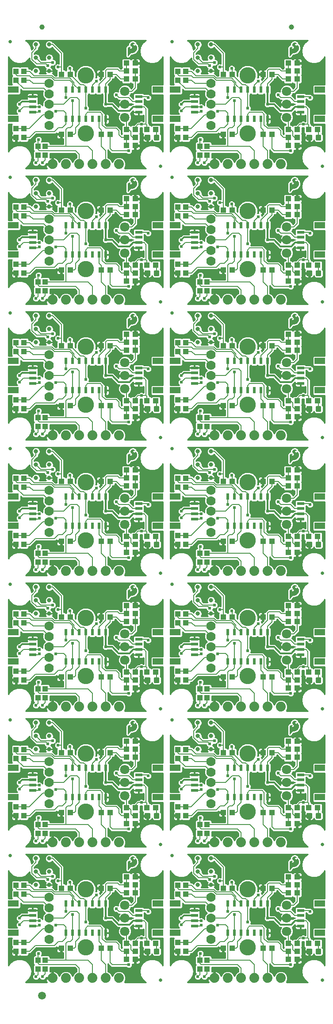
<source format=gtl>
G75*
%MOIN*%
%OFA0B0*%
%FSLAX25Y25*%
%IPPOS*%
%LPD*%
%AMOC8*
5,1,8,0,0,1.08239X$1,22.5*
%
%ADD10C,0.02500*%
%ADD11R,0.07874X0.04724*%
%ADD12R,0.05315X0.02362*%
%ADD13C,0.07400*%
%ADD14R,0.04331X0.03937*%
%ADD15R,0.03937X0.04331*%
%ADD16R,0.02362X0.04724*%
%ADD17C,0.03200*%
%ADD18C,0.07087*%
%ADD19C,0.07000*%
%ADD20C,0.12268*%
%ADD21C,0.01181*%
%ADD22C,0.00300*%
%ADD23C,0.03937*%
%ADD24C,0.05906*%
%ADD25C,0.01200*%
%ADD26C,0.02400*%
%ADD27C,0.00600*%
%ADD28C,0.01000*%
D10*
X0031750Y0125750D03*
X0031750Y0227750D03*
X0031750Y0329750D03*
X0031750Y0431750D03*
X0031750Y0533750D03*
X0031750Y0635750D03*
X0031750Y0737750D03*
X0145250Y0644250D03*
X0153750Y0635750D03*
X0145250Y0542250D03*
X0153750Y0533750D03*
X0145250Y0440250D03*
X0153750Y0431750D03*
X0145250Y0338250D03*
X0153750Y0329750D03*
X0145250Y0236250D03*
X0153750Y0227750D03*
X0145250Y0134250D03*
X0153750Y0125750D03*
X0145250Y0032250D03*
X0267250Y0032250D03*
X0267250Y0134250D03*
X0267250Y0236250D03*
X0267250Y0338250D03*
X0267250Y0440250D03*
X0267250Y0542250D03*
X0267250Y0644250D03*
X0153750Y0737750D03*
D11*
X0156281Y0701774D03*
X0143219Y0701774D03*
X0143219Y0679726D03*
X0156281Y0679726D03*
X0156281Y0599774D03*
X0143219Y0599774D03*
X0143219Y0577726D03*
X0156281Y0577726D03*
X0156281Y0497774D03*
X0143219Y0497774D03*
X0143219Y0475726D03*
X0156281Y0475726D03*
X0156281Y0395774D03*
X0156281Y0373726D03*
X0143219Y0373726D03*
X0143219Y0395774D03*
X0143219Y0293774D03*
X0156281Y0293774D03*
X0156281Y0271726D03*
X0143219Y0271726D03*
X0143219Y0191774D03*
X0156281Y0191774D03*
X0156281Y0169726D03*
X0143219Y0169726D03*
X0143219Y0089774D03*
X0156281Y0089774D03*
X0156281Y0067726D03*
X0143219Y0067726D03*
X0034281Y0067726D03*
X0034281Y0089774D03*
X0034281Y0169726D03*
X0034281Y0191774D03*
X0034281Y0271726D03*
X0034281Y0293774D03*
X0034281Y0373726D03*
X0034281Y0395774D03*
X0034281Y0475726D03*
X0034281Y0497774D03*
X0034281Y0577726D03*
X0034281Y0599774D03*
X0034281Y0679726D03*
X0034281Y0701774D03*
X0265219Y0701774D03*
X0265219Y0679726D03*
X0265219Y0599774D03*
X0265219Y0577726D03*
X0265219Y0497774D03*
X0265219Y0475726D03*
X0265219Y0395774D03*
X0265219Y0373726D03*
X0265219Y0293774D03*
X0265219Y0271726D03*
X0265219Y0191774D03*
X0265219Y0169726D03*
X0265219Y0089774D03*
X0265219Y0067726D03*
D12*
X0250750Y0072844D03*
X0250750Y0076781D03*
X0250750Y0080719D03*
X0250750Y0084656D03*
X0250750Y0174844D03*
X0250750Y0178781D03*
X0250750Y0182719D03*
X0250750Y0186656D03*
X0250750Y0276844D03*
X0250750Y0280781D03*
X0250750Y0284719D03*
X0250750Y0288656D03*
X0250750Y0378844D03*
X0250750Y0382781D03*
X0250750Y0386719D03*
X0250750Y0390656D03*
X0250750Y0480844D03*
X0250750Y0484781D03*
X0250750Y0488719D03*
X0250750Y0492656D03*
X0250750Y0582844D03*
X0250750Y0586781D03*
X0250750Y0590719D03*
X0250750Y0594656D03*
X0250750Y0684844D03*
X0250750Y0688781D03*
X0250750Y0692719D03*
X0250750Y0696656D03*
X0170750Y0696656D03*
X0170750Y0692719D03*
X0170750Y0688781D03*
X0170750Y0684844D03*
X0128750Y0684844D03*
X0128750Y0688781D03*
X0128750Y0692719D03*
X0128750Y0696656D03*
X0128750Y0594656D03*
X0128750Y0590719D03*
X0128750Y0586781D03*
X0128750Y0582844D03*
X0170750Y0582844D03*
X0170750Y0586781D03*
X0170750Y0590719D03*
X0170750Y0594656D03*
X0170750Y0492656D03*
X0170750Y0488719D03*
X0170750Y0484781D03*
X0170750Y0480844D03*
X0128750Y0480844D03*
X0128750Y0484781D03*
X0128750Y0488719D03*
X0128750Y0492656D03*
X0128750Y0390656D03*
X0128750Y0386719D03*
X0128750Y0382781D03*
X0128750Y0378844D03*
X0170750Y0378844D03*
X0170750Y0382781D03*
X0170750Y0386719D03*
X0170750Y0390656D03*
X0170750Y0288656D03*
X0170750Y0284719D03*
X0170750Y0280781D03*
X0170750Y0276844D03*
X0128750Y0276844D03*
X0128750Y0280781D03*
X0128750Y0284719D03*
X0128750Y0288656D03*
X0128750Y0186656D03*
X0128750Y0182719D03*
X0128750Y0178781D03*
X0128750Y0174844D03*
X0170750Y0174844D03*
X0170750Y0178781D03*
X0170750Y0182719D03*
X0170750Y0186656D03*
X0170750Y0084656D03*
X0170750Y0080719D03*
X0170750Y0076781D03*
X0170750Y0072844D03*
X0128750Y0072844D03*
X0128750Y0076781D03*
X0128750Y0080719D03*
X0128750Y0084656D03*
X0048750Y0084656D03*
X0048750Y0080719D03*
X0048750Y0076781D03*
X0048750Y0072844D03*
X0048750Y0174844D03*
X0048750Y0178781D03*
X0048750Y0182719D03*
X0048750Y0186656D03*
X0048750Y0276844D03*
X0048750Y0280781D03*
X0048750Y0284719D03*
X0048750Y0288656D03*
X0048750Y0378844D03*
X0048750Y0382781D03*
X0048750Y0386719D03*
X0048750Y0390656D03*
X0048750Y0480844D03*
X0048750Y0484781D03*
X0048750Y0488719D03*
X0048750Y0492656D03*
X0048750Y0582844D03*
X0048750Y0586781D03*
X0048750Y0590719D03*
X0048750Y0594656D03*
X0048750Y0684844D03*
X0048750Y0688781D03*
X0048750Y0692719D03*
X0048750Y0696656D03*
D13*
X0063750Y0645750D03*
X0073750Y0645750D03*
X0083750Y0645750D03*
X0093750Y0645750D03*
X0103750Y0645750D03*
X0113750Y0645750D03*
X0113750Y0543750D03*
X0103750Y0543750D03*
X0093750Y0543750D03*
X0083750Y0543750D03*
X0073750Y0543750D03*
X0063750Y0543750D03*
X0063750Y0441750D03*
X0073750Y0441750D03*
X0083750Y0441750D03*
X0093750Y0441750D03*
X0103750Y0441750D03*
X0113750Y0441750D03*
X0113750Y0339750D03*
X0103750Y0339750D03*
X0093750Y0339750D03*
X0083750Y0339750D03*
X0073750Y0339750D03*
X0063750Y0339750D03*
X0063750Y0237750D03*
X0073750Y0237750D03*
X0083750Y0237750D03*
X0093750Y0237750D03*
X0103750Y0237750D03*
X0113750Y0237750D03*
X0113750Y0135750D03*
X0103750Y0135750D03*
X0093750Y0135750D03*
X0083750Y0135750D03*
X0073750Y0135750D03*
X0063750Y0135750D03*
X0063750Y0033750D03*
X0073750Y0033750D03*
X0083750Y0033750D03*
X0093750Y0033750D03*
X0103750Y0033750D03*
X0113750Y0033750D03*
X0185750Y0033750D03*
X0195750Y0033750D03*
X0205750Y0033750D03*
X0215750Y0033750D03*
X0225750Y0033750D03*
X0235750Y0033750D03*
X0235750Y0135750D03*
X0225750Y0135750D03*
X0215750Y0135750D03*
X0205750Y0135750D03*
X0195750Y0135750D03*
X0185750Y0135750D03*
X0185750Y0237750D03*
X0195750Y0237750D03*
X0205750Y0237750D03*
X0215750Y0237750D03*
X0225750Y0237750D03*
X0235750Y0237750D03*
X0235750Y0339750D03*
X0225750Y0339750D03*
X0215750Y0339750D03*
X0205750Y0339750D03*
X0195750Y0339750D03*
X0185750Y0339750D03*
X0185750Y0441750D03*
X0195750Y0441750D03*
X0205750Y0441750D03*
X0215750Y0441750D03*
X0225750Y0441750D03*
X0235750Y0441750D03*
X0235750Y0543750D03*
X0225750Y0543750D03*
X0215750Y0543750D03*
X0205750Y0543750D03*
X0195750Y0543750D03*
X0185750Y0543750D03*
X0185750Y0645750D03*
X0195750Y0645750D03*
X0205750Y0645750D03*
X0215750Y0645750D03*
X0225750Y0645750D03*
X0235750Y0645750D03*
D14*
X0241404Y0659750D03*
X0241404Y0665750D03*
X0241404Y0671750D03*
X0248096Y0671750D03*
X0248096Y0665750D03*
X0248096Y0659750D03*
X0256904Y0671750D03*
X0263596Y0671750D03*
X0248096Y0709750D03*
X0248096Y0715750D03*
X0248096Y0721750D03*
X0241404Y0721750D03*
X0241404Y0715750D03*
X0241404Y0709750D03*
X0229096Y0713250D03*
X0222404Y0713250D03*
X0199096Y0713250D03*
X0192404Y0713250D03*
X0192404Y0668250D03*
X0199096Y0668250D03*
X0222404Y0668250D03*
X0229096Y0668250D03*
X0241404Y0619750D03*
X0241404Y0613750D03*
X0241404Y0607750D03*
X0248096Y0607750D03*
X0248096Y0613750D03*
X0248096Y0619750D03*
X0229096Y0611250D03*
X0222404Y0611250D03*
X0241404Y0569750D03*
X0241404Y0563750D03*
X0241404Y0557750D03*
X0248096Y0557750D03*
X0248096Y0563750D03*
X0248096Y0569750D03*
X0256904Y0569750D03*
X0263596Y0569750D03*
X0248096Y0517750D03*
X0248096Y0511750D03*
X0248096Y0505750D03*
X0241404Y0505750D03*
X0241404Y0511750D03*
X0241404Y0517750D03*
X0229096Y0509250D03*
X0222404Y0509250D03*
X0222404Y0464250D03*
X0229096Y0464250D03*
X0241404Y0461750D03*
X0241404Y0467750D03*
X0241404Y0455750D03*
X0248096Y0455750D03*
X0248096Y0461750D03*
X0248096Y0467750D03*
X0256904Y0467750D03*
X0263596Y0467750D03*
X0248096Y0415750D03*
X0248096Y0409750D03*
X0248096Y0403750D03*
X0241404Y0403750D03*
X0241404Y0409750D03*
X0241404Y0415750D03*
X0229096Y0407250D03*
X0222404Y0407250D03*
X0241404Y0365750D03*
X0241404Y0359750D03*
X0241404Y0353750D03*
X0248096Y0353750D03*
X0248096Y0359750D03*
X0248096Y0365750D03*
X0256904Y0365750D03*
X0263596Y0365750D03*
X0248096Y0313750D03*
X0248096Y0307750D03*
X0248096Y0301750D03*
X0241404Y0301750D03*
X0241404Y0307750D03*
X0241404Y0313750D03*
X0229096Y0305250D03*
X0222404Y0305250D03*
X0222404Y0260250D03*
X0229096Y0260250D03*
X0241404Y0257750D03*
X0241404Y0251750D03*
X0241404Y0263750D03*
X0248096Y0263750D03*
X0248096Y0257750D03*
X0248096Y0251750D03*
X0256904Y0263750D03*
X0263596Y0263750D03*
X0248096Y0211750D03*
X0248096Y0205750D03*
X0248096Y0199750D03*
X0241404Y0199750D03*
X0241404Y0205750D03*
X0241404Y0211750D03*
X0229096Y0203250D03*
X0222404Y0203250D03*
X0199096Y0203250D03*
X0192404Y0203250D03*
X0192404Y0158250D03*
X0199096Y0158250D03*
X0222404Y0158250D03*
X0229096Y0158250D03*
X0241404Y0155750D03*
X0241404Y0161750D03*
X0241404Y0149750D03*
X0248096Y0149750D03*
X0248096Y0155750D03*
X0248096Y0161750D03*
X0256904Y0161750D03*
X0263596Y0161750D03*
X0248096Y0109750D03*
X0248096Y0103750D03*
X0248096Y0097750D03*
X0241404Y0097750D03*
X0241404Y0103750D03*
X0241404Y0109750D03*
X0229096Y0101250D03*
X0222404Y0101250D03*
X0241404Y0059750D03*
X0241404Y0053750D03*
X0241404Y0047750D03*
X0248096Y0047750D03*
X0248096Y0053750D03*
X0248096Y0059750D03*
X0256904Y0059750D03*
X0263596Y0059750D03*
X0229096Y0056250D03*
X0222404Y0056250D03*
X0199096Y0056250D03*
X0192404Y0056250D03*
X0192404Y0101250D03*
X0199096Y0101250D03*
X0141596Y0059750D03*
X0134904Y0059750D03*
X0126096Y0059750D03*
X0126096Y0053750D03*
X0126096Y0047750D03*
X0119404Y0047750D03*
X0119404Y0053750D03*
X0119404Y0059750D03*
X0107096Y0056250D03*
X0100404Y0056250D03*
X0077096Y0056250D03*
X0070404Y0056250D03*
X0070404Y0101250D03*
X0077096Y0101250D03*
X0100404Y0101250D03*
X0107096Y0101250D03*
X0119404Y0103750D03*
X0119404Y0097750D03*
X0119404Y0109750D03*
X0126096Y0109750D03*
X0126096Y0103750D03*
X0126096Y0097750D03*
X0126096Y0149750D03*
X0126096Y0155750D03*
X0126096Y0161750D03*
X0119404Y0161750D03*
X0119404Y0155750D03*
X0119404Y0149750D03*
X0107096Y0158250D03*
X0100404Y0158250D03*
X0119404Y0199750D03*
X0119404Y0205750D03*
X0119404Y0211750D03*
X0126096Y0211750D03*
X0126096Y0205750D03*
X0126096Y0199750D03*
X0107096Y0203250D03*
X0100404Y0203250D03*
X0077096Y0203250D03*
X0070404Y0203250D03*
X0070404Y0158250D03*
X0077096Y0158250D03*
X0119404Y0251750D03*
X0119404Y0257750D03*
X0119404Y0263750D03*
X0126096Y0263750D03*
X0126096Y0257750D03*
X0126096Y0251750D03*
X0134904Y0263750D03*
X0141596Y0263750D03*
X0126096Y0301750D03*
X0126096Y0307750D03*
X0126096Y0313750D03*
X0119404Y0313750D03*
X0119404Y0307750D03*
X0119404Y0301750D03*
X0107096Y0305250D03*
X0100404Y0305250D03*
X0100404Y0260250D03*
X0107096Y0260250D03*
X0077096Y0260250D03*
X0070404Y0260250D03*
X0070404Y0305250D03*
X0077096Y0305250D03*
X0077096Y0362250D03*
X0070404Y0362250D03*
X0070404Y0407250D03*
X0077096Y0407250D03*
X0100404Y0407250D03*
X0107096Y0407250D03*
X0119404Y0409750D03*
X0119404Y0403750D03*
X0126096Y0403750D03*
X0126096Y0409750D03*
X0126096Y0415750D03*
X0119404Y0415750D03*
X0119404Y0455750D03*
X0119404Y0461750D03*
X0119404Y0467750D03*
X0126096Y0467750D03*
X0126096Y0461750D03*
X0126096Y0455750D03*
X0134904Y0467750D03*
X0141596Y0467750D03*
X0126096Y0505750D03*
X0126096Y0511750D03*
X0126096Y0517750D03*
X0119404Y0517750D03*
X0119404Y0511750D03*
X0119404Y0505750D03*
X0107096Y0509250D03*
X0100404Y0509250D03*
X0100404Y0464250D03*
X0107096Y0464250D03*
X0077096Y0464250D03*
X0070404Y0464250D03*
X0070404Y0509250D03*
X0077096Y0509250D03*
X0077096Y0566250D03*
X0070404Y0566250D03*
X0070404Y0611250D03*
X0077096Y0611250D03*
X0100404Y0611250D03*
X0107096Y0611250D03*
X0119404Y0613750D03*
X0119404Y0607750D03*
X0119404Y0619750D03*
X0126096Y0619750D03*
X0126096Y0613750D03*
X0126096Y0607750D03*
X0126096Y0569750D03*
X0126096Y0563750D03*
X0126096Y0557750D03*
X0119404Y0557750D03*
X0119404Y0563750D03*
X0119404Y0569750D03*
X0107096Y0566250D03*
X0100404Y0566250D03*
X0134904Y0569750D03*
X0141596Y0569750D03*
X0126096Y0659750D03*
X0126096Y0665750D03*
X0126096Y0671750D03*
X0119404Y0671750D03*
X0119404Y0665750D03*
X0119404Y0659750D03*
X0107096Y0668250D03*
X0100404Y0668250D03*
X0119404Y0709750D03*
X0119404Y0715750D03*
X0119404Y0721750D03*
X0126096Y0721750D03*
X0126096Y0715750D03*
X0126096Y0709750D03*
X0134904Y0671750D03*
X0141596Y0671750D03*
X0107096Y0713250D03*
X0100404Y0713250D03*
X0077096Y0713250D03*
X0070404Y0713250D03*
X0070404Y0668250D03*
X0077096Y0668250D03*
X0192404Y0611250D03*
X0199096Y0611250D03*
X0199096Y0566250D03*
X0192404Y0566250D03*
X0192404Y0509250D03*
X0199096Y0509250D03*
X0199096Y0464250D03*
X0192404Y0464250D03*
X0192404Y0407250D03*
X0199096Y0407250D03*
X0199096Y0362250D03*
X0192404Y0362250D03*
X0192404Y0305250D03*
X0199096Y0305250D03*
X0199096Y0260250D03*
X0192404Y0260250D03*
X0222404Y0362250D03*
X0229096Y0362250D03*
X0141596Y0365750D03*
X0134904Y0365750D03*
X0126096Y0365750D03*
X0126096Y0359750D03*
X0126096Y0353750D03*
X0119404Y0353750D03*
X0119404Y0359750D03*
X0119404Y0365750D03*
X0107096Y0362250D03*
X0100404Y0362250D03*
X0134904Y0161750D03*
X0141596Y0161750D03*
X0222404Y0566250D03*
X0229096Y0566250D03*
D15*
X0180250Y0557096D03*
X0180250Y0550404D03*
X0174750Y0550404D03*
X0174750Y0557096D03*
X0164250Y0563904D03*
X0158250Y0563904D03*
X0158250Y0570596D03*
X0164250Y0570596D03*
X0164250Y0606904D03*
X0158250Y0606904D03*
X0158250Y0613596D03*
X0164250Y0613596D03*
X0174750Y0652404D03*
X0174750Y0659096D03*
X0180250Y0659096D03*
X0180250Y0652404D03*
X0164250Y0665904D03*
X0158250Y0665904D03*
X0158250Y0672596D03*
X0164250Y0672596D03*
X0164250Y0708904D03*
X0158250Y0708904D03*
X0158250Y0715596D03*
X0164250Y0715596D03*
X0164250Y0511596D03*
X0158250Y0511596D03*
X0158250Y0504904D03*
X0164250Y0504904D03*
X0164250Y0468596D03*
X0158250Y0468596D03*
X0158250Y0461904D03*
X0164250Y0461904D03*
X0174750Y0455096D03*
X0174750Y0448404D03*
X0180250Y0448404D03*
X0180250Y0455096D03*
X0164250Y0409596D03*
X0158250Y0409596D03*
X0158250Y0402904D03*
X0164250Y0402904D03*
X0164250Y0366596D03*
X0158250Y0366596D03*
X0158250Y0359904D03*
X0164250Y0359904D03*
X0174750Y0353096D03*
X0174750Y0346404D03*
X0180250Y0346404D03*
X0180250Y0353096D03*
X0164250Y0307596D03*
X0158250Y0307596D03*
X0158250Y0300904D03*
X0164250Y0300904D03*
X0164250Y0264596D03*
X0158250Y0264596D03*
X0158250Y0257904D03*
X0164250Y0257904D03*
X0174750Y0251096D03*
X0174750Y0244404D03*
X0180250Y0244404D03*
X0180250Y0251096D03*
X0164250Y0205596D03*
X0158250Y0205596D03*
X0158250Y0198904D03*
X0164250Y0198904D03*
X0164250Y0162596D03*
X0158250Y0162596D03*
X0158250Y0155904D03*
X0164250Y0155904D03*
X0174750Y0149096D03*
X0174750Y0142404D03*
X0180250Y0142404D03*
X0180250Y0149096D03*
X0164250Y0103596D03*
X0158250Y0103596D03*
X0158250Y0096904D03*
X0164250Y0096904D03*
X0164250Y0060596D03*
X0158250Y0060596D03*
X0158250Y0053904D03*
X0164250Y0053904D03*
X0174750Y0047096D03*
X0174750Y0040404D03*
X0180250Y0040404D03*
X0180250Y0047096D03*
X0058250Y0047096D03*
X0052750Y0047096D03*
X0052750Y0040404D03*
X0058250Y0040404D03*
X0042250Y0053904D03*
X0042250Y0060596D03*
X0036250Y0060596D03*
X0036250Y0053904D03*
X0036250Y0096904D03*
X0036250Y0103596D03*
X0042250Y0103596D03*
X0042250Y0096904D03*
X0052750Y0142404D03*
X0058250Y0142404D03*
X0058250Y0149096D03*
X0052750Y0149096D03*
X0042250Y0155904D03*
X0042250Y0162596D03*
X0036250Y0162596D03*
X0036250Y0155904D03*
X0036250Y0198904D03*
X0036250Y0205596D03*
X0042250Y0205596D03*
X0042250Y0198904D03*
X0052750Y0244404D03*
X0058250Y0244404D03*
X0058250Y0251096D03*
X0052750Y0251096D03*
X0042250Y0257904D03*
X0042250Y0264596D03*
X0036250Y0264596D03*
X0036250Y0257904D03*
X0036250Y0300904D03*
X0036250Y0307596D03*
X0042250Y0307596D03*
X0042250Y0300904D03*
X0052750Y0346404D03*
X0058250Y0346404D03*
X0058250Y0353096D03*
X0052750Y0353096D03*
X0042250Y0359904D03*
X0042250Y0366596D03*
X0036250Y0366596D03*
X0036250Y0359904D03*
X0036250Y0402904D03*
X0036250Y0409596D03*
X0042250Y0409596D03*
X0042250Y0402904D03*
X0052750Y0448404D03*
X0058250Y0448404D03*
X0058250Y0455096D03*
X0052750Y0455096D03*
X0042250Y0461904D03*
X0042250Y0468596D03*
X0036250Y0468596D03*
X0036250Y0461904D03*
X0036250Y0504904D03*
X0036250Y0511596D03*
X0042250Y0511596D03*
X0042250Y0504904D03*
X0052750Y0550404D03*
X0058250Y0550404D03*
X0058250Y0557096D03*
X0052750Y0557096D03*
X0042250Y0563904D03*
X0042250Y0570596D03*
X0036250Y0570596D03*
X0036250Y0563904D03*
X0036250Y0606904D03*
X0036250Y0613596D03*
X0042250Y0613596D03*
X0042250Y0606904D03*
X0052750Y0652404D03*
X0058250Y0652404D03*
X0058250Y0659096D03*
X0052750Y0659096D03*
X0042250Y0665904D03*
X0042250Y0672596D03*
X0036250Y0672596D03*
X0036250Y0665904D03*
X0036250Y0708904D03*
X0036250Y0715596D03*
X0042250Y0715596D03*
X0042250Y0708904D03*
D16*
X0073750Y0701774D03*
X0078750Y0701774D03*
X0083750Y0701774D03*
X0088750Y0701774D03*
X0093750Y0701774D03*
X0098750Y0701774D03*
X0103750Y0701774D03*
X0103750Y0679726D03*
X0098750Y0679726D03*
X0093750Y0679726D03*
X0088750Y0679726D03*
X0083750Y0679726D03*
X0078750Y0679726D03*
X0073750Y0679726D03*
X0073750Y0599774D03*
X0078750Y0599774D03*
X0083750Y0599774D03*
X0088750Y0599774D03*
X0093750Y0599774D03*
X0098750Y0599774D03*
X0103750Y0599774D03*
X0103750Y0577726D03*
X0098750Y0577726D03*
X0093750Y0577726D03*
X0088750Y0577726D03*
X0083750Y0577726D03*
X0078750Y0577726D03*
X0073750Y0577726D03*
X0073750Y0497774D03*
X0078750Y0497774D03*
X0083750Y0497774D03*
X0088750Y0497774D03*
X0093750Y0497774D03*
X0098750Y0497774D03*
X0103750Y0497774D03*
X0103750Y0475726D03*
X0098750Y0475726D03*
X0093750Y0475726D03*
X0088750Y0475726D03*
X0083750Y0475726D03*
X0078750Y0475726D03*
X0073750Y0475726D03*
X0073750Y0395774D03*
X0078750Y0395774D03*
X0083750Y0395774D03*
X0088750Y0395774D03*
X0093750Y0395774D03*
X0098750Y0395774D03*
X0103750Y0395774D03*
X0103750Y0373726D03*
X0098750Y0373726D03*
X0093750Y0373726D03*
X0088750Y0373726D03*
X0083750Y0373726D03*
X0078750Y0373726D03*
X0073750Y0373726D03*
X0073750Y0293774D03*
X0078750Y0293774D03*
X0083750Y0293774D03*
X0088750Y0293774D03*
X0093750Y0293774D03*
X0098750Y0293774D03*
X0103750Y0293774D03*
X0103750Y0271726D03*
X0098750Y0271726D03*
X0093750Y0271726D03*
X0088750Y0271726D03*
X0083750Y0271726D03*
X0078750Y0271726D03*
X0073750Y0271726D03*
X0073750Y0191774D03*
X0078750Y0191774D03*
X0083750Y0191774D03*
X0088750Y0191774D03*
X0093750Y0191774D03*
X0098750Y0191774D03*
X0103750Y0191774D03*
X0103750Y0169726D03*
X0098750Y0169726D03*
X0093750Y0169726D03*
X0088750Y0169726D03*
X0083750Y0169726D03*
X0078750Y0169726D03*
X0073750Y0169726D03*
X0073750Y0089774D03*
X0078750Y0089774D03*
X0083750Y0089774D03*
X0088750Y0089774D03*
X0093750Y0089774D03*
X0098750Y0089774D03*
X0103750Y0089774D03*
X0103750Y0067726D03*
X0098750Y0067726D03*
X0093750Y0067726D03*
X0088750Y0067726D03*
X0083750Y0067726D03*
X0078750Y0067726D03*
X0073750Y0067726D03*
X0195750Y0067726D03*
X0200750Y0067726D03*
X0205750Y0067726D03*
X0210750Y0067726D03*
X0215750Y0067726D03*
X0220750Y0067726D03*
X0225750Y0067726D03*
X0225750Y0089774D03*
X0220750Y0089774D03*
X0215750Y0089774D03*
X0210750Y0089774D03*
X0205750Y0089774D03*
X0200750Y0089774D03*
X0195750Y0089774D03*
X0195750Y0169726D03*
X0200750Y0169726D03*
X0205750Y0169726D03*
X0210750Y0169726D03*
X0215750Y0169726D03*
X0220750Y0169726D03*
X0225750Y0169726D03*
X0225750Y0191774D03*
X0220750Y0191774D03*
X0215750Y0191774D03*
X0210750Y0191774D03*
X0205750Y0191774D03*
X0200750Y0191774D03*
X0195750Y0191774D03*
X0195750Y0271726D03*
X0200750Y0271726D03*
X0205750Y0271726D03*
X0210750Y0271726D03*
X0215750Y0271726D03*
X0220750Y0271726D03*
X0225750Y0271726D03*
X0225750Y0293774D03*
X0220750Y0293774D03*
X0215750Y0293774D03*
X0210750Y0293774D03*
X0205750Y0293774D03*
X0200750Y0293774D03*
X0195750Y0293774D03*
X0195750Y0373726D03*
X0200750Y0373726D03*
X0205750Y0373726D03*
X0210750Y0373726D03*
X0215750Y0373726D03*
X0220750Y0373726D03*
X0225750Y0373726D03*
X0225750Y0395774D03*
X0220750Y0395774D03*
X0215750Y0395774D03*
X0210750Y0395774D03*
X0205750Y0395774D03*
X0200750Y0395774D03*
X0195750Y0395774D03*
X0195750Y0475726D03*
X0200750Y0475726D03*
X0205750Y0475726D03*
X0210750Y0475726D03*
X0215750Y0475726D03*
X0220750Y0475726D03*
X0225750Y0475726D03*
X0225750Y0497774D03*
X0220750Y0497774D03*
X0215750Y0497774D03*
X0210750Y0497774D03*
X0205750Y0497774D03*
X0200750Y0497774D03*
X0195750Y0497774D03*
X0195750Y0577726D03*
X0200750Y0577726D03*
X0205750Y0577726D03*
X0210750Y0577726D03*
X0215750Y0577726D03*
X0220750Y0577726D03*
X0225750Y0577726D03*
X0225750Y0599774D03*
X0220750Y0599774D03*
X0215750Y0599774D03*
X0210750Y0599774D03*
X0205750Y0599774D03*
X0200750Y0599774D03*
X0195750Y0599774D03*
X0195750Y0679726D03*
X0200750Y0679726D03*
X0205750Y0679726D03*
X0210750Y0679726D03*
X0215750Y0679726D03*
X0220750Y0679726D03*
X0225750Y0679726D03*
X0225750Y0701774D03*
X0220750Y0701774D03*
X0215750Y0701774D03*
X0210750Y0701774D03*
X0205750Y0701774D03*
X0200750Y0701774D03*
X0195750Y0701774D03*
D17*
X0183250Y0715750D03*
X0183250Y0725750D03*
X0183250Y0735750D03*
X0173250Y0735750D03*
X0173250Y0725750D03*
X0173250Y0715750D03*
X0173250Y0633750D03*
X0173250Y0623750D03*
X0173250Y0613750D03*
X0183250Y0613750D03*
X0183250Y0623750D03*
X0183250Y0633750D03*
X0183250Y0531750D03*
X0183250Y0521750D03*
X0183250Y0511750D03*
X0173250Y0511750D03*
X0173250Y0521750D03*
X0173250Y0531750D03*
X0173250Y0429750D03*
X0173250Y0419750D03*
X0173250Y0409750D03*
X0183250Y0409750D03*
X0183250Y0419750D03*
X0183250Y0429750D03*
X0183250Y0327750D03*
X0183250Y0317750D03*
X0183250Y0307750D03*
X0173250Y0307750D03*
X0173250Y0317750D03*
X0173250Y0327750D03*
X0173250Y0225750D03*
X0173250Y0215750D03*
X0173250Y0205750D03*
X0183250Y0205750D03*
X0183250Y0215750D03*
X0183250Y0225750D03*
X0183250Y0123750D03*
X0183250Y0113750D03*
X0183250Y0103750D03*
X0173250Y0103750D03*
X0173250Y0113750D03*
X0173250Y0123750D03*
X0061250Y0123750D03*
X0061250Y0113750D03*
X0061250Y0103750D03*
X0051250Y0103750D03*
X0051250Y0113750D03*
X0051250Y0123750D03*
X0051250Y0205750D03*
X0051250Y0215750D03*
X0051250Y0225750D03*
X0061250Y0225750D03*
X0061250Y0215750D03*
X0061250Y0205750D03*
X0061250Y0307750D03*
X0061250Y0317750D03*
X0061250Y0327750D03*
X0051250Y0327750D03*
X0051250Y0317750D03*
X0051250Y0307750D03*
X0051250Y0409750D03*
X0051250Y0419750D03*
X0051250Y0429750D03*
X0061250Y0429750D03*
X0061250Y0419750D03*
X0061250Y0409750D03*
X0061250Y0511750D03*
X0061250Y0521750D03*
X0061250Y0531750D03*
X0051250Y0531750D03*
X0051250Y0521750D03*
X0051250Y0511750D03*
X0051250Y0613750D03*
X0051250Y0623750D03*
X0051250Y0633750D03*
X0061250Y0633750D03*
X0061250Y0623750D03*
X0061250Y0613750D03*
X0061250Y0715750D03*
X0061250Y0725750D03*
X0061250Y0735750D03*
X0051250Y0735750D03*
X0051250Y0725750D03*
X0051250Y0715750D03*
D18*
X0118278Y0700593D03*
X0118278Y0690750D03*
X0118278Y0680907D03*
X0118278Y0598593D03*
X0118278Y0588750D03*
X0118278Y0578907D03*
X0118278Y0496593D03*
X0118278Y0486750D03*
X0118278Y0476907D03*
X0118278Y0394593D03*
X0118278Y0384750D03*
X0118278Y0374907D03*
X0118278Y0292593D03*
X0118278Y0282750D03*
X0118278Y0272907D03*
X0118278Y0190593D03*
X0118278Y0180750D03*
X0118278Y0170907D03*
X0118278Y0088593D03*
X0118278Y0078750D03*
X0118278Y0068907D03*
X0240278Y0068907D03*
X0240278Y0078750D03*
X0240278Y0088593D03*
X0240278Y0170907D03*
X0240278Y0180750D03*
X0240278Y0190593D03*
X0240278Y0272907D03*
X0240278Y0282750D03*
X0240278Y0292593D03*
X0240278Y0374907D03*
X0240278Y0384750D03*
X0240278Y0394593D03*
X0240278Y0476907D03*
X0240278Y0486750D03*
X0240278Y0496593D03*
X0240278Y0578907D03*
X0240278Y0588750D03*
X0240278Y0598593D03*
X0240278Y0680907D03*
X0240278Y0690750D03*
X0240278Y0700593D03*
D19*
X0183191Y0698624D03*
X0183191Y0690750D03*
X0183191Y0682876D03*
X0183191Y0675002D03*
X0183191Y0706498D03*
X0183191Y0604498D03*
X0183191Y0596624D03*
X0183191Y0588750D03*
X0183191Y0580876D03*
X0183191Y0573002D03*
X0183191Y0502498D03*
X0183191Y0494624D03*
X0183191Y0486750D03*
X0183191Y0478876D03*
X0183191Y0471002D03*
X0183191Y0400498D03*
X0183191Y0392624D03*
X0183191Y0384750D03*
X0183191Y0376876D03*
X0183191Y0369002D03*
X0183191Y0298498D03*
X0183191Y0290624D03*
X0183191Y0282750D03*
X0183191Y0274876D03*
X0183191Y0267002D03*
X0183191Y0196498D03*
X0183191Y0188624D03*
X0183191Y0180750D03*
X0183191Y0172876D03*
X0183191Y0165002D03*
X0183191Y0094498D03*
X0183191Y0086624D03*
X0183191Y0078750D03*
X0183191Y0070876D03*
X0183191Y0063002D03*
X0061191Y0063002D03*
X0061191Y0070876D03*
X0061191Y0078750D03*
X0061191Y0086624D03*
X0061191Y0094498D03*
X0061191Y0165002D03*
X0061191Y0172876D03*
X0061191Y0180750D03*
X0061191Y0188624D03*
X0061191Y0196498D03*
X0061191Y0267002D03*
X0061191Y0274876D03*
X0061191Y0282750D03*
X0061191Y0290624D03*
X0061191Y0298498D03*
X0061191Y0369002D03*
X0061191Y0376876D03*
X0061191Y0384750D03*
X0061191Y0392624D03*
X0061191Y0400498D03*
X0061191Y0471002D03*
X0061191Y0478876D03*
X0061191Y0486750D03*
X0061191Y0494624D03*
X0061191Y0502498D03*
X0061191Y0573002D03*
X0061191Y0580876D03*
X0061191Y0588750D03*
X0061191Y0596624D03*
X0061191Y0604498D03*
X0061191Y0675002D03*
X0061191Y0682876D03*
X0061191Y0690750D03*
X0061191Y0698624D03*
X0061191Y0706498D03*
D20*
X0088750Y0712600D03*
X0088750Y0668900D03*
X0088750Y0610600D03*
X0088750Y0566900D03*
X0088750Y0508600D03*
X0088750Y0464900D03*
X0088750Y0406600D03*
X0088750Y0362900D03*
X0088750Y0304600D03*
X0088750Y0260900D03*
X0088750Y0202600D03*
X0088750Y0158900D03*
X0088750Y0100600D03*
X0088750Y0056900D03*
X0210750Y0056900D03*
X0210750Y0100600D03*
X0210750Y0158900D03*
X0210750Y0202600D03*
X0210750Y0260900D03*
X0210750Y0304600D03*
X0210750Y0362900D03*
X0210750Y0406600D03*
X0210750Y0464900D03*
X0210750Y0508600D03*
X0210750Y0566900D03*
X0210750Y0610600D03*
X0210750Y0668900D03*
X0210750Y0712600D03*
D21*
X0258675Y0667128D02*
X0258675Y0664372D01*
X0255919Y0664372D01*
X0255919Y0667128D01*
X0258675Y0667128D01*
X0258675Y0665494D02*
X0255919Y0665494D01*
X0255919Y0666616D02*
X0258675Y0666616D01*
X0265581Y0667128D02*
X0265581Y0664372D01*
X0262825Y0664372D01*
X0262825Y0667128D01*
X0265581Y0667128D01*
X0265581Y0665494D02*
X0262825Y0665494D01*
X0262825Y0666616D02*
X0265581Y0666616D01*
X0265581Y0565128D02*
X0265581Y0562372D01*
X0262825Y0562372D01*
X0262825Y0565128D01*
X0265581Y0565128D01*
X0265581Y0563494D02*
X0262825Y0563494D01*
X0262825Y0564616D02*
X0265581Y0564616D01*
X0258675Y0565128D02*
X0258675Y0562372D01*
X0255919Y0562372D01*
X0255919Y0565128D01*
X0258675Y0565128D01*
X0258675Y0563494D02*
X0255919Y0563494D01*
X0255919Y0564616D02*
X0258675Y0564616D01*
X0258675Y0463128D02*
X0258675Y0460372D01*
X0255919Y0460372D01*
X0255919Y0463128D01*
X0258675Y0463128D01*
X0258675Y0461494D02*
X0255919Y0461494D01*
X0255919Y0462616D02*
X0258675Y0462616D01*
X0265581Y0463128D02*
X0265581Y0460372D01*
X0262825Y0460372D01*
X0262825Y0463128D01*
X0265581Y0463128D01*
X0265581Y0461494D02*
X0262825Y0461494D01*
X0262825Y0462616D02*
X0265581Y0462616D01*
X0265581Y0361128D02*
X0265581Y0358372D01*
X0262825Y0358372D01*
X0262825Y0361128D01*
X0265581Y0361128D01*
X0265581Y0359494D02*
X0262825Y0359494D01*
X0262825Y0360616D02*
X0265581Y0360616D01*
X0258675Y0361128D02*
X0258675Y0358372D01*
X0255919Y0358372D01*
X0255919Y0361128D01*
X0258675Y0361128D01*
X0258675Y0359494D02*
X0255919Y0359494D01*
X0255919Y0360616D02*
X0258675Y0360616D01*
X0258675Y0259128D02*
X0258675Y0256372D01*
X0255919Y0256372D01*
X0255919Y0259128D01*
X0258675Y0259128D01*
X0258675Y0257494D02*
X0255919Y0257494D01*
X0255919Y0258616D02*
X0258675Y0258616D01*
X0265581Y0259128D02*
X0265581Y0256372D01*
X0262825Y0256372D01*
X0262825Y0259128D01*
X0265581Y0259128D01*
X0265581Y0257494D02*
X0262825Y0257494D01*
X0262825Y0258616D02*
X0265581Y0258616D01*
X0265581Y0157128D02*
X0265581Y0154372D01*
X0262825Y0154372D01*
X0262825Y0157128D01*
X0265581Y0157128D01*
X0265581Y0155494D02*
X0262825Y0155494D01*
X0262825Y0156616D02*
X0265581Y0156616D01*
X0258675Y0157128D02*
X0258675Y0154372D01*
X0255919Y0154372D01*
X0255919Y0157128D01*
X0258675Y0157128D01*
X0258675Y0155494D02*
X0255919Y0155494D01*
X0255919Y0156616D02*
X0258675Y0156616D01*
X0258675Y0055128D02*
X0258675Y0052372D01*
X0255919Y0052372D01*
X0255919Y0055128D01*
X0258675Y0055128D01*
X0258675Y0053494D02*
X0255919Y0053494D01*
X0255919Y0054616D02*
X0258675Y0054616D01*
X0265581Y0055128D02*
X0265581Y0052372D01*
X0262825Y0052372D01*
X0262825Y0055128D01*
X0265581Y0055128D01*
X0265581Y0053494D02*
X0262825Y0053494D01*
X0262825Y0054616D02*
X0265581Y0054616D01*
X0143581Y0055128D02*
X0143581Y0052372D01*
X0140825Y0052372D01*
X0140825Y0055128D01*
X0143581Y0055128D01*
X0143581Y0053494D02*
X0140825Y0053494D01*
X0140825Y0054616D02*
X0143581Y0054616D01*
X0136675Y0055128D02*
X0136675Y0052372D01*
X0133919Y0052372D01*
X0133919Y0055128D01*
X0136675Y0055128D01*
X0136675Y0053494D02*
X0133919Y0053494D01*
X0133919Y0054616D02*
X0136675Y0054616D01*
X0136675Y0154372D02*
X0136675Y0157128D01*
X0136675Y0154372D02*
X0133919Y0154372D01*
X0133919Y0157128D01*
X0136675Y0157128D01*
X0136675Y0155494D02*
X0133919Y0155494D01*
X0133919Y0156616D02*
X0136675Y0156616D01*
X0143581Y0157128D02*
X0143581Y0154372D01*
X0140825Y0154372D01*
X0140825Y0157128D01*
X0143581Y0157128D01*
X0143581Y0155494D02*
X0140825Y0155494D01*
X0140825Y0156616D02*
X0143581Y0156616D01*
X0143581Y0256372D02*
X0143581Y0259128D01*
X0143581Y0256372D02*
X0140825Y0256372D01*
X0140825Y0259128D01*
X0143581Y0259128D01*
X0143581Y0257494D02*
X0140825Y0257494D01*
X0140825Y0258616D02*
X0143581Y0258616D01*
X0136675Y0259128D02*
X0136675Y0256372D01*
X0133919Y0256372D01*
X0133919Y0259128D01*
X0136675Y0259128D01*
X0136675Y0257494D02*
X0133919Y0257494D01*
X0133919Y0258616D02*
X0136675Y0258616D01*
X0136675Y0358372D02*
X0136675Y0361128D01*
X0136675Y0358372D02*
X0133919Y0358372D01*
X0133919Y0361128D01*
X0136675Y0361128D01*
X0136675Y0359494D02*
X0133919Y0359494D01*
X0133919Y0360616D02*
X0136675Y0360616D01*
X0143581Y0361128D02*
X0143581Y0358372D01*
X0140825Y0358372D01*
X0140825Y0361128D01*
X0143581Y0361128D01*
X0143581Y0359494D02*
X0140825Y0359494D01*
X0140825Y0360616D02*
X0143581Y0360616D01*
X0143581Y0460372D02*
X0143581Y0463128D01*
X0143581Y0460372D02*
X0140825Y0460372D01*
X0140825Y0463128D01*
X0143581Y0463128D01*
X0143581Y0461494D02*
X0140825Y0461494D01*
X0140825Y0462616D02*
X0143581Y0462616D01*
X0136675Y0463128D02*
X0136675Y0460372D01*
X0133919Y0460372D01*
X0133919Y0463128D01*
X0136675Y0463128D01*
X0136675Y0461494D02*
X0133919Y0461494D01*
X0133919Y0462616D02*
X0136675Y0462616D01*
X0136675Y0562372D02*
X0136675Y0565128D01*
X0136675Y0562372D02*
X0133919Y0562372D01*
X0133919Y0565128D01*
X0136675Y0565128D01*
X0136675Y0563494D02*
X0133919Y0563494D01*
X0133919Y0564616D02*
X0136675Y0564616D01*
X0143581Y0565128D02*
X0143581Y0562372D01*
X0140825Y0562372D01*
X0140825Y0565128D01*
X0143581Y0565128D01*
X0143581Y0563494D02*
X0140825Y0563494D01*
X0140825Y0564616D02*
X0143581Y0564616D01*
X0143581Y0664372D02*
X0143581Y0667128D01*
X0143581Y0664372D02*
X0140825Y0664372D01*
X0140825Y0667128D01*
X0143581Y0667128D01*
X0143581Y0665494D02*
X0140825Y0665494D01*
X0140825Y0666616D02*
X0143581Y0666616D01*
X0136675Y0667128D02*
X0136675Y0664372D01*
X0133919Y0664372D01*
X0133919Y0667128D01*
X0136675Y0667128D01*
X0136675Y0665494D02*
X0133919Y0665494D01*
X0133919Y0666616D02*
X0136675Y0666616D01*
D22*
X0124762Y0635049D02*
X0124407Y0635128D01*
X0124014Y0635128D01*
X0123581Y0635049D01*
X0123148Y0634813D01*
X0122793Y0634537D01*
X0122596Y0634222D01*
X0122478Y0633868D01*
X0122478Y0633553D01*
X0122557Y0633199D01*
X0122754Y0632844D01*
X0123030Y0632530D01*
X0123344Y0632175D01*
X0123620Y0631900D01*
X0123738Y0631585D01*
X0123738Y0631309D01*
X0123659Y0631073D01*
X0123502Y0630876D01*
X0123266Y0630719D01*
X0122951Y0630640D01*
X0122636Y0630640D01*
X0122439Y0630679D01*
X0122242Y0630758D01*
X0122006Y0630994D01*
X0121927Y0631112D01*
X0121888Y0631230D01*
X0121888Y0631388D01*
X0121927Y0631506D01*
X0122163Y0631742D01*
X0122281Y0631781D01*
X0122439Y0631860D01*
X0122478Y0631900D01*
X0122321Y0631978D01*
X0121848Y0631978D01*
X0121612Y0631939D01*
X0121415Y0631900D01*
X0121219Y0631821D01*
X0121061Y0631703D01*
X0120864Y0631545D01*
X0120628Y0631152D01*
X0120549Y0630876D01*
X0120510Y0630561D01*
X0120510Y0625167D01*
X0120707Y0625364D01*
X0120825Y0625561D01*
X0121022Y0625758D01*
X0121219Y0625994D01*
X0121691Y0626467D01*
X0122163Y0627018D01*
X0122557Y0627411D01*
X0122951Y0627648D01*
X0123187Y0627687D01*
X0123935Y0627687D01*
X0124407Y0627766D01*
X0124841Y0627884D01*
X0125234Y0628041D01*
X0125628Y0628278D01*
X0125943Y0628553D01*
X0126258Y0628868D01*
X0126533Y0629222D01*
X0126927Y0629931D01*
X0127124Y0630679D01*
X0127163Y0631348D01*
X0127045Y0631978D01*
X0126848Y0632569D01*
X0126573Y0633002D01*
X0126258Y0633356D01*
X0125943Y0633553D01*
X0125943Y0633199D01*
X0125904Y0633081D01*
X0125864Y0633002D01*
X0125746Y0632884D01*
X0125628Y0632844D01*
X0125510Y0632844D01*
X0125195Y0632923D01*
X0125037Y0633002D01*
X0124919Y0633081D01*
X0124762Y0633199D01*
X0124526Y0633435D01*
X0124368Y0633671D01*
X0124329Y0633829D01*
X0124329Y0634065D01*
X0124368Y0634183D01*
X0124407Y0634262D01*
X0124486Y0634380D01*
X0124644Y0634498D01*
X0124801Y0634577D01*
X0124998Y0634616D01*
X0125156Y0634656D01*
X0125392Y0634656D01*
X0125470Y0634616D01*
X0125510Y0634616D01*
X0125470Y0634656D01*
X0125313Y0634774D01*
X0124762Y0635049D01*
X0124807Y0635026D02*
X0123539Y0635026D01*
X0123038Y0634728D02*
X0125374Y0634728D01*
X0124552Y0634429D02*
X0122726Y0634429D01*
X0122566Y0634131D02*
X0124351Y0634131D01*
X0124329Y0633832D02*
X0122478Y0633832D01*
X0122483Y0633534D02*
X0124460Y0633534D01*
X0124725Y0633235D02*
X0122549Y0633235D01*
X0122703Y0632937D02*
X0125168Y0632937D01*
X0125799Y0632937D02*
X0126614Y0632937D01*
X0126804Y0632638D02*
X0122934Y0632638D01*
X0123198Y0632340D02*
X0126925Y0632340D01*
X0127024Y0632041D02*
X0123478Y0632041D01*
X0123679Y0631743D02*
X0127089Y0631743D01*
X0127145Y0631444D02*
X0123738Y0631444D01*
X0123684Y0631146D02*
X0127151Y0631146D01*
X0127134Y0630847D02*
X0123459Y0630847D01*
X0122153Y0630847D02*
X0120546Y0630847D01*
X0120510Y0630549D02*
X0127090Y0630549D01*
X0127011Y0630250D02*
X0120510Y0630250D01*
X0120510Y0629952D02*
X0126933Y0629952D01*
X0126773Y0629653D02*
X0120510Y0629653D01*
X0120510Y0629355D02*
X0126607Y0629355D01*
X0126404Y0629056D02*
X0120510Y0629056D01*
X0120510Y0628758D02*
X0126148Y0628758D01*
X0125836Y0628459D02*
X0120510Y0628459D01*
X0120510Y0628161D02*
X0125433Y0628161D01*
X0124761Y0627862D02*
X0120510Y0627862D01*
X0120510Y0627564D02*
X0122811Y0627564D01*
X0122411Y0627265D02*
X0120510Y0627265D01*
X0120510Y0626967D02*
X0122120Y0626967D01*
X0121864Y0626668D02*
X0120510Y0626668D01*
X0120510Y0626370D02*
X0121594Y0626370D01*
X0121296Y0626071D02*
X0120510Y0626071D01*
X0120510Y0625773D02*
X0121034Y0625773D01*
X0120773Y0625474D02*
X0120510Y0625474D01*
X0120510Y0625176D02*
X0120518Y0625176D01*
X0120626Y0631146D02*
X0121916Y0631146D01*
X0121907Y0631444D02*
X0120804Y0631444D01*
X0121115Y0631743D02*
X0122166Y0631743D01*
X0125943Y0633235D02*
X0126365Y0633235D01*
X0125974Y0633534D02*
X0125943Y0633534D01*
X0120510Y0727167D02*
X0120707Y0727364D01*
X0120825Y0727561D01*
X0121022Y0727758D01*
X0121219Y0727994D01*
X0121691Y0728467D01*
X0122163Y0729018D01*
X0122557Y0729411D01*
X0122951Y0729648D01*
X0123187Y0729687D01*
X0123935Y0729687D01*
X0124407Y0729766D01*
X0124841Y0729884D01*
X0125234Y0730041D01*
X0125628Y0730278D01*
X0125943Y0730553D01*
X0126258Y0730868D01*
X0126533Y0731222D01*
X0126927Y0731931D01*
X0127124Y0732679D01*
X0127163Y0733348D01*
X0127045Y0733978D01*
X0126848Y0734569D01*
X0126573Y0735002D01*
X0126258Y0735356D01*
X0125943Y0735553D01*
X0125943Y0735199D01*
X0125904Y0735081D01*
X0125864Y0735002D01*
X0125746Y0734884D01*
X0125628Y0734844D01*
X0125510Y0734844D01*
X0125195Y0734923D01*
X0125037Y0735002D01*
X0124919Y0735081D01*
X0124762Y0735199D01*
X0124526Y0735435D01*
X0124368Y0735671D01*
X0124329Y0735829D01*
X0124329Y0736065D01*
X0124368Y0736183D01*
X0124407Y0736262D01*
X0124486Y0736380D01*
X0124644Y0736498D01*
X0124801Y0736577D01*
X0124998Y0736616D01*
X0125156Y0736656D01*
X0125392Y0736656D01*
X0125470Y0736616D01*
X0125510Y0736616D01*
X0125470Y0736656D01*
X0125313Y0736774D01*
X0124762Y0737049D01*
X0124407Y0737128D01*
X0124014Y0737128D01*
X0123581Y0737049D01*
X0123148Y0736813D01*
X0122793Y0736537D01*
X0122596Y0736222D01*
X0124387Y0736222D01*
X0124329Y0735923D02*
X0122497Y0735923D01*
X0122478Y0735868D02*
X0122478Y0735553D01*
X0122557Y0735199D01*
X0122754Y0734844D01*
X0123030Y0734530D01*
X0123344Y0734175D01*
X0123620Y0733900D01*
X0123738Y0733585D01*
X0123738Y0733309D01*
X0123659Y0733073D01*
X0123502Y0732876D01*
X0123266Y0732719D01*
X0122951Y0732640D01*
X0122636Y0732640D01*
X0122439Y0732679D01*
X0122242Y0732758D01*
X0122006Y0732994D01*
X0121927Y0733112D01*
X0121888Y0733230D01*
X0121888Y0733388D01*
X0121927Y0733506D01*
X0122163Y0733742D01*
X0122281Y0733781D01*
X0122439Y0733860D01*
X0122478Y0733900D01*
X0122321Y0733978D01*
X0121848Y0733978D01*
X0121612Y0733939D01*
X0121415Y0733900D01*
X0121219Y0733821D01*
X0121061Y0733703D01*
X0120864Y0733545D01*
X0120628Y0733152D01*
X0120549Y0732876D01*
X0120510Y0732561D01*
X0120510Y0727167D01*
X0120510Y0727266D02*
X0120609Y0727266D01*
X0120510Y0727565D02*
X0120829Y0727565D01*
X0121110Y0727864D02*
X0120510Y0727864D01*
X0120510Y0728162D02*
X0121386Y0728162D01*
X0121685Y0728461D02*
X0120510Y0728461D01*
X0120510Y0728759D02*
X0121942Y0728759D01*
X0122203Y0729058D02*
X0120510Y0729058D01*
X0120510Y0729356D02*
X0122502Y0729356D01*
X0122992Y0729655D02*
X0120510Y0729655D01*
X0120510Y0729953D02*
X0125014Y0729953D01*
X0125585Y0730252D02*
X0120510Y0730252D01*
X0120510Y0730550D02*
X0125939Y0730550D01*
X0126238Y0730849D02*
X0120510Y0730849D01*
X0120510Y0731147D02*
X0126475Y0731147D01*
X0126657Y0731446D02*
X0120510Y0731446D01*
X0120510Y0731744D02*
X0126823Y0731744D01*
X0126957Y0732043D02*
X0120510Y0732043D01*
X0120510Y0732341D02*
X0127035Y0732341D01*
X0127114Y0732640D02*
X0120520Y0732640D01*
X0120567Y0732938D02*
X0122062Y0732938D01*
X0121888Y0733237D02*
X0120679Y0733237D01*
X0120858Y0733535D02*
X0121956Y0733535D01*
X0122386Y0733834D02*
X0121251Y0733834D01*
X0122855Y0734729D02*
X0126746Y0734729D01*
X0126894Y0734431D02*
X0123117Y0734431D01*
X0123387Y0734132D02*
X0126994Y0734132D01*
X0127072Y0733834D02*
X0123645Y0733834D01*
X0123738Y0733535D02*
X0127128Y0733535D01*
X0127157Y0733237D02*
X0123714Y0733237D01*
X0123552Y0732938D02*
X0127139Y0732938D01*
X0126550Y0735028D02*
X0125877Y0735028D01*
X0125943Y0735326D02*
X0126285Y0735326D01*
X0124999Y0735028D02*
X0122652Y0735028D01*
X0122529Y0735326D02*
X0124634Y0735326D01*
X0124399Y0735625D02*
X0122478Y0735625D01*
X0122478Y0735868D02*
X0122596Y0736222D01*
X0122783Y0736520D02*
X0124688Y0736520D01*
X0125223Y0736819D02*
X0123158Y0736819D01*
X0123956Y0737117D02*
X0124455Y0737117D01*
X0124407Y0533128D02*
X0124014Y0533128D01*
X0123581Y0533049D01*
X0123148Y0532813D01*
X0122793Y0532537D01*
X0122596Y0532222D01*
X0122478Y0531868D01*
X0122478Y0531553D01*
X0122557Y0531199D01*
X0122754Y0530844D01*
X0123030Y0530530D01*
X0123344Y0530175D01*
X0123620Y0529900D01*
X0123738Y0529585D01*
X0123738Y0529309D01*
X0123659Y0529073D01*
X0123502Y0528876D01*
X0123266Y0528719D01*
X0122951Y0528640D01*
X0122636Y0528640D01*
X0122439Y0528679D01*
X0122242Y0528758D01*
X0122006Y0528994D01*
X0121927Y0529112D01*
X0121888Y0529230D01*
X0121888Y0529388D01*
X0121927Y0529506D01*
X0122163Y0529742D01*
X0122281Y0529781D01*
X0122439Y0529860D01*
X0122478Y0529900D01*
X0122321Y0529978D01*
X0121848Y0529978D01*
X0121612Y0529939D01*
X0121415Y0529900D01*
X0121219Y0529821D01*
X0121061Y0529703D01*
X0120864Y0529545D01*
X0120628Y0529152D01*
X0120549Y0528876D01*
X0120510Y0528561D01*
X0120510Y0523167D01*
X0120707Y0523364D01*
X0120825Y0523561D01*
X0121022Y0523758D01*
X0121219Y0523994D01*
X0121691Y0524467D01*
X0122163Y0525018D01*
X0122557Y0525411D01*
X0122951Y0525648D01*
X0123187Y0525687D01*
X0123935Y0525687D01*
X0124407Y0525766D01*
X0124841Y0525884D01*
X0125234Y0526041D01*
X0125628Y0526278D01*
X0125943Y0526553D01*
X0126258Y0526868D01*
X0126533Y0527222D01*
X0126927Y0527931D01*
X0127124Y0528679D01*
X0127163Y0529348D01*
X0127045Y0529978D01*
X0126848Y0530569D01*
X0126573Y0531002D01*
X0126258Y0531356D01*
X0125943Y0531553D01*
X0125943Y0531199D01*
X0125904Y0531081D01*
X0125864Y0531002D01*
X0125746Y0530884D01*
X0125628Y0530844D01*
X0125510Y0530844D01*
X0125195Y0530923D01*
X0125037Y0531002D01*
X0124919Y0531081D01*
X0124762Y0531199D01*
X0124526Y0531435D01*
X0124368Y0531671D01*
X0124329Y0531829D01*
X0124329Y0532065D01*
X0124368Y0532183D01*
X0124407Y0532262D01*
X0124486Y0532380D01*
X0124644Y0532498D01*
X0124801Y0532577D01*
X0124998Y0532616D01*
X0125156Y0532656D01*
X0125392Y0532656D01*
X0125470Y0532616D01*
X0125510Y0532616D01*
X0125470Y0532656D01*
X0125313Y0532774D01*
X0124762Y0533049D01*
X0124407Y0533128D01*
X0124989Y0532936D02*
X0123372Y0532936D01*
X0122922Y0532637D02*
X0125082Y0532637D01*
X0125429Y0532637D02*
X0125489Y0532637D01*
X0124459Y0532339D02*
X0122669Y0532339D01*
X0122536Y0532040D02*
X0124329Y0532040D01*
X0124351Y0531742D02*
X0122478Y0531742D01*
X0122503Y0531443D02*
X0124520Y0531443D01*
X0124834Y0531145D02*
X0122587Y0531145D01*
X0122753Y0530846D02*
X0125504Y0530846D01*
X0125633Y0530846D02*
X0126672Y0530846D01*
X0126856Y0530548D02*
X0123014Y0530548D01*
X0123279Y0530249D02*
X0126955Y0530249D01*
X0127051Y0529951D02*
X0123569Y0529951D01*
X0123713Y0529652D02*
X0127106Y0529652D01*
X0127162Y0529353D02*
X0123738Y0529353D01*
X0123645Y0529055D02*
X0127146Y0529055D01*
X0127129Y0528756D02*
X0123323Y0528756D01*
X0122246Y0528756D02*
X0120534Y0528756D01*
X0120510Y0528458D02*
X0127066Y0528458D01*
X0126987Y0528159D02*
X0120510Y0528159D01*
X0120510Y0527861D02*
X0126888Y0527861D01*
X0126722Y0527562D02*
X0120510Y0527562D01*
X0120510Y0527264D02*
X0126556Y0527264D01*
X0126334Y0526965D02*
X0120510Y0526965D01*
X0120510Y0526667D02*
X0126057Y0526667D01*
X0125732Y0526368D02*
X0120510Y0526368D01*
X0120510Y0526070D02*
X0125282Y0526070D01*
X0124428Y0525771D02*
X0120510Y0525771D01*
X0120510Y0525473D02*
X0122659Y0525473D01*
X0122320Y0525174D02*
X0120510Y0525174D01*
X0120510Y0524876D02*
X0122042Y0524876D01*
X0121786Y0524577D02*
X0120510Y0524577D01*
X0120510Y0524279D02*
X0121503Y0524279D01*
X0121207Y0523980D02*
X0120510Y0523980D01*
X0120510Y0523682D02*
X0120946Y0523682D01*
X0120718Y0523383D02*
X0120510Y0523383D01*
X0120600Y0529055D02*
X0121965Y0529055D01*
X0121888Y0529353D02*
X0120749Y0529353D01*
X0120998Y0529652D02*
X0122073Y0529652D01*
X0122377Y0529951D02*
X0121681Y0529951D01*
X0125925Y0531145D02*
X0126446Y0531145D01*
X0126119Y0531443D02*
X0125943Y0531443D01*
X0124407Y0431128D02*
X0124014Y0431128D01*
X0123581Y0431049D01*
X0123148Y0430813D01*
X0122793Y0430537D01*
X0122596Y0430222D01*
X0122478Y0429868D01*
X0122478Y0429553D01*
X0122557Y0429199D01*
X0122754Y0428844D01*
X0123030Y0428530D01*
X0123344Y0428175D01*
X0123620Y0427900D01*
X0123738Y0427585D01*
X0123738Y0427309D01*
X0123659Y0427073D01*
X0123502Y0426876D01*
X0123266Y0426719D01*
X0122951Y0426640D01*
X0122636Y0426640D01*
X0122439Y0426679D01*
X0122242Y0426758D01*
X0122006Y0426994D01*
X0121927Y0427112D01*
X0121888Y0427230D01*
X0121888Y0427388D01*
X0121927Y0427506D01*
X0122163Y0427742D01*
X0122281Y0427781D01*
X0122439Y0427860D01*
X0122478Y0427900D01*
X0122321Y0427978D01*
X0121848Y0427978D01*
X0121612Y0427939D01*
X0121415Y0427900D01*
X0121219Y0427821D01*
X0121061Y0427703D01*
X0120864Y0427545D01*
X0120628Y0427152D01*
X0120549Y0426876D01*
X0120510Y0426561D01*
X0120510Y0421167D01*
X0120707Y0421364D01*
X0120825Y0421561D01*
X0121022Y0421758D01*
X0121219Y0421994D01*
X0121691Y0422467D01*
X0122163Y0423018D01*
X0122557Y0423411D01*
X0122951Y0423648D01*
X0123187Y0423687D01*
X0123935Y0423687D01*
X0124407Y0423766D01*
X0124841Y0423884D01*
X0125234Y0424041D01*
X0125628Y0424278D01*
X0125943Y0424553D01*
X0126258Y0424868D01*
X0126533Y0425222D01*
X0126927Y0425931D01*
X0127124Y0426679D01*
X0127163Y0427348D01*
X0127045Y0427978D01*
X0126848Y0428569D01*
X0126573Y0429002D01*
X0126258Y0429356D01*
X0125943Y0429553D01*
X0125943Y0429199D01*
X0125904Y0429081D01*
X0125864Y0429002D01*
X0125746Y0428884D01*
X0125628Y0428844D01*
X0125510Y0428844D01*
X0125195Y0428923D01*
X0125037Y0429002D01*
X0124919Y0429081D01*
X0124762Y0429199D01*
X0124526Y0429435D01*
X0124368Y0429671D01*
X0124329Y0429829D01*
X0124329Y0430065D01*
X0124368Y0430183D01*
X0124407Y0430262D01*
X0124486Y0430380D01*
X0124644Y0430498D01*
X0124801Y0430577D01*
X0124998Y0430616D01*
X0125156Y0430656D01*
X0125392Y0430656D01*
X0125470Y0430616D01*
X0125510Y0430616D01*
X0125470Y0430656D01*
X0125313Y0430774D01*
X0124762Y0431049D01*
X0124407Y0431128D01*
X0124740Y0430546D02*
X0122805Y0430546D01*
X0122612Y0430248D02*
X0124400Y0430248D01*
X0124329Y0429949D02*
X0122505Y0429949D01*
X0122478Y0429651D02*
X0124382Y0429651D01*
X0124608Y0429352D02*
X0122523Y0429352D01*
X0122638Y0429054D02*
X0124960Y0429054D01*
X0125890Y0429054D02*
X0126527Y0429054D01*
X0126730Y0428755D02*
X0122832Y0428755D01*
X0123094Y0428457D02*
X0126886Y0428457D01*
X0126985Y0428158D02*
X0123362Y0428158D01*
X0123635Y0427860D02*
X0127068Y0427860D01*
X0127124Y0427561D02*
X0123738Y0427561D01*
X0123723Y0427263D02*
X0127158Y0427263D01*
X0127141Y0426964D02*
X0123572Y0426964D01*
X0123054Y0426666D02*
X0127120Y0426666D01*
X0127042Y0426367D02*
X0120510Y0426367D01*
X0120510Y0426069D02*
X0126963Y0426069D01*
X0126838Y0425770D02*
X0120510Y0425770D01*
X0120510Y0425472D02*
X0126672Y0425472D01*
X0126495Y0425173D02*
X0120510Y0425173D01*
X0120510Y0424875D02*
X0126263Y0424875D01*
X0125966Y0424576D02*
X0120510Y0424576D01*
X0120510Y0424277D02*
X0125628Y0424277D01*
X0125078Y0423979D02*
X0120510Y0423979D01*
X0120510Y0423680D02*
X0123148Y0423680D01*
X0122528Y0423382D02*
X0120510Y0423382D01*
X0120510Y0423083D02*
X0122229Y0423083D01*
X0121964Y0422785D02*
X0120510Y0422785D01*
X0120510Y0422486D02*
X0121708Y0422486D01*
X0121412Y0422188D02*
X0120510Y0422188D01*
X0120510Y0421889D02*
X0121131Y0421889D01*
X0120855Y0421591D02*
X0120510Y0421591D01*
X0120510Y0421292D02*
X0120635Y0421292D01*
X0120523Y0426666D02*
X0122507Y0426666D01*
X0122036Y0426964D02*
X0120574Y0426964D01*
X0120695Y0427263D02*
X0121888Y0427263D01*
X0121982Y0427561D02*
X0120884Y0427561D01*
X0121315Y0427860D02*
X0122438Y0427860D01*
X0123206Y0430845D02*
X0125171Y0430845D01*
X0125943Y0429352D02*
X0126262Y0429352D01*
X0124407Y0329128D02*
X0124014Y0329128D01*
X0123581Y0329049D01*
X0123148Y0328813D01*
X0122793Y0328537D01*
X0122596Y0328222D01*
X0122478Y0327868D01*
X0122478Y0327553D01*
X0122557Y0327199D01*
X0122754Y0326844D01*
X0123030Y0326530D01*
X0123344Y0326175D01*
X0123620Y0325900D01*
X0123738Y0325585D01*
X0123738Y0325309D01*
X0123659Y0325073D01*
X0123502Y0324876D01*
X0123266Y0324719D01*
X0122951Y0324640D01*
X0122636Y0324640D01*
X0122439Y0324679D01*
X0122242Y0324758D01*
X0122006Y0324994D01*
X0121927Y0325112D01*
X0121888Y0325230D01*
X0121888Y0325388D01*
X0121927Y0325506D01*
X0122163Y0325742D01*
X0122281Y0325781D01*
X0122439Y0325860D01*
X0122478Y0325900D01*
X0122321Y0325978D01*
X0121848Y0325978D01*
X0121612Y0325939D01*
X0121415Y0325900D01*
X0121219Y0325821D01*
X0121061Y0325703D01*
X0120864Y0325545D01*
X0120628Y0325152D01*
X0120549Y0324876D01*
X0120510Y0324561D01*
X0120510Y0319167D01*
X0120707Y0319364D01*
X0120825Y0319561D01*
X0121022Y0319758D01*
X0121219Y0319994D01*
X0121691Y0320467D01*
X0122163Y0321018D01*
X0122557Y0321411D01*
X0122951Y0321648D01*
X0123187Y0321687D01*
X0123935Y0321687D01*
X0124407Y0321766D01*
X0124841Y0321884D01*
X0125234Y0322041D01*
X0125628Y0322278D01*
X0125943Y0322553D01*
X0126258Y0322868D01*
X0126533Y0323222D01*
X0126927Y0323931D01*
X0127124Y0324679D01*
X0127163Y0325348D01*
X0127045Y0325978D01*
X0126848Y0326569D01*
X0126573Y0327002D01*
X0126258Y0327356D01*
X0125943Y0327553D01*
X0125943Y0327199D01*
X0125904Y0327081D01*
X0125864Y0327002D01*
X0125746Y0326884D01*
X0125628Y0326844D01*
X0125510Y0326844D01*
X0125195Y0326923D01*
X0125037Y0327002D01*
X0124919Y0327081D01*
X0124762Y0327199D01*
X0124526Y0327435D01*
X0124368Y0327671D01*
X0124329Y0327829D01*
X0124329Y0328065D01*
X0124368Y0328183D01*
X0124407Y0328262D01*
X0124486Y0328380D01*
X0124644Y0328498D01*
X0124801Y0328577D01*
X0124998Y0328616D01*
X0125156Y0328656D01*
X0125392Y0328656D01*
X0125470Y0328616D01*
X0125510Y0328616D01*
X0125470Y0328656D01*
X0125313Y0328774D01*
X0124762Y0329049D01*
X0124407Y0329128D01*
X0124748Y0329052D02*
X0123598Y0329052D01*
X0123072Y0328754D02*
X0125339Y0328754D01*
X0124587Y0328455D02*
X0122742Y0328455D01*
X0122575Y0328157D02*
X0124359Y0328157D01*
X0124329Y0327858D02*
X0122478Y0327858D01*
X0122478Y0327560D02*
X0124442Y0327560D01*
X0124699Y0327261D02*
X0122543Y0327261D01*
X0122688Y0326963D02*
X0125116Y0326963D01*
X0125825Y0326963D02*
X0126598Y0326963D01*
X0126788Y0326664D02*
X0122912Y0326664D01*
X0123175Y0326366D02*
X0126916Y0326366D01*
X0127016Y0326067D02*
X0123452Y0326067D01*
X0123669Y0325769D02*
X0127085Y0325769D01*
X0127141Y0325470D02*
X0123738Y0325470D01*
X0123692Y0325172D02*
X0127153Y0325172D01*
X0127135Y0324873D02*
X0123498Y0324873D01*
X0122127Y0324873D02*
X0120549Y0324873D01*
X0120512Y0324575D02*
X0127097Y0324575D01*
X0127018Y0324276D02*
X0120510Y0324276D01*
X0120510Y0323978D02*
X0126939Y0323978D01*
X0126787Y0323679D02*
X0120510Y0323679D01*
X0120510Y0323381D02*
X0126621Y0323381D01*
X0126424Y0323082D02*
X0120510Y0323082D01*
X0120510Y0322784D02*
X0126173Y0322784D01*
X0125865Y0322485D02*
X0120510Y0322485D01*
X0120510Y0322187D02*
X0125476Y0322187D01*
X0124851Y0321888D02*
X0120510Y0321888D01*
X0120510Y0321590D02*
X0122854Y0321590D01*
X0122437Y0321291D02*
X0120510Y0321291D01*
X0120510Y0320993D02*
X0122142Y0320993D01*
X0121886Y0320694D02*
X0120510Y0320694D01*
X0120510Y0320396D02*
X0121620Y0320396D01*
X0121321Y0320097D02*
X0120510Y0320097D01*
X0120510Y0319799D02*
X0121056Y0319799D01*
X0120788Y0319500D02*
X0120510Y0319500D01*
X0120510Y0319202D02*
X0120544Y0319202D01*
X0120640Y0325172D02*
X0121907Y0325172D01*
X0121915Y0325470D02*
X0120819Y0325470D01*
X0121149Y0325769D02*
X0122243Y0325769D01*
X0125943Y0327261D02*
X0126342Y0327261D01*
X0124407Y0227128D02*
X0124014Y0227128D01*
X0123581Y0227049D01*
X0123148Y0226813D01*
X0122793Y0226537D01*
X0122596Y0226222D01*
X0122478Y0225868D01*
X0122478Y0225553D01*
X0122557Y0225199D01*
X0122754Y0224844D01*
X0123030Y0224530D01*
X0123344Y0224175D01*
X0123620Y0223900D01*
X0123738Y0223585D01*
X0123738Y0223309D01*
X0123659Y0223073D01*
X0123502Y0222876D01*
X0123266Y0222719D01*
X0122951Y0222640D01*
X0122636Y0222640D01*
X0122439Y0222679D01*
X0122242Y0222758D01*
X0122006Y0222994D01*
X0121927Y0223112D01*
X0121888Y0223230D01*
X0121888Y0223388D01*
X0121927Y0223506D01*
X0122163Y0223742D01*
X0122281Y0223781D01*
X0122439Y0223860D01*
X0122478Y0223900D01*
X0122321Y0223978D01*
X0121848Y0223978D01*
X0121612Y0223939D01*
X0121415Y0223900D01*
X0121219Y0223821D01*
X0121061Y0223703D01*
X0120864Y0223545D01*
X0120628Y0223152D01*
X0120549Y0222876D01*
X0120510Y0222561D01*
X0120510Y0217167D01*
X0120707Y0217364D01*
X0120825Y0217561D01*
X0121022Y0217758D01*
X0121219Y0217994D01*
X0121691Y0218467D01*
X0122163Y0219018D01*
X0122557Y0219411D01*
X0122951Y0219648D01*
X0123187Y0219687D01*
X0123935Y0219687D01*
X0124407Y0219766D01*
X0124841Y0219884D01*
X0125234Y0220041D01*
X0125628Y0220278D01*
X0125943Y0220553D01*
X0126258Y0220868D01*
X0126533Y0221222D01*
X0126927Y0221931D01*
X0127124Y0222679D01*
X0127163Y0223348D01*
X0127045Y0223978D01*
X0126848Y0224569D01*
X0126573Y0225002D01*
X0126258Y0225356D01*
X0125943Y0225553D01*
X0125943Y0225199D01*
X0125904Y0225081D01*
X0125864Y0225002D01*
X0125746Y0224884D01*
X0125628Y0224844D01*
X0125510Y0224844D01*
X0125195Y0224923D01*
X0125037Y0225002D01*
X0124919Y0225081D01*
X0124762Y0225199D01*
X0124526Y0225435D01*
X0124368Y0225671D01*
X0124329Y0225829D01*
X0124329Y0226065D01*
X0124368Y0226183D01*
X0124407Y0226262D01*
X0124486Y0226380D01*
X0124644Y0226498D01*
X0124801Y0226577D01*
X0124998Y0226616D01*
X0125156Y0226656D01*
X0125392Y0226656D01*
X0125470Y0226616D01*
X0125510Y0226616D01*
X0125470Y0226656D01*
X0125313Y0226774D01*
X0124762Y0227049D01*
X0124407Y0227128D01*
X0124937Y0226962D02*
X0123420Y0226962D01*
X0122955Y0226663D02*
X0125460Y0226663D01*
X0124476Y0226364D02*
X0122685Y0226364D01*
X0122544Y0226066D02*
X0124329Y0226066D01*
X0124344Y0225767D02*
X0122478Y0225767D01*
X0122497Y0225469D02*
X0124503Y0225469D01*
X0124800Y0225170D02*
X0122573Y0225170D01*
X0122739Y0224872D02*
X0125400Y0224872D01*
X0125710Y0224872D02*
X0126656Y0224872D01*
X0126846Y0224573D02*
X0122991Y0224573D01*
X0123256Y0224275D02*
X0126946Y0224275D01*
X0127046Y0223976D02*
X0123543Y0223976D01*
X0123703Y0223678D02*
X0127102Y0223678D01*
X0127158Y0223379D02*
X0123738Y0223379D01*
X0123662Y0223081D02*
X0127148Y0223081D01*
X0127130Y0222782D02*
X0123362Y0222782D01*
X0122218Y0222782D02*
X0120538Y0222782D01*
X0120510Y0222484D02*
X0127073Y0222484D01*
X0126994Y0222185D02*
X0120510Y0222185D01*
X0120510Y0221887D02*
X0126903Y0221887D01*
X0126737Y0221588D02*
X0120510Y0221588D01*
X0120510Y0221290D02*
X0126571Y0221290D01*
X0126354Y0220991D02*
X0120510Y0220991D01*
X0120510Y0220693D02*
X0126083Y0220693D01*
X0125761Y0220394D02*
X0120510Y0220394D01*
X0120510Y0220096D02*
X0125325Y0220096D01*
X0124523Y0219797D02*
X0120510Y0219797D01*
X0120510Y0219499D02*
X0122703Y0219499D01*
X0122346Y0219200D02*
X0120510Y0219200D01*
X0120510Y0218902D02*
X0122064Y0218902D01*
X0121808Y0218603D02*
X0120510Y0218603D01*
X0120510Y0218305D02*
X0121529Y0218305D01*
X0121231Y0218006D02*
X0120510Y0218006D01*
X0120510Y0217708D02*
X0120971Y0217708D01*
X0120734Y0217409D02*
X0120510Y0217409D01*
X0120608Y0223081D02*
X0121948Y0223081D01*
X0121888Y0223379D02*
X0120765Y0223379D01*
X0121030Y0223678D02*
X0122099Y0223678D01*
X0122325Y0223976D02*
X0121837Y0223976D01*
X0125933Y0225170D02*
X0126423Y0225170D01*
X0126078Y0225469D02*
X0125943Y0225469D01*
X0124407Y0125128D02*
X0124014Y0125128D01*
X0123581Y0125049D01*
X0123148Y0124813D01*
X0122793Y0124537D01*
X0122596Y0124222D01*
X0122478Y0123868D01*
X0122478Y0123553D01*
X0122557Y0123199D01*
X0122754Y0122844D01*
X0123030Y0122530D01*
X0123344Y0122175D01*
X0123620Y0121900D01*
X0123738Y0121585D01*
X0123738Y0121309D01*
X0123659Y0121073D01*
X0123502Y0120876D01*
X0123266Y0120719D01*
X0122951Y0120640D01*
X0122636Y0120640D01*
X0122439Y0120679D01*
X0122242Y0120758D01*
X0122006Y0120994D01*
X0121927Y0121112D01*
X0121888Y0121230D01*
X0121888Y0121388D01*
X0121927Y0121506D01*
X0122163Y0121742D01*
X0122281Y0121781D01*
X0122439Y0121860D01*
X0122478Y0121900D01*
X0122321Y0121978D01*
X0121848Y0121978D01*
X0121612Y0121939D01*
X0121415Y0121900D01*
X0121219Y0121821D01*
X0121061Y0121703D01*
X0120864Y0121545D01*
X0120628Y0121152D01*
X0120549Y0120876D01*
X0120510Y0120561D01*
X0120510Y0115167D01*
X0120707Y0115364D01*
X0120825Y0115561D01*
X0121022Y0115758D01*
X0121219Y0115994D01*
X0121691Y0116467D01*
X0122163Y0117018D01*
X0122557Y0117411D01*
X0122951Y0117648D01*
X0123187Y0117687D01*
X0123935Y0117687D01*
X0124407Y0117766D01*
X0124841Y0117884D01*
X0125234Y0118041D01*
X0125628Y0118278D01*
X0125943Y0118553D01*
X0126258Y0118868D01*
X0126533Y0119222D01*
X0126927Y0119931D01*
X0127124Y0120679D01*
X0127163Y0121348D01*
X0127045Y0121978D01*
X0126848Y0122569D01*
X0126573Y0123002D01*
X0126258Y0123356D01*
X0125943Y0123553D01*
X0125943Y0123199D01*
X0125904Y0123081D01*
X0125864Y0123002D01*
X0125746Y0122884D01*
X0125628Y0122844D01*
X0125510Y0122844D01*
X0125195Y0122923D01*
X0125037Y0123002D01*
X0124919Y0123081D01*
X0124762Y0123199D01*
X0124526Y0123435D01*
X0124368Y0123671D01*
X0124329Y0123829D01*
X0124329Y0124065D01*
X0124368Y0124183D01*
X0124407Y0124262D01*
X0124486Y0124380D01*
X0124644Y0124498D01*
X0124801Y0124577D01*
X0124998Y0124616D01*
X0125156Y0124656D01*
X0125392Y0124656D01*
X0125470Y0124616D01*
X0125510Y0124616D01*
X0125470Y0124656D01*
X0125313Y0124774D01*
X0124762Y0125049D01*
X0124407Y0125128D01*
X0124792Y0124572D02*
X0122838Y0124572D01*
X0122628Y0124274D02*
X0124415Y0124274D01*
X0124329Y0123975D02*
X0122514Y0123975D01*
X0122478Y0123677D02*
X0124367Y0123677D01*
X0124583Y0123378D02*
X0122517Y0123378D01*
X0122623Y0123080D02*
X0124921Y0123080D01*
X0125903Y0123080D02*
X0126504Y0123080D01*
X0126713Y0122781D02*
X0122809Y0122781D01*
X0123071Y0122483D02*
X0126877Y0122483D01*
X0126977Y0122184D02*
X0123337Y0122184D01*
X0123625Y0121886D02*
X0127063Y0121886D01*
X0127119Y0121587D02*
X0123737Y0121587D01*
X0123731Y0121289D02*
X0127160Y0121289D01*
X0127142Y0120990D02*
X0123593Y0120990D01*
X0123158Y0120691D02*
X0127125Y0120691D01*
X0127049Y0120393D02*
X0120510Y0120393D01*
X0120510Y0120094D02*
X0126970Y0120094D01*
X0126852Y0119796D02*
X0120510Y0119796D01*
X0120510Y0119497D02*
X0126686Y0119497D01*
X0126515Y0119199D02*
X0120510Y0119199D01*
X0120510Y0118900D02*
X0126283Y0118900D01*
X0125992Y0118602D02*
X0120510Y0118602D01*
X0120510Y0118303D02*
X0125657Y0118303D01*
X0125143Y0118005D02*
X0120510Y0118005D01*
X0120510Y0117706D02*
X0124051Y0117706D01*
X0122554Y0117408D02*
X0120510Y0117408D01*
X0120510Y0117109D02*
X0122255Y0117109D01*
X0121986Y0116811D02*
X0120510Y0116811D01*
X0120510Y0116512D02*
X0121730Y0116512D01*
X0121438Y0116214D02*
X0120510Y0116214D01*
X0120510Y0115915D02*
X0121153Y0115915D01*
X0120881Y0115617D02*
X0120510Y0115617D01*
X0120510Y0115318D02*
X0120661Y0115318D01*
X0120526Y0120691D02*
X0122408Y0120691D01*
X0122010Y0120990D02*
X0120582Y0120990D01*
X0120710Y0121289D02*
X0121888Y0121289D01*
X0122008Y0121587D02*
X0120916Y0121587D01*
X0121380Y0121886D02*
X0122464Y0121886D01*
X0123253Y0124871D02*
X0125119Y0124871D01*
X0125943Y0123378D02*
X0126223Y0123378D01*
X0242510Y0120561D02*
X0242510Y0115167D01*
X0242707Y0115364D01*
X0242825Y0115561D01*
X0243022Y0115758D01*
X0243219Y0115994D01*
X0243691Y0116467D01*
X0244163Y0117018D01*
X0244557Y0117411D01*
X0244951Y0117648D01*
X0245187Y0117687D01*
X0245935Y0117687D01*
X0246407Y0117766D01*
X0246841Y0117884D01*
X0247234Y0118041D01*
X0247628Y0118278D01*
X0247943Y0118553D01*
X0248258Y0118868D01*
X0248533Y0119222D01*
X0248927Y0119931D01*
X0249124Y0120679D01*
X0249163Y0121348D01*
X0249045Y0121978D01*
X0248848Y0122569D01*
X0248573Y0123002D01*
X0248258Y0123356D01*
X0247943Y0123553D01*
X0247943Y0123199D01*
X0247904Y0123081D01*
X0247864Y0123002D01*
X0247746Y0122884D01*
X0247628Y0122844D01*
X0247510Y0122844D01*
X0247195Y0122923D01*
X0247037Y0123002D01*
X0246919Y0123081D01*
X0246762Y0123199D01*
X0246526Y0123435D01*
X0246368Y0123671D01*
X0246329Y0123829D01*
X0246329Y0124065D01*
X0246368Y0124183D01*
X0246407Y0124262D01*
X0246486Y0124380D01*
X0246644Y0124498D01*
X0246801Y0124577D01*
X0246998Y0124616D01*
X0247156Y0124656D01*
X0247392Y0124656D01*
X0247470Y0124616D01*
X0247510Y0124616D01*
X0247470Y0124656D01*
X0247313Y0124774D01*
X0246762Y0125049D01*
X0246407Y0125128D01*
X0246014Y0125128D01*
X0245581Y0125049D01*
X0245148Y0124813D01*
X0244793Y0124537D01*
X0244596Y0124222D01*
X0244478Y0123868D01*
X0244478Y0123553D01*
X0244557Y0123199D01*
X0244754Y0122844D01*
X0245030Y0122530D01*
X0245344Y0122175D01*
X0245620Y0121900D01*
X0245738Y0121585D01*
X0245738Y0121309D01*
X0245659Y0121073D01*
X0245502Y0120876D01*
X0245266Y0120719D01*
X0244951Y0120640D01*
X0244636Y0120640D01*
X0244439Y0120679D01*
X0244242Y0120758D01*
X0244006Y0120994D01*
X0243927Y0121112D01*
X0243888Y0121230D01*
X0243888Y0121388D01*
X0243927Y0121506D01*
X0244163Y0121742D01*
X0244281Y0121781D01*
X0244439Y0121860D01*
X0244478Y0121900D01*
X0244321Y0121978D01*
X0243848Y0121978D01*
X0243612Y0121939D01*
X0243415Y0121900D01*
X0243219Y0121821D01*
X0243061Y0121703D01*
X0242864Y0121545D01*
X0242628Y0121152D01*
X0242549Y0120876D01*
X0242510Y0120561D01*
X0242526Y0120691D02*
X0244408Y0120691D01*
X0244010Y0120990D02*
X0242582Y0120990D01*
X0242710Y0121289D02*
X0243888Y0121289D01*
X0244008Y0121587D02*
X0242916Y0121587D01*
X0243380Y0121886D02*
X0244464Y0121886D01*
X0245071Y0122483D02*
X0248877Y0122483D01*
X0248977Y0122184D02*
X0245337Y0122184D01*
X0245625Y0121886D02*
X0249063Y0121886D01*
X0249119Y0121587D02*
X0245737Y0121587D01*
X0245731Y0121289D02*
X0249160Y0121289D01*
X0249142Y0120990D02*
X0245593Y0120990D01*
X0245158Y0120691D02*
X0249125Y0120691D01*
X0249049Y0120393D02*
X0242510Y0120393D01*
X0242510Y0120094D02*
X0248970Y0120094D01*
X0248852Y0119796D02*
X0242510Y0119796D01*
X0242510Y0119497D02*
X0248686Y0119497D01*
X0248515Y0119199D02*
X0242510Y0119199D01*
X0242510Y0118900D02*
X0248283Y0118900D01*
X0247992Y0118602D02*
X0242510Y0118602D01*
X0242510Y0118303D02*
X0247657Y0118303D01*
X0247143Y0118005D02*
X0242510Y0118005D01*
X0242510Y0117706D02*
X0246051Y0117706D01*
X0244554Y0117408D02*
X0242510Y0117408D01*
X0242510Y0117109D02*
X0244255Y0117109D01*
X0243986Y0116811D02*
X0242510Y0116811D01*
X0242510Y0116512D02*
X0243730Y0116512D01*
X0243438Y0116214D02*
X0242510Y0116214D01*
X0242510Y0115915D02*
X0243153Y0115915D01*
X0242881Y0115617D02*
X0242510Y0115617D01*
X0242510Y0115318D02*
X0242661Y0115318D01*
X0244809Y0122781D02*
X0248713Y0122781D01*
X0248504Y0123080D02*
X0247903Y0123080D01*
X0247943Y0123378D02*
X0248223Y0123378D01*
X0246921Y0123080D02*
X0244623Y0123080D01*
X0244517Y0123378D02*
X0246583Y0123378D01*
X0246367Y0123677D02*
X0244478Y0123677D01*
X0244514Y0123975D02*
X0246329Y0123975D01*
X0246415Y0124274D02*
X0244628Y0124274D01*
X0244838Y0124572D02*
X0246792Y0124572D01*
X0247119Y0124871D02*
X0245253Y0124871D01*
X0242510Y0217167D02*
X0242707Y0217364D01*
X0242825Y0217561D01*
X0243022Y0217758D01*
X0243219Y0217994D01*
X0243691Y0218467D01*
X0244163Y0219018D01*
X0244557Y0219411D01*
X0244951Y0219648D01*
X0245187Y0219687D01*
X0245935Y0219687D01*
X0246407Y0219766D01*
X0246841Y0219884D01*
X0247234Y0220041D01*
X0247628Y0220278D01*
X0247943Y0220553D01*
X0248258Y0220868D01*
X0248533Y0221222D01*
X0248927Y0221931D01*
X0249124Y0222679D01*
X0249163Y0223348D01*
X0249045Y0223978D01*
X0248848Y0224569D01*
X0248573Y0225002D01*
X0248258Y0225356D01*
X0247943Y0225553D01*
X0247943Y0225199D01*
X0247904Y0225081D01*
X0247864Y0225002D01*
X0247746Y0224884D01*
X0247628Y0224844D01*
X0247510Y0224844D01*
X0247195Y0224923D01*
X0247037Y0225002D01*
X0246919Y0225081D01*
X0246762Y0225199D01*
X0246526Y0225435D01*
X0246368Y0225671D01*
X0246329Y0225829D01*
X0246329Y0226065D01*
X0246368Y0226183D01*
X0246407Y0226262D01*
X0246486Y0226380D01*
X0246644Y0226498D01*
X0246801Y0226577D01*
X0246998Y0226616D01*
X0247156Y0226656D01*
X0247392Y0226656D01*
X0247470Y0226616D01*
X0247510Y0226616D01*
X0247470Y0226656D01*
X0247313Y0226774D01*
X0246762Y0227049D01*
X0246407Y0227128D01*
X0246014Y0227128D01*
X0245581Y0227049D01*
X0245148Y0226813D01*
X0244793Y0226537D01*
X0244596Y0226222D01*
X0244478Y0225868D01*
X0244478Y0225553D01*
X0244557Y0225199D01*
X0244754Y0224844D01*
X0245030Y0224530D01*
X0245344Y0224175D01*
X0245620Y0223900D01*
X0245738Y0223585D01*
X0245738Y0223309D01*
X0245659Y0223073D01*
X0245502Y0222876D01*
X0245266Y0222719D01*
X0244951Y0222640D01*
X0244636Y0222640D01*
X0244439Y0222679D01*
X0244242Y0222758D01*
X0244006Y0222994D01*
X0243927Y0223112D01*
X0243888Y0223230D01*
X0243888Y0223388D01*
X0243927Y0223506D01*
X0244163Y0223742D01*
X0244281Y0223781D01*
X0244439Y0223860D01*
X0244478Y0223900D01*
X0244321Y0223978D01*
X0243848Y0223978D01*
X0243612Y0223939D01*
X0243415Y0223900D01*
X0243219Y0223821D01*
X0243061Y0223703D01*
X0242864Y0223545D01*
X0242628Y0223152D01*
X0242549Y0222876D01*
X0242510Y0222561D01*
X0242510Y0217167D01*
X0242510Y0217409D02*
X0242734Y0217409D01*
X0242510Y0217708D02*
X0242971Y0217708D01*
X0243231Y0218006D02*
X0242510Y0218006D01*
X0242510Y0218305D02*
X0243529Y0218305D01*
X0243808Y0218603D02*
X0242510Y0218603D01*
X0242510Y0218902D02*
X0244064Y0218902D01*
X0244346Y0219200D02*
X0242510Y0219200D01*
X0242510Y0219499D02*
X0244703Y0219499D01*
X0246523Y0219797D02*
X0242510Y0219797D01*
X0242510Y0220096D02*
X0247325Y0220096D01*
X0247761Y0220394D02*
X0242510Y0220394D01*
X0242510Y0220693D02*
X0248083Y0220693D01*
X0248354Y0220991D02*
X0242510Y0220991D01*
X0242510Y0221290D02*
X0248571Y0221290D01*
X0248737Y0221588D02*
X0242510Y0221588D01*
X0242510Y0221887D02*
X0248903Y0221887D01*
X0248994Y0222185D02*
X0242510Y0222185D01*
X0242510Y0222484D02*
X0249073Y0222484D01*
X0249130Y0222782D02*
X0245362Y0222782D01*
X0245662Y0223081D02*
X0249148Y0223081D01*
X0249158Y0223379D02*
X0245738Y0223379D01*
X0245703Y0223678D02*
X0249102Y0223678D01*
X0249046Y0223976D02*
X0245543Y0223976D01*
X0245256Y0224275D02*
X0248946Y0224275D01*
X0248846Y0224573D02*
X0244991Y0224573D01*
X0244739Y0224872D02*
X0247400Y0224872D01*
X0247710Y0224872D02*
X0248656Y0224872D01*
X0248423Y0225170D02*
X0247933Y0225170D01*
X0247943Y0225469D02*
X0248078Y0225469D01*
X0246800Y0225170D02*
X0244573Y0225170D01*
X0244497Y0225469D02*
X0246503Y0225469D01*
X0246344Y0225767D02*
X0244478Y0225767D01*
X0244544Y0226066D02*
X0246329Y0226066D01*
X0246476Y0226364D02*
X0244685Y0226364D01*
X0244955Y0226663D02*
X0247460Y0226663D01*
X0246937Y0226962D02*
X0245420Y0226962D01*
X0244325Y0223976D02*
X0243837Y0223976D01*
X0244099Y0223678D02*
X0243030Y0223678D01*
X0242765Y0223379D02*
X0243888Y0223379D01*
X0243948Y0223081D02*
X0242608Y0223081D01*
X0242538Y0222782D02*
X0244218Y0222782D01*
X0242510Y0319167D02*
X0242707Y0319364D01*
X0242825Y0319561D01*
X0243022Y0319758D01*
X0243219Y0319994D01*
X0243691Y0320467D01*
X0244163Y0321018D01*
X0244557Y0321411D01*
X0244951Y0321648D01*
X0245187Y0321687D01*
X0245935Y0321687D01*
X0246407Y0321766D01*
X0246841Y0321884D01*
X0247234Y0322041D01*
X0247628Y0322278D01*
X0247943Y0322553D01*
X0248258Y0322868D01*
X0248533Y0323222D01*
X0248927Y0323931D01*
X0249124Y0324679D01*
X0249163Y0325348D01*
X0249045Y0325978D01*
X0248848Y0326569D01*
X0248573Y0327002D01*
X0248258Y0327356D01*
X0247943Y0327553D01*
X0247943Y0327199D01*
X0247904Y0327081D01*
X0247864Y0327002D01*
X0247746Y0326884D01*
X0247628Y0326844D01*
X0247510Y0326844D01*
X0247195Y0326923D01*
X0247037Y0327002D01*
X0246919Y0327081D01*
X0246762Y0327199D01*
X0246526Y0327435D01*
X0246368Y0327671D01*
X0246329Y0327829D01*
X0246329Y0328065D01*
X0246368Y0328183D01*
X0246407Y0328262D01*
X0246486Y0328380D01*
X0246644Y0328498D01*
X0246801Y0328577D01*
X0246998Y0328616D01*
X0247156Y0328656D01*
X0247392Y0328656D01*
X0247470Y0328616D01*
X0247510Y0328616D01*
X0247470Y0328656D01*
X0247313Y0328774D01*
X0246762Y0329049D01*
X0246407Y0329128D01*
X0246014Y0329128D01*
X0245581Y0329049D01*
X0245148Y0328813D01*
X0244793Y0328537D01*
X0244596Y0328222D01*
X0244478Y0327868D01*
X0244478Y0327553D01*
X0244557Y0327199D01*
X0244754Y0326844D01*
X0245030Y0326530D01*
X0245344Y0326175D01*
X0245620Y0325900D01*
X0245738Y0325585D01*
X0245738Y0325309D01*
X0245659Y0325073D01*
X0245502Y0324876D01*
X0245266Y0324719D01*
X0244951Y0324640D01*
X0244636Y0324640D01*
X0244439Y0324679D01*
X0244242Y0324758D01*
X0244006Y0324994D01*
X0243927Y0325112D01*
X0243888Y0325230D01*
X0243888Y0325388D01*
X0243927Y0325506D01*
X0244163Y0325742D01*
X0244281Y0325781D01*
X0244439Y0325860D01*
X0244478Y0325900D01*
X0244321Y0325978D01*
X0243848Y0325978D01*
X0243612Y0325939D01*
X0243415Y0325900D01*
X0243219Y0325821D01*
X0243061Y0325703D01*
X0242864Y0325545D01*
X0242628Y0325152D01*
X0242549Y0324876D01*
X0242510Y0324561D01*
X0242510Y0319167D01*
X0242510Y0319202D02*
X0242544Y0319202D01*
X0242510Y0319500D02*
X0242788Y0319500D01*
X0243056Y0319799D02*
X0242510Y0319799D01*
X0242510Y0320097D02*
X0243321Y0320097D01*
X0243620Y0320396D02*
X0242510Y0320396D01*
X0242510Y0320694D02*
X0243886Y0320694D01*
X0244142Y0320993D02*
X0242510Y0320993D01*
X0242510Y0321291D02*
X0244437Y0321291D01*
X0244854Y0321590D02*
X0242510Y0321590D01*
X0242510Y0321888D02*
X0246851Y0321888D01*
X0247476Y0322187D02*
X0242510Y0322187D01*
X0242510Y0322485D02*
X0247865Y0322485D01*
X0248173Y0322784D02*
X0242510Y0322784D01*
X0242510Y0323082D02*
X0248424Y0323082D01*
X0248621Y0323381D02*
X0242510Y0323381D01*
X0242510Y0323679D02*
X0248787Y0323679D01*
X0248939Y0323978D02*
X0242510Y0323978D01*
X0242510Y0324276D02*
X0249018Y0324276D01*
X0249097Y0324575D02*
X0242512Y0324575D01*
X0242549Y0324873D02*
X0244127Y0324873D01*
X0243907Y0325172D02*
X0242640Y0325172D01*
X0242819Y0325470D02*
X0243915Y0325470D01*
X0244243Y0325769D02*
X0243149Y0325769D01*
X0244688Y0326963D02*
X0247116Y0326963D01*
X0246699Y0327261D02*
X0244543Y0327261D01*
X0244478Y0327560D02*
X0246442Y0327560D01*
X0246329Y0327858D02*
X0244478Y0327858D01*
X0244575Y0328157D02*
X0246359Y0328157D01*
X0246587Y0328455D02*
X0244742Y0328455D01*
X0245072Y0328754D02*
X0247339Y0328754D01*
X0246748Y0329052D02*
X0245598Y0329052D01*
X0244912Y0326664D02*
X0248788Y0326664D01*
X0248916Y0326366D02*
X0245175Y0326366D01*
X0245452Y0326067D02*
X0249016Y0326067D01*
X0249085Y0325769D02*
X0245669Y0325769D01*
X0245738Y0325470D02*
X0249141Y0325470D01*
X0249153Y0325172D02*
X0245692Y0325172D01*
X0245498Y0324873D02*
X0249135Y0324873D01*
X0248598Y0326963D02*
X0247825Y0326963D01*
X0247943Y0327261D02*
X0248342Y0327261D01*
X0242510Y0421167D02*
X0242707Y0421364D01*
X0242825Y0421561D01*
X0243022Y0421758D01*
X0243219Y0421994D01*
X0243691Y0422467D01*
X0244163Y0423018D01*
X0244557Y0423411D01*
X0244951Y0423648D01*
X0245187Y0423687D01*
X0245935Y0423687D01*
X0246407Y0423766D01*
X0246841Y0423884D01*
X0247234Y0424041D01*
X0247628Y0424278D01*
X0247943Y0424553D01*
X0248258Y0424868D01*
X0248533Y0425222D01*
X0248927Y0425931D01*
X0249124Y0426679D01*
X0249163Y0427348D01*
X0249045Y0427978D01*
X0248848Y0428569D01*
X0248573Y0429002D01*
X0248258Y0429356D01*
X0247943Y0429553D01*
X0247943Y0429199D01*
X0247904Y0429081D01*
X0247864Y0429002D01*
X0247746Y0428884D01*
X0247628Y0428844D01*
X0247510Y0428844D01*
X0247195Y0428923D01*
X0247037Y0429002D01*
X0246919Y0429081D01*
X0246762Y0429199D01*
X0246526Y0429435D01*
X0246368Y0429671D01*
X0246329Y0429829D01*
X0246329Y0430065D01*
X0246368Y0430183D01*
X0246407Y0430262D01*
X0246486Y0430380D01*
X0246644Y0430498D01*
X0246801Y0430577D01*
X0246998Y0430616D01*
X0247156Y0430656D01*
X0247392Y0430656D01*
X0247470Y0430616D01*
X0247510Y0430616D01*
X0247470Y0430656D01*
X0247313Y0430774D01*
X0246762Y0431049D01*
X0246407Y0431128D01*
X0246014Y0431128D01*
X0245581Y0431049D01*
X0245148Y0430813D01*
X0244793Y0430537D01*
X0244596Y0430222D01*
X0244478Y0429868D01*
X0244478Y0429553D01*
X0244557Y0429199D01*
X0244754Y0428844D01*
X0245030Y0428530D01*
X0245344Y0428175D01*
X0245620Y0427900D01*
X0245738Y0427585D01*
X0245738Y0427309D01*
X0245659Y0427073D01*
X0245502Y0426876D01*
X0245266Y0426719D01*
X0244951Y0426640D01*
X0244636Y0426640D01*
X0244439Y0426679D01*
X0244242Y0426758D01*
X0244006Y0426994D01*
X0243927Y0427112D01*
X0243888Y0427230D01*
X0243888Y0427388D01*
X0243927Y0427506D01*
X0244163Y0427742D01*
X0244281Y0427781D01*
X0244439Y0427860D01*
X0244478Y0427900D01*
X0244321Y0427978D01*
X0243848Y0427978D01*
X0243612Y0427939D01*
X0243415Y0427900D01*
X0243219Y0427821D01*
X0243061Y0427703D01*
X0242864Y0427545D01*
X0242628Y0427152D01*
X0242549Y0426876D01*
X0242510Y0426561D01*
X0242510Y0421167D01*
X0242510Y0421292D02*
X0242635Y0421292D01*
X0242510Y0421591D02*
X0242855Y0421591D01*
X0243131Y0421889D02*
X0242510Y0421889D01*
X0242510Y0422188D02*
X0243412Y0422188D01*
X0243708Y0422486D02*
X0242510Y0422486D01*
X0242510Y0422785D02*
X0243964Y0422785D01*
X0244229Y0423083D02*
X0242510Y0423083D01*
X0242510Y0423382D02*
X0244528Y0423382D01*
X0245148Y0423680D02*
X0242510Y0423680D01*
X0242510Y0423979D02*
X0247078Y0423979D01*
X0247628Y0424277D02*
X0242510Y0424277D01*
X0242510Y0424576D02*
X0247966Y0424576D01*
X0248263Y0424875D02*
X0242510Y0424875D01*
X0242510Y0425173D02*
X0248495Y0425173D01*
X0248672Y0425472D02*
X0242510Y0425472D01*
X0242510Y0425770D02*
X0248838Y0425770D01*
X0248963Y0426069D02*
X0242510Y0426069D01*
X0242510Y0426367D02*
X0249042Y0426367D01*
X0249120Y0426666D02*
X0245054Y0426666D01*
X0244507Y0426666D02*
X0242523Y0426666D01*
X0242574Y0426964D02*
X0244036Y0426964D01*
X0243888Y0427263D02*
X0242695Y0427263D01*
X0242884Y0427561D02*
X0243982Y0427561D01*
X0244438Y0427860D02*
X0243315Y0427860D01*
X0244832Y0428755D02*
X0248730Y0428755D01*
X0248886Y0428457D02*
X0245094Y0428457D01*
X0245362Y0428158D02*
X0248985Y0428158D01*
X0249068Y0427860D02*
X0245635Y0427860D01*
X0245738Y0427561D02*
X0249124Y0427561D01*
X0249158Y0427263D02*
X0245723Y0427263D01*
X0245572Y0426964D02*
X0249141Y0426964D01*
X0248527Y0429054D02*
X0247890Y0429054D01*
X0247943Y0429352D02*
X0248262Y0429352D01*
X0246960Y0429054D02*
X0244638Y0429054D01*
X0244523Y0429352D02*
X0246608Y0429352D01*
X0246382Y0429651D02*
X0244478Y0429651D01*
X0244505Y0429949D02*
X0246329Y0429949D01*
X0246400Y0430248D02*
X0244612Y0430248D01*
X0244805Y0430546D02*
X0246740Y0430546D01*
X0247171Y0430845D02*
X0245206Y0430845D01*
X0242510Y0523167D02*
X0242707Y0523364D01*
X0242825Y0523561D01*
X0243022Y0523758D01*
X0243219Y0523994D01*
X0243691Y0524467D01*
X0244163Y0525018D01*
X0244557Y0525411D01*
X0244951Y0525648D01*
X0245187Y0525687D01*
X0245935Y0525687D01*
X0246407Y0525766D01*
X0246841Y0525884D01*
X0247234Y0526041D01*
X0247628Y0526278D01*
X0247943Y0526553D01*
X0248258Y0526868D01*
X0248533Y0527222D01*
X0248927Y0527931D01*
X0249124Y0528679D01*
X0249163Y0529348D01*
X0249045Y0529978D01*
X0248848Y0530569D01*
X0248573Y0531002D01*
X0248258Y0531356D01*
X0247943Y0531553D01*
X0247943Y0531199D01*
X0247904Y0531081D01*
X0247864Y0531002D01*
X0247746Y0530884D01*
X0247628Y0530844D01*
X0247510Y0530844D01*
X0247195Y0530923D01*
X0247037Y0531002D01*
X0246919Y0531081D01*
X0246762Y0531199D01*
X0246526Y0531435D01*
X0246368Y0531671D01*
X0246329Y0531829D01*
X0246329Y0532065D01*
X0246368Y0532183D01*
X0246407Y0532262D01*
X0246486Y0532380D01*
X0246644Y0532498D01*
X0246801Y0532577D01*
X0246998Y0532616D01*
X0247156Y0532656D01*
X0247392Y0532656D01*
X0247470Y0532616D01*
X0247510Y0532616D01*
X0247470Y0532656D01*
X0247313Y0532774D01*
X0246762Y0533049D01*
X0246407Y0533128D01*
X0246014Y0533128D01*
X0245581Y0533049D01*
X0245148Y0532813D01*
X0244793Y0532537D01*
X0244596Y0532222D01*
X0244478Y0531868D01*
X0244478Y0531553D01*
X0244557Y0531199D01*
X0244754Y0530844D01*
X0245030Y0530530D01*
X0245344Y0530175D01*
X0245620Y0529900D01*
X0245738Y0529585D01*
X0245738Y0529309D01*
X0245659Y0529073D01*
X0245502Y0528876D01*
X0245266Y0528719D01*
X0244951Y0528640D01*
X0244636Y0528640D01*
X0244439Y0528679D01*
X0244242Y0528758D01*
X0244006Y0528994D01*
X0243927Y0529112D01*
X0243888Y0529230D01*
X0243888Y0529388D01*
X0243927Y0529506D01*
X0244163Y0529742D01*
X0244281Y0529781D01*
X0244439Y0529860D01*
X0244478Y0529900D01*
X0244321Y0529978D01*
X0243848Y0529978D01*
X0243612Y0529939D01*
X0243415Y0529900D01*
X0243219Y0529821D01*
X0243061Y0529703D01*
X0242864Y0529545D01*
X0242628Y0529152D01*
X0242549Y0528876D01*
X0242510Y0528561D01*
X0242510Y0523167D01*
X0242510Y0523383D02*
X0242718Y0523383D01*
X0242510Y0523682D02*
X0242946Y0523682D01*
X0243207Y0523980D02*
X0242510Y0523980D01*
X0242510Y0524279D02*
X0243503Y0524279D01*
X0243786Y0524577D02*
X0242510Y0524577D01*
X0242510Y0524876D02*
X0244042Y0524876D01*
X0244320Y0525174D02*
X0242510Y0525174D01*
X0242510Y0525473D02*
X0244659Y0525473D01*
X0246428Y0525771D02*
X0242510Y0525771D01*
X0242510Y0526070D02*
X0247282Y0526070D01*
X0247732Y0526368D02*
X0242510Y0526368D01*
X0242510Y0526667D02*
X0248057Y0526667D01*
X0248334Y0526965D02*
X0242510Y0526965D01*
X0242510Y0527264D02*
X0248556Y0527264D01*
X0248722Y0527562D02*
X0242510Y0527562D01*
X0242510Y0527861D02*
X0248888Y0527861D01*
X0248987Y0528159D02*
X0242510Y0528159D01*
X0242510Y0528458D02*
X0249066Y0528458D01*
X0249129Y0528756D02*
X0245323Y0528756D01*
X0245645Y0529055D02*
X0249146Y0529055D01*
X0249162Y0529353D02*
X0245738Y0529353D01*
X0245713Y0529652D02*
X0249106Y0529652D01*
X0249051Y0529951D02*
X0245569Y0529951D01*
X0245279Y0530249D02*
X0248955Y0530249D01*
X0248856Y0530548D02*
X0245014Y0530548D01*
X0244753Y0530846D02*
X0247504Y0530846D01*
X0247633Y0530846D02*
X0248672Y0530846D01*
X0248446Y0531145D02*
X0247925Y0531145D01*
X0247943Y0531443D02*
X0248119Y0531443D01*
X0246834Y0531145D02*
X0244587Y0531145D01*
X0244503Y0531443D02*
X0246520Y0531443D01*
X0246351Y0531742D02*
X0244478Y0531742D01*
X0244536Y0532040D02*
X0246329Y0532040D01*
X0246459Y0532339D02*
X0244669Y0532339D01*
X0244922Y0532637D02*
X0247082Y0532637D01*
X0246989Y0532936D02*
X0245372Y0532936D01*
X0247429Y0532637D02*
X0247489Y0532637D01*
X0244377Y0529951D02*
X0243681Y0529951D01*
X0244073Y0529652D02*
X0242998Y0529652D01*
X0242749Y0529353D02*
X0243888Y0529353D01*
X0243965Y0529055D02*
X0242600Y0529055D01*
X0242534Y0528756D02*
X0244246Y0528756D01*
X0242510Y0625167D02*
X0242707Y0625364D01*
X0242825Y0625561D01*
X0243022Y0625758D01*
X0243219Y0625994D01*
X0243691Y0626467D01*
X0244163Y0627018D01*
X0244557Y0627411D01*
X0244951Y0627648D01*
X0245187Y0627687D01*
X0245935Y0627687D01*
X0246407Y0627766D01*
X0246841Y0627884D01*
X0247234Y0628041D01*
X0247628Y0628278D01*
X0247943Y0628553D01*
X0248258Y0628868D01*
X0248533Y0629222D01*
X0248927Y0629931D01*
X0249124Y0630679D01*
X0249163Y0631348D01*
X0249045Y0631978D01*
X0248848Y0632569D01*
X0248573Y0633002D01*
X0248258Y0633356D01*
X0247943Y0633553D01*
X0247943Y0633199D01*
X0247904Y0633081D01*
X0247864Y0633002D01*
X0247746Y0632884D01*
X0247628Y0632844D01*
X0247510Y0632844D01*
X0247195Y0632923D01*
X0247037Y0633002D01*
X0246919Y0633081D01*
X0246762Y0633199D01*
X0246526Y0633435D01*
X0246368Y0633671D01*
X0246329Y0633829D01*
X0246329Y0634065D01*
X0246368Y0634183D01*
X0246407Y0634262D01*
X0246486Y0634380D01*
X0246644Y0634498D01*
X0246801Y0634577D01*
X0246998Y0634616D01*
X0247156Y0634656D01*
X0247392Y0634656D01*
X0247470Y0634616D01*
X0247510Y0634616D01*
X0247470Y0634656D01*
X0247313Y0634774D01*
X0246762Y0635049D01*
X0246407Y0635128D01*
X0246014Y0635128D01*
X0245581Y0635049D01*
X0245148Y0634813D01*
X0244793Y0634537D01*
X0244596Y0634222D01*
X0244478Y0633868D01*
X0244478Y0633553D01*
X0244557Y0633199D01*
X0244754Y0632844D01*
X0245030Y0632530D01*
X0245344Y0632175D01*
X0245620Y0631900D01*
X0245738Y0631585D01*
X0245738Y0631309D01*
X0245659Y0631073D01*
X0245502Y0630876D01*
X0245266Y0630719D01*
X0244951Y0630640D01*
X0244636Y0630640D01*
X0244439Y0630679D01*
X0244242Y0630758D01*
X0244006Y0630994D01*
X0243927Y0631112D01*
X0243888Y0631230D01*
X0243888Y0631388D01*
X0243927Y0631506D01*
X0244163Y0631742D01*
X0244281Y0631781D01*
X0244439Y0631860D01*
X0244478Y0631900D01*
X0244321Y0631978D01*
X0243848Y0631978D01*
X0243612Y0631939D01*
X0243415Y0631900D01*
X0243219Y0631821D01*
X0243061Y0631703D01*
X0242864Y0631545D01*
X0242628Y0631152D01*
X0242549Y0630876D01*
X0242510Y0630561D01*
X0242510Y0625167D01*
X0242510Y0625176D02*
X0242518Y0625176D01*
X0242510Y0625474D02*
X0242773Y0625474D01*
X0243034Y0625773D02*
X0242510Y0625773D01*
X0242510Y0626071D02*
X0243296Y0626071D01*
X0243594Y0626370D02*
X0242510Y0626370D01*
X0242510Y0626668D02*
X0243864Y0626668D01*
X0244120Y0626967D02*
X0242510Y0626967D01*
X0242510Y0627265D02*
X0244411Y0627265D01*
X0244811Y0627564D02*
X0242510Y0627564D01*
X0242510Y0627862D02*
X0246761Y0627862D01*
X0247433Y0628161D02*
X0242510Y0628161D01*
X0242510Y0628459D02*
X0247836Y0628459D01*
X0248148Y0628758D02*
X0242510Y0628758D01*
X0242510Y0629056D02*
X0248404Y0629056D01*
X0248607Y0629355D02*
X0242510Y0629355D01*
X0242510Y0629653D02*
X0248773Y0629653D01*
X0248933Y0629952D02*
X0242510Y0629952D01*
X0242510Y0630250D02*
X0249011Y0630250D01*
X0249090Y0630549D02*
X0242510Y0630549D01*
X0242546Y0630847D02*
X0244153Y0630847D01*
X0243916Y0631146D02*
X0242626Y0631146D01*
X0242804Y0631444D02*
X0243907Y0631444D01*
X0244166Y0631743D02*
X0243115Y0631743D01*
X0244703Y0632937D02*
X0247168Y0632937D01*
X0246725Y0633235D02*
X0244549Y0633235D01*
X0244483Y0633534D02*
X0246460Y0633534D01*
X0246329Y0633832D02*
X0244478Y0633832D01*
X0244566Y0634131D02*
X0246351Y0634131D01*
X0246552Y0634429D02*
X0244726Y0634429D01*
X0245038Y0634728D02*
X0247374Y0634728D01*
X0246807Y0635026D02*
X0245539Y0635026D01*
X0244934Y0632638D02*
X0248804Y0632638D01*
X0248925Y0632340D02*
X0245198Y0632340D01*
X0245478Y0632041D02*
X0249024Y0632041D01*
X0249089Y0631743D02*
X0245679Y0631743D01*
X0245738Y0631444D02*
X0249145Y0631444D01*
X0249151Y0631146D02*
X0245684Y0631146D01*
X0245459Y0630847D02*
X0249134Y0630847D01*
X0248614Y0632937D02*
X0247799Y0632937D01*
X0247943Y0633235D02*
X0248365Y0633235D01*
X0247974Y0633534D02*
X0247943Y0633534D01*
X0242510Y0727167D02*
X0242707Y0727364D01*
X0242825Y0727561D01*
X0243022Y0727758D01*
X0243219Y0727994D01*
X0243691Y0728467D01*
X0244163Y0729018D01*
X0244557Y0729411D01*
X0244951Y0729648D01*
X0245187Y0729687D01*
X0245935Y0729687D01*
X0246407Y0729766D01*
X0246841Y0729884D01*
X0247234Y0730041D01*
X0247628Y0730278D01*
X0247943Y0730553D01*
X0248258Y0730868D01*
X0248533Y0731222D01*
X0248927Y0731931D01*
X0249124Y0732679D01*
X0249163Y0733348D01*
X0249045Y0733978D01*
X0248848Y0734569D01*
X0248573Y0735002D01*
X0248258Y0735356D01*
X0247943Y0735553D01*
X0247943Y0735199D01*
X0247904Y0735081D01*
X0247864Y0735002D01*
X0247746Y0734884D01*
X0247628Y0734844D01*
X0247510Y0734844D01*
X0247195Y0734923D01*
X0247037Y0735002D01*
X0246919Y0735081D01*
X0246762Y0735199D01*
X0246526Y0735435D01*
X0246368Y0735671D01*
X0246329Y0735829D01*
X0246329Y0736065D01*
X0246368Y0736183D01*
X0246407Y0736262D01*
X0246486Y0736380D01*
X0246644Y0736498D01*
X0246801Y0736577D01*
X0246998Y0736616D01*
X0247156Y0736656D01*
X0247392Y0736656D01*
X0247470Y0736616D01*
X0247510Y0736616D01*
X0247470Y0736656D01*
X0247313Y0736774D01*
X0246762Y0737049D01*
X0246407Y0737128D01*
X0246014Y0737128D01*
X0245581Y0737049D01*
X0245148Y0736813D01*
X0244793Y0736537D01*
X0244596Y0736222D01*
X0246387Y0736222D01*
X0246329Y0735923D02*
X0244497Y0735923D01*
X0244478Y0735868D02*
X0244478Y0735553D01*
X0244557Y0735199D01*
X0244754Y0734844D01*
X0245030Y0734530D01*
X0245344Y0734175D01*
X0245620Y0733900D01*
X0245738Y0733585D01*
X0245738Y0733309D01*
X0245659Y0733073D01*
X0245502Y0732876D01*
X0245266Y0732719D01*
X0244951Y0732640D01*
X0244636Y0732640D01*
X0244439Y0732679D01*
X0244242Y0732758D01*
X0244006Y0732994D01*
X0243927Y0733112D01*
X0243888Y0733230D01*
X0243888Y0733388D01*
X0243927Y0733506D01*
X0244163Y0733742D01*
X0244281Y0733781D01*
X0244439Y0733860D01*
X0244478Y0733900D01*
X0244321Y0733978D01*
X0243848Y0733978D01*
X0243612Y0733939D01*
X0243415Y0733900D01*
X0243219Y0733821D01*
X0243061Y0733703D01*
X0242864Y0733545D01*
X0242628Y0733152D01*
X0242549Y0732876D01*
X0242510Y0732561D01*
X0242510Y0727167D01*
X0242510Y0727266D02*
X0242609Y0727266D01*
X0242510Y0727565D02*
X0242829Y0727565D01*
X0243110Y0727864D02*
X0242510Y0727864D01*
X0242510Y0728162D02*
X0243386Y0728162D01*
X0243685Y0728461D02*
X0242510Y0728461D01*
X0242510Y0728759D02*
X0243942Y0728759D01*
X0244203Y0729058D02*
X0242510Y0729058D01*
X0242510Y0729356D02*
X0244502Y0729356D01*
X0244992Y0729655D02*
X0242510Y0729655D01*
X0242510Y0729953D02*
X0247014Y0729953D01*
X0247585Y0730252D02*
X0242510Y0730252D01*
X0242510Y0730550D02*
X0247939Y0730550D01*
X0248238Y0730849D02*
X0242510Y0730849D01*
X0242510Y0731147D02*
X0248475Y0731147D01*
X0248657Y0731446D02*
X0242510Y0731446D01*
X0242510Y0731744D02*
X0248823Y0731744D01*
X0248957Y0732043D02*
X0242510Y0732043D01*
X0242510Y0732341D02*
X0249035Y0732341D01*
X0249114Y0732640D02*
X0242520Y0732640D01*
X0242567Y0732938D02*
X0244062Y0732938D01*
X0243888Y0733237D02*
X0242679Y0733237D01*
X0242858Y0733535D02*
X0243956Y0733535D01*
X0244386Y0733834D02*
X0243251Y0733834D01*
X0244855Y0734729D02*
X0248746Y0734729D01*
X0248894Y0734431D02*
X0245117Y0734431D01*
X0245387Y0734132D02*
X0248994Y0734132D01*
X0249072Y0733834D02*
X0245645Y0733834D01*
X0245738Y0733535D02*
X0249128Y0733535D01*
X0249157Y0733237D02*
X0245714Y0733237D01*
X0245552Y0732938D02*
X0249139Y0732938D01*
X0248550Y0735028D02*
X0247877Y0735028D01*
X0247943Y0735326D02*
X0248285Y0735326D01*
X0246999Y0735028D02*
X0244652Y0735028D01*
X0244529Y0735326D02*
X0246634Y0735326D01*
X0246399Y0735625D02*
X0244478Y0735625D01*
X0244478Y0735868D02*
X0244596Y0736222D01*
X0244783Y0736520D02*
X0246688Y0736520D01*
X0247223Y0736819D02*
X0245158Y0736819D01*
X0245956Y0737117D02*
X0246455Y0737117D01*
D23*
X0243750Y0749000D03*
X0055750Y0749000D03*
D24*
X0055750Y0020500D03*
D25*
X0048750Y0080719D02*
X0040719Y0080719D01*
X0038750Y0078750D01*
X0038750Y0180750D02*
X0040719Y0182719D01*
X0048750Y0182719D01*
X0038750Y0282750D02*
X0040719Y0284719D01*
X0048750Y0284719D01*
X0038750Y0384750D02*
X0040719Y0386719D01*
X0048750Y0386719D01*
X0038750Y0486750D02*
X0040719Y0488719D01*
X0048750Y0488719D01*
X0038750Y0588750D02*
X0040719Y0590719D01*
X0048750Y0590719D01*
X0038750Y0690750D02*
X0040719Y0692719D01*
X0048750Y0692719D01*
X0103750Y0690750D02*
X0103750Y0701774D01*
X0103750Y0690750D02*
X0108750Y0690750D01*
X0113493Y0686007D01*
X0121742Y0686007D01*
X0124517Y0688781D01*
X0128750Y0688781D01*
X0160750Y0690750D02*
X0162719Y0692719D01*
X0170750Y0692719D01*
X0170750Y0590719D02*
X0162719Y0590719D01*
X0160750Y0588750D01*
X0128750Y0586781D02*
X0124517Y0586781D01*
X0121742Y0584007D01*
X0113493Y0584007D01*
X0108750Y0588750D01*
X0103750Y0588750D01*
X0103750Y0599774D01*
X0103750Y0497774D02*
X0103750Y0486750D01*
X0108750Y0486750D01*
X0113493Y0482007D01*
X0121742Y0482007D01*
X0124517Y0484781D01*
X0128750Y0484781D01*
X0160750Y0486750D02*
X0162719Y0488719D01*
X0170750Y0488719D01*
X0170750Y0386719D02*
X0162719Y0386719D01*
X0160750Y0384750D01*
X0128750Y0382781D02*
X0124517Y0382781D01*
X0121742Y0380007D01*
X0113493Y0380007D01*
X0108750Y0384750D01*
X0103750Y0384750D01*
X0103750Y0395774D01*
X0103750Y0293774D02*
X0103750Y0282750D01*
X0108750Y0282750D01*
X0113493Y0278007D01*
X0121742Y0278007D01*
X0124517Y0280781D01*
X0128750Y0280781D01*
X0160750Y0282750D02*
X0162719Y0284719D01*
X0170750Y0284719D01*
X0170750Y0182719D02*
X0162719Y0182719D01*
X0160750Y0180750D01*
X0128750Y0178781D02*
X0124517Y0178781D01*
X0121742Y0176007D01*
X0113493Y0176007D01*
X0108750Y0180750D01*
X0103750Y0180750D01*
X0103750Y0191774D01*
X0103750Y0089774D02*
X0103750Y0078750D01*
X0108750Y0078750D01*
X0113493Y0074007D01*
X0121742Y0074007D01*
X0124517Y0076781D01*
X0128750Y0076781D01*
X0160750Y0078750D02*
X0162719Y0080719D01*
X0170750Y0080719D01*
X0225750Y0078750D02*
X0225750Y0089774D01*
X0225750Y0078750D02*
X0230750Y0078750D01*
X0235493Y0074007D01*
X0243742Y0074007D01*
X0246517Y0076781D01*
X0250750Y0076781D01*
X0243742Y0176007D02*
X0235493Y0176007D01*
X0230750Y0180750D01*
X0225750Y0180750D01*
X0225750Y0191774D01*
X0243742Y0176007D02*
X0246517Y0178781D01*
X0250750Y0178781D01*
X0243742Y0278007D02*
X0235493Y0278007D01*
X0230750Y0282750D01*
X0225750Y0282750D01*
X0225750Y0293774D01*
X0243742Y0278007D02*
X0246517Y0280781D01*
X0250750Y0280781D01*
X0243742Y0380007D02*
X0235493Y0380007D01*
X0230750Y0384750D01*
X0225750Y0384750D01*
X0225750Y0395774D01*
X0243742Y0380007D02*
X0246517Y0382781D01*
X0250750Y0382781D01*
X0243742Y0482007D02*
X0235493Y0482007D01*
X0230750Y0486750D01*
X0225750Y0486750D01*
X0225750Y0497774D01*
X0243742Y0482007D02*
X0246517Y0484781D01*
X0250750Y0484781D01*
X0243742Y0584007D02*
X0235493Y0584007D01*
X0230750Y0588750D01*
X0225750Y0588750D01*
X0225750Y0599774D01*
X0243742Y0584007D02*
X0246517Y0586781D01*
X0250750Y0586781D01*
X0243742Y0686007D02*
X0235493Y0686007D01*
X0230750Y0690750D01*
X0225750Y0690750D01*
X0225750Y0701774D01*
X0243742Y0686007D02*
X0246517Y0688781D01*
X0250750Y0688781D01*
D26*
X0257750Y0695750D03*
X0247250Y0678750D03*
X0252750Y0675750D03*
X0243250Y0655750D03*
X0247750Y0655250D03*
X0235750Y0618750D03*
X0233750Y0595950D03*
X0225750Y0588750D03*
X0230750Y0578750D03*
X0218750Y0606250D03*
X0222250Y0616250D03*
X0210750Y0585750D03*
X0200750Y0591550D03*
X0195750Y0593750D03*
X0188102Y0583602D03*
X0175750Y0583550D03*
X0175750Y0586750D03*
X0175250Y0562250D03*
X0173250Y0544750D03*
X0178250Y0544750D03*
X0185750Y0563750D03*
X0185750Y0518250D03*
X0182250Y0515750D03*
X0189750Y0514750D03*
X0198750Y0513750D03*
X0195750Y0491750D03*
X0200750Y0489550D03*
X0210750Y0483750D03*
X0218750Y0504250D03*
X0222250Y0514250D03*
X0233750Y0493950D03*
X0225750Y0486750D03*
X0230750Y0476750D03*
X0243250Y0451750D03*
X0247750Y0451250D03*
X0252750Y0471750D03*
X0247250Y0474750D03*
X0257750Y0491750D03*
X0265750Y0481750D03*
X0267250Y0506750D03*
X0252750Y0510250D03*
X0235750Y0516750D03*
X0243250Y0553750D03*
X0247750Y0553250D03*
X0252750Y0573750D03*
X0247250Y0576750D03*
X0257750Y0593750D03*
X0252750Y0612250D03*
X0267250Y0608750D03*
X0265750Y0583750D03*
X0265750Y0685750D03*
X0267250Y0710750D03*
X0252750Y0714250D03*
X0235750Y0720750D03*
X0233750Y0697950D03*
X0225750Y0690750D03*
X0230750Y0680750D03*
X0218750Y0708250D03*
X0222250Y0718250D03*
X0210750Y0687750D03*
X0200750Y0693550D03*
X0195750Y0695750D03*
X0188102Y0685602D03*
X0185750Y0665750D03*
X0175750Y0685550D03*
X0175750Y0688750D03*
X0175250Y0664250D03*
X0173250Y0646750D03*
X0178250Y0646750D03*
X0185750Y0620250D03*
X0182250Y0617750D03*
X0189750Y0616750D03*
X0198750Y0615750D03*
X0169250Y0616750D03*
X0164250Y0594750D03*
X0160750Y0588750D03*
X0160750Y0583750D03*
X0153750Y0563750D03*
X0143750Y0583750D03*
X0135750Y0593750D03*
X0145250Y0608750D03*
X0130750Y0612250D03*
X0113750Y0618750D03*
X0111750Y0595950D03*
X0103750Y0588750D03*
X0108750Y0578750D03*
X0121250Y0553750D03*
X0125750Y0553250D03*
X0130750Y0573750D03*
X0125250Y0576750D03*
X0100250Y0616250D03*
X0096750Y0606250D03*
X0088750Y0585750D03*
X0078750Y0591550D03*
X0073750Y0593750D03*
X0066102Y0583602D03*
X0053750Y0583550D03*
X0053750Y0586750D03*
X0042250Y0594750D03*
X0038750Y0588750D03*
X0038750Y0583750D03*
X0031750Y0563750D03*
X0051250Y0544750D03*
X0056250Y0544750D03*
X0053250Y0562250D03*
X0063750Y0563750D03*
X0063750Y0518250D03*
X0060250Y0515750D03*
X0067750Y0514750D03*
X0076750Y0513750D03*
X0073750Y0491750D03*
X0078750Y0489550D03*
X0088750Y0483750D03*
X0096750Y0504250D03*
X0100250Y0514250D03*
X0111750Y0493950D03*
X0103750Y0486750D03*
X0108750Y0476750D03*
X0121250Y0451750D03*
X0125750Y0451250D03*
X0130750Y0471750D03*
X0125250Y0474750D03*
X0135750Y0491750D03*
X0143750Y0481750D03*
X0153750Y0461750D03*
X0160750Y0481750D03*
X0160750Y0486750D03*
X0164250Y0492750D03*
X0169250Y0514750D03*
X0175750Y0484750D03*
X0175750Y0481550D03*
X0185750Y0461750D03*
X0188102Y0481602D03*
X0175250Y0460250D03*
X0173250Y0442750D03*
X0178250Y0442750D03*
X0185750Y0416250D03*
X0182250Y0413750D03*
X0189750Y0412750D03*
X0195750Y0389750D03*
X0200750Y0387550D03*
X0210750Y0381750D03*
X0218750Y0402250D03*
X0222250Y0412250D03*
X0233750Y0391950D03*
X0225750Y0384750D03*
X0230750Y0374750D03*
X0243250Y0349750D03*
X0247750Y0349250D03*
X0252750Y0369750D03*
X0247250Y0372750D03*
X0257750Y0389750D03*
X0252750Y0408250D03*
X0267250Y0404750D03*
X0265750Y0379750D03*
X0235750Y0414750D03*
X0198750Y0411750D03*
X0188102Y0379602D03*
X0185750Y0359750D03*
X0178250Y0340750D03*
X0173250Y0340750D03*
X0175250Y0358250D03*
X0175750Y0379550D03*
X0175750Y0382750D03*
X0169250Y0412750D03*
X0164250Y0390750D03*
X0160750Y0384750D03*
X0160750Y0379750D03*
X0153750Y0359750D03*
X0143750Y0379750D03*
X0135750Y0389750D03*
X0145250Y0404750D03*
X0130750Y0408250D03*
X0113750Y0414750D03*
X0111750Y0391950D03*
X0103750Y0384750D03*
X0108750Y0374750D03*
X0121250Y0349750D03*
X0125750Y0349250D03*
X0130750Y0369750D03*
X0125250Y0372750D03*
X0100250Y0412250D03*
X0096750Y0402250D03*
X0088750Y0381750D03*
X0078750Y0387550D03*
X0073750Y0389750D03*
X0066102Y0379602D03*
X0063750Y0359750D03*
X0056250Y0340750D03*
X0051250Y0340750D03*
X0053250Y0358250D03*
X0053750Y0379550D03*
X0053750Y0382750D03*
X0042250Y0390750D03*
X0038750Y0384750D03*
X0038750Y0379750D03*
X0031750Y0359750D03*
X0047250Y0310750D03*
X0042250Y0288750D03*
X0038750Y0282750D03*
X0038750Y0277750D03*
X0031750Y0257750D03*
X0051250Y0238750D03*
X0056250Y0238750D03*
X0053250Y0256250D03*
X0063750Y0257750D03*
X0066102Y0277602D03*
X0073750Y0287750D03*
X0078750Y0285550D03*
X0088750Y0279750D03*
X0096750Y0300250D03*
X0100250Y0310250D03*
X0111750Y0289950D03*
X0103750Y0282750D03*
X0108750Y0272750D03*
X0121250Y0247750D03*
X0125750Y0247250D03*
X0130750Y0267750D03*
X0125250Y0270750D03*
X0135750Y0287750D03*
X0143750Y0277750D03*
X0153750Y0257750D03*
X0160750Y0277750D03*
X0160750Y0282750D03*
X0164250Y0288750D03*
X0169250Y0310750D03*
X0182250Y0311750D03*
X0185750Y0314250D03*
X0189750Y0310750D03*
X0198750Y0309750D03*
X0195750Y0287750D03*
X0200750Y0285550D03*
X0210750Y0279750D03*
X0218750Y0300250D03*
X0222250Y0310250D03*
X0233750Y0289950D03*
X0225750Y0282750D03*
X0230750Y0272750D03*
X0243250Y0247750D03*
X0247750Y0247250D03*
X0252750Y0267750D03*
X0247250Y0270750D03*
X0257750Y0287750D03*
X0252750Y0306250D03*
X0267250Y0302750D03*
X0265750Y0277750D03*
X0235750Y0312750D03*
X0235750Y0210750D03*
X0233750Y0187950D03*
X0225750Y0180750D03*
X0230750Y0170750D03*
X0218750Y0198250D03*
X0222250Y0208250D03*
X0210750Y0177750D03*
X0200750Y0183550D03*
X0195750Y0185750D03*
X0188102Y0175602D03*
X0185750Y0155750D03*
X0175750Y0175550D03*
X0175750Y0178750D03*
X0175250Y0154250D03*
X0173250Y0136750D03*
X0178250Y0136750D03*
X0185750Y0110250D03*
X0182250Y0107750D03*
X0189750Y0106750D03*
X0198750Y0105750D03*
X0195750Y0083750D03*
X0200750Y0081550D03*
X0210750Y0075750D03*
X0218750Y0096250D03*
X0222250Y0106250D03*
X0233750Y0085950D03*
X0225750Y0078750D03*
X0230750Y0068750D03*
X0243250Y0043750D03*
X0247750Y0043250D03*
X0252750Y0063750D03*
X0247250Y0066750D03*
X0257750Y0083750D03*
X0252750Y0102250D03*
X0267250Y0098750D03*
X0265750Y0073750D03*
X0235750Y0108750D03*
X0247750Y0145250D03*
X0243250Y0145750D03*
X0252750Y0165750D03*
X0247250Y0168750D03*
X0257750Y0185750D03*
X0265750Y0175750D03*
X0267250Y0200750D03*
X0252750Y0204250D03*
X0198750Y0207750D03*
X0189750Y0208750D03*
X0185750Y0212250D03*
X0182250Y0209750D03*
X0169250Y0208750D03*
X0164250Y0186750D03*
X0160750Y0180750D03*
X0160750Y0175750D03*
X0153750Y0155750D03*
X0143750Y0175750D03*
X0135750Y0185750D03*
X0145250Y0200750D03*
X0130750Y0204250D03*
X0113750Y0210750D03*
X0111750Y0187950D03*
X0103750Y0180750D03*
X0108750Y0170750D03*
X0121250Y0145750D03*
X0125750Y0145250D03*
X0130750Y0165750D03*
X0125250Y0168750D03*
X0100250Y0208250D03*
X0096750Y0198250D03*
X0088750Y0177750D03*
X0078750Y0183550D03*
X0073750Y0185750D03*
X0066102Y0175602D03*
X0063750Y0155750D03*
X0053250Y0154250D03*
X0053750Y0175550D03*
X0053750Y0178750D03*
X0042250Y0186750D03*
X0038750Y0180750D03*
X0038750Y0175750D03*
X0031750Y0155750D03*
X0051250Y0136750D03*
X0056250Y0136750D03*
X0063750Y0110250D03*
X0060250Y0107750D03*
X0067750Y0106750D03*
X0076750Y0105750D03*
X0073750Y0083750D03*
X0078750Y0081550D03*
X0088750Y0075750D03*
X0096750Y0096250D03*
X0100250Y0106250D03*
X0111750Y0085950D03*
X0103750Y0078750D03*
X0108750Y0068750D03*
X0121250Y0043750D03*
X0125750Y0043250D03*
X0130750Y0063750D03*
X0125250Y0066750D03*
X0135750Y0083750D03*
X0143750Y0073750D03*
X0153750Y0053750D03*
X0160750Y0073750D03*
X0160750Y0078750D03*
X0164250Y0084750D03*
X0169250Y0106750D03*
X0175750Y0076750D03*
X0175750Y0073550D03*
X0188102Y0073602D03*
X0185750Y0053750D03*
X0178250Y0034750D03*
X0173250Y0034750D03*
X0175250Y0052250D03*
X0145250Y0098750D03*
X0130750Y0102250D03*
X0113750Y0108750D03*
X0076750Y0207750D03*
X0067750Y0208750D03*
X0063750Y0212250D03*
X0060250Y0209750D03*
X0047250Y0208750D03*
X0053750Y0277550D03*
X0053750Y0280750D03*
X0060250Y0311750D03*
X0063750Y0314250D03*
X0067750Y0310750D03*
X0076750Y0309750D03*
X0113750Y0312750D03*
X0130750Y0306250D03*
X0145250Y0302750D03*
X0175250Y0256250D03*
X0173250Y0238750D03*
X0178250Y0238750D03*
X0185750Y0257750D03*
X0188102Y0277602D03*
X0175750Y0277550D03*
X0175750Y0280750D03*
X0076750Y0411750D03*
X0067750Y0412750D03*
X0063750Y0416250D03*
X0060250Y0413750D03*
X0056250Y0442750D03*
X0051250Y0442750D03*
X0053250Y0460250D03*
X0063750Y0461750D03*
X0066102Y0481602D03*
X0053750Y0481550D03*
X0053750Y0484750D03*
X0042250Y0492750D03*
X0038750Y0486750D03*
X0038750Y0481750D03*
X0031750Y0461750D03*
X0047250Y0514750D03*
X0047250Y0412750D03*
X0113750Y0516750D03*
X0130750Y0510250D03*
X0145250Y0506750D03*
X0076750Y0615750D03*
X0067750Y0616750D03*
X0063750Y0620250D03*
X0060250Y0617750D03*
X0056250Y0646750D03*
X0051250Y0646750D03*
X0053250Y0664250D03*
X0053750Y0685550D03*
X0053750Y0688750D03*
X0066102Y0685602D03*
X0073750Y0695750D03*
X0078750Y0693550D03*
X0088750Y0687750D03*
X0096750Y0708250D03*
X0100250Y0718250D03*
X0111750Y0697950D03*
X0103750Y0690750D03*
X0108750Y0680750D03*
X0121250Y0655750D03*
X0125750Y0655250D03*
X0130750Y0675750D03*
X0125250Y0678750D03*
X0135750Y0695750D03*
X0143750Y0685750D03*
X0153750Y0665750D03*
X0160750Y0685750D03*
X0160750Y0690750D03*
X0164250Y0696750D03*
X0169250Y0718750D03*
X0182250Y0719750D03*
X0185750Y0722250D03*
X0189750Y0718750D03*
X0198750Y0717750D03*
X0145250Y0710750D03*
X0130750Y0714250D03*
X0113750Y0720750D03*
X0076750Y0717750D03*
X0067750Y0718750D03*
X0063750Y0722250D03*
X0060250Y0719750D03*
X0047250Y0718750D03*
X0042250Y0696750D03*
X0038750Y0690750D03*
X0038750Y0685750D03*
X0031750Y0665750D03*
X0047250Y0616750D03*
X0063750Y0665750D03*
X0047250Y0106750D03*
X0042250Y0084750D03*
X0038750Y0078750D03*
X0038750Y0073750D03*
X0031750Y0053750D03*
X0051250Y0034750D03*
X0056250Y0034750D03*
X0053250Y0052250D03*
X0063750Y0053750D03*
X0066102Y0073602D03*
X0053750Y0073550D03*
X0053750Y0076750D03*
D27*
X0053719Y0076781D01*
X0048750Y0076781D01*
X0041781Y0076781D01*
X0038750Y0073750D01*
X0036250Y0060596D02*
X0042250Y0060596D01*
X0046096Y0060596D01*
X0056376Y0070876D01*
X0061191Y0070876D01*
X0066102Y0073602D02*
X0066250Y0073750D01*
X0072250Y0073750D01*
X0073750Y0072250D01*
X0073750Y0067726D01*
X0073750Y0063750D01*
X0071250Y0061250D01*
X0068250Y0061250D01*
X0065250Y0058250D01*
X0050750Y0058250D01*
X0046404Y0053904D01*
X0042250Y0053904D01*
X0052750Y0036250D02*
X0051250Y0034750D01*
X0052750Y0036250D02*
X0052750Y0040404D01*
X0053750Y0043750D02*
X0052750Y0044750D01*
X0052750Y0047096D01*
X0052750Y0051750D01*
X0053250Y0052250D01*
X0058250Y0047096D02*
X0073750Y0047096D01*
X0073750Y0059750D01*
X0075250Y0061250D01*
X0077250Y0061250D01*
X0078750Y0062750D01*
X0078750Y0067726D01*
X0078750Y0081550D01*
X0077250Y0083750D02*
X0082250Y0083750D01*
X0083750Y0082250D01*
X0083750Y0067726D01*
X0083750Y0063750D01*
X0081250Y0061250D01*
X0081250Y0057250D01*
X0080250Y0056250D01*
X0077096Y0056250D01*
X0073750Y0047096D02*
X0090404Y0047096D01*
X0093750Y0043750D01*
X0093750Y0033750D01*
X0103750Y0043750D02*
X0100404Y0047096D01*
X0100404Y0056250D01*
X0100404Y0059596D01*
X0098750Y0061250D01*
X0098750Y0067726D01*
X0101250Y0071250D02*
X0099750Y0072750D01*
X0090250Y0072750D01*
X0088750Y0071250D01*
X0088750Y0067726D01*
X0088750Y0075750D02*
X0088750Y0089774D01*
X0088750Y0092067D01*
X0087250Y0093567D01*
X0084780Y0093567D01*
X0077096Y0101250D01*
X0077096Y0105404D01*
X0076750Y0105750D01*
X0076816Y0098381D02*
X0065227Y0098381D01*
X0063511Y0100098D01*
X0049902Y0100098D01*
X0046404Y0103596D01*
X0042250Y0103596D01*
X0046553Y0100250D02*
X0037250Y0100250D01*
X0036250Y0101250D01*
X0036250Y0103596D01*
X0036250Y0096904D02*
X0036250Y0096250D01*
X0041750Y0090750D01*
X0057065Y0090750D01*
X0061191Y0086624D01*
X0061191Y0078750D02*
X0072250Y0078750D01*
X0077250Y0083750D01*
X0073750Y0083750D02*
X0073750Y0089774D01*
X0078750Y0094750D02*
X0076750Y0096750D01*
X0065162Y0096750D01*
X0063014Y0098898D01*
X0047905Y0098898D01*
X0046553Y0100250D01*
X0046596Y0096904D02*
X0042250Y0096904D01*
X0046596Y0096904D02*
X0049002Y0094498D01*
X0061191Y0094498D01*
X0070404Y0101250D02*
X0070404Y0106750D01*
X0067750Y0106750D01*
X0070404Y0106750D02*
X0070404Y0117096D01*
X0063750Y0123750D01*
X0061250Y0123750D01*
X0056250Y0136750D02*
X0058250Y0138750D01*
X0058250Y0142404D01*
X0052750Y0142404D02*
X0052750Y0138250D01*
X0051250Y0136750D01*
X0051250Y0123750D02*
X0051250Y0120750D01*
X0048150Y0117650D01*
X0048150Y0112673D01*
X0051773Y0109050D01*
X0058950Y0109050D01*
X0060250Y0107750D01*
X0063750Y0110250D02*
X0054750Y0110250D01*
X0051250Y0113750D01*
X0053750Y0145750D02*
X0052750Y0146750D01*
X0052750Y0149096D01*
X0052750Y0153750D01*
X0053250Y0154250D01*
X0050750Y0160250D02*
X0065250Y0160250D01*
X0068250Y0163250D01*
X0071250Y0163250D01*
X0073750Y0165750D01*
X0073750Y0169726D01*
X0073750Y0174250D01*
X0072250Y0175750D01*
X0066250Y0175750D01*
X0066102Y0175602D01*
X0061191Y0172876D02*
X0056376Y0172876D01*
X0046096Y0162596D01*
X0042250Y0162596D01*
X0036250Y0162596D01*
X0038750Y0175750D02*
X0041781Y0178781D01*
X0048750Y0178781D01*
X0053719Y0178781D01*
X0053750Y0178750D01*
X0053750Y0175550D02*
X0053044Y0174844D01*
X0048750Y0174844D01*
X0050750Y0160250D02*
X0046404Y0155904D01*
X0042250Y0155904D01*
X0053750Y0145750D02*
X0081250Y0145750D01*
X0083750Y0143250D01*
X0083750Y0135750D01*
X0093750Y0145750D02*
X0090404Y0149096D01*
X0073750Y0149096D01*
X0073750Y0161750D01*
X0075250Y0163250D01*
X0077250Y0163250D01*
X0078750Y0164750D01*
X0078750Y0169726D01*
X0078750Y0183550D01*
X0077250Y0185750D02*
X0082250Y0185750D01*
X0083750Y0184250D01*
X0083750Y0169726D01*
X0083750Y0165750D01*
X0081250Y0163250D01*
X0081250Y0159250D01*
X0080250Y0158250D01*
X0077096Y0158250D01*
X0073750Y0149096D02*
X0058250Y0149096D01*
X0061191Y0180750D02*
X0072250Y0180750D01*
X0077250Y0185750D01*
X0073750Y0185750D02*
X0073750Y0191774D01*
X0078750Y0196750D02*
X0076750Y0198750D01*
X0065162Y0198750D01*
X0063014Y0200898D01*
X0047905Y0200898D01*
X0046553Y0202250D01*
X0037250Y0202250D01*
X0036250Y0203250D01*
X0036250Y0205596D01*
X0036250Y0198904D02*
X0036250Y0198250D01*
X0041750Y0192750D01*
X0057065Y0192750D01*
X0061191Y0188624D01*
X0061191Y0196498D02*
X0049002Y0196498D01*
X0046596Y0198904D01*
X0042250Y0198904D01*
X0042250Y0205596D02*
X0046404Y0205596D01*
X0049902Y0202098D01*
X0063511Y0202098D01*
X0065227Y0200381D01*
X0076816Y0200381D01*
X0079950Y0197247D01*
X0079950Y0195574D01*
X0083750Y0191774D01*
X0084780Y0195567D02*
X0087250Y0195567D01*
X0088750Y0194067D01*
X0088750Y0191774D01*
X0088750Y0177750D01*
X0090250Y0174750D02*
X0088750Y0173250D01*
X0088750Y0169726D01*
X0090250Y0174750D02*
X0099750Y0174750D01*
X0101250Y0173250D01*
X0101250Y0165250D01*
X0103750Y0162750D01*
X0111750Y0162750D01*
X0113750Y0160750D01*
X0113750Y0157750D01*
X0115750Y0155750D01*
X0119404Y0155750D01*
X0119404Y0149750D01*
X0121250Y0145750D02*
X0108750Y0145750D01*
X0107096Y0147404D01*
X0107096Y0158250D01*
X0100404Y0149096D02*
X0103750Y0145750D01*
X0103750Y0135750D01*
X0093750Y0135750D02*
X0093750Y0145750D01*
X0100404Y0149096D02*
X0100404Y0158250D01*
X0100404Y0161596D01*
X0098750Y0163250D01*
X0098750Y0169726D01*
X0098750Y0191774D02*
X0098750Y0195750D01*
X0103750Y0200750D01*
X0103750Y0206250D01*
X0104750Y0207250D01*
X0112750Y0207250D01*
X0114250Y0205750D01*
X0119404Y0205750D01*
X0119404Y0211750D01*
X0126096Y0205750D02*
X0126096Y0199750D01*
X0126096Y0193096D01*
X0123593Y0190593D01*
X0118278Y0190593D01*
X0121250Y0185750D02*
X0113950Y0185750D01*
X0111750Y0187950D01*
X0103750Y0196250D02*
X0107096Y0199596D01*
X0107096Y0203250D01*
X0111750Y0203250D01*
X0115250Y0199750D01*
X0119404Y0199750D01*
X0121250Y0185750D02*
X0124281Y0182719D01*
X0128750Y0182719D01*
X0128750Y0186656D02*
X0134844Y0186656D01*
X0135750Y0185750D01*
X0132719Y0178781D02*
X0134250Y0177250D01*
X0134250Y0165750D01*
X0134904Y0165096D01*
X0134904Y0161750D01*
X0134250Y0165750D02*
X0130750Y0165750D01*
X0128250Y0165750D01*
X0126096Y0163596D01*
X0126096Y0161750D01*
X0122750Y0160250D02*
X0122750Y0157250D01*
X0124250Y0155750D01*
X0126096Y0155750D01*
X0122750Y0160250D02*
X0121250Y0161750D01*
X0119404Y0161750D01*
X0119404Y0169781D01*
X0118278Y0170907D01*
X0128750Y0178781D02*
X0132719Y0178781D01*
X0141596Y0161750D02*
X0142203Y0161144D01*
X0142203Y0155750D01*
X0158250Y0162596D02*
X0164250Y0162596D01*
X0168096Y0162596D01*
X0178376Y0172876D01*
X0183191Y0172876D01*
X0188102Y0175602D02*
X0188250Y0175750D01*
X0194250Y0175750D01*
X0195750Y0174250D01*
X0195750Y0169726D01*
X0195750Y0165750D01*
X0193250Y0163250D01*
X0190250Y0163250D01*
X0187250Y0160250D01*
X0172750Y0160250D01*
X0168404Y0155904D01*
X0164250Y0155904D01*
X0170750Y0174844D02*
X0175044Y0174844D01*
X0175750Y0175550D01*
X0175750Y0178750D02*
X0175719Y0178781D01*
X0170750Y0178781D01*
X0163781Y0178781D01*
X0160750Y0175750D01*
X0163750Y0192750D02*
X0179065Y0192750D01*
X0183191Y0188624D01*
X0183191Y0180750D02*
X0194250Y0180750D01*
X0199250Y0185750D01*
X0204250Y0185750D01*
X0205750Y0184250D01*
X0205750Y0169726D01*
X0205750Y0165750D01*
X0203250Y0163250D01*
X0203250Y0159250D01*
X0202250Y0158250D01*
X0199096Y0158250D01*
X0195750Y0161750D02*
X0195750Y0149096D01*
X0212404Y0149096D01*
X0215750Y0145750D01*
X0215750Y0135750D01*
X0205750Y0135750D02*
X0205750Y0143250D01*
X0203250Y0145750D01*
X0175750Y0145750D01*
X0174750Y0146750D01*
X0174750Y0149096D01*
X0174750Y0153750D01*
X0175250Y0154250D01*
X0180250Y0149096D02*
X0195750Y0149096D01*
X0195750Y0161750D02*
X0197250Y0163250D01*
X0199250Y0163250D01*
X0200750Y0164750D01*
X0200750Y0169726D01*
X0200750Y0183550D01*
X0195750Y0185750D02*
X0195750Y0191774D01*
X0200750Y0191774D02*
X0200750Y0196750D01*
X0198750Y0198750D01*
X0187162Y0198750D01*
X0185014Y0200898D01*
X0169905Y0200898D01*
X0168553Y0202250D01*
X0159250Y0202250D01*
X0158250Y0203250D01*
X0158250Y0205596D01*
X0164250Y0205596D02*
X0168404Y0205596D01*
X0171902Y0202098D01*
X0185511Y0202098D01*
X0187227Y0200381D01*
X0198816Y0200381D01*
X0201950Y0197247D01*
X0201950Y0195574D01*
X0205750Y0191774D01*
X0206780Y0195567D02*
X0209250Y0195567D01*
X0210750Y0194067D01*
X0210750Y0191774D01*
X0210750Y0177750D01*
X0212250Y0174750D02*
X0221750Y0174750D01*
X0223250Y0173250D01*
X0223250Y0165250D01*
X0225750Y0162750D01*
X0233750Y0162750D01*
X0235750Y0160750D01*
X0235750Y0157750D01*
X0237750Y0155750D01*
X0241404Y0155750D01*
X0241404Y0149750D01*
X0243250Y0145750D02*
X0230750Y0145750D01*
X0229096Y0147404D01*
X0229096Y0158250D01*
X0222404Y0149096D02*
X0225750Y0145750D01*
X0225750Y0135750D01*
X0222404Y0149096D02*
X0222404Y0158250D01*
X0222404Y0161596D01*
X0220750Y0163250D01*
X0220750Y0169726D01*
X0212250Y0174750D02*
X0210750Y0173250D01*
X0210750Y0169726D01*
X0215750Y0191774D02*
X0215750Y0195250D01*
X0218750Y0198250D01*
X0220750Y0195750D02*
X0220750Y0191774D01*
X0220750Y0195750D02*
X0225750Y0200750D01*
X0225750Y0206250D01*
X0226750Y0207250D01*
X0234750Y0207250D01*
X0236250Y0205750D01*
X0241404Y0205750D01*
X0241404Y0211750D01*
X0248096Y0205750D02*
X0248096Y0199750D01*
X0248096Y0193096D01*
X0245593Y0190593D01*
X0240278Y0190593D01*
X0243250Y0185750D02*
X0235950Y0185750D01*
X0233750Y0187950D01*
X0225750Y0196250D02*
X0229096Y0199596D01*
X0229096Y0203250D01*
X0233750Y0203250D01*
X0237250Y0199750D01*
X0241404Y0199750D01*
X0243250Y0185750D02*
X0246281Y0182719D01*
X0250750Y0182719D01*
X0250750Y0186656D02*
X0256844Y0186656D01*
X0257750Y0185750D01*
X0254719Y0178781D02*
X0256250Y0177250D01*
X0256250Y0165750D01*
X0256904Y0165096D01*
X0256904Y0161750D01*
X0256250Y0165750D02*
X0252750Y0165750D01*
X0250250Y0165750D01*
X0248096Y0163596D01*
X0248096Y0161750D01*
X0244750Y0160250D02*
X0244750Y0157250D01*
X0246250Y0155750D01*
X0248096Y0155750D01*
X0244750Y0160250D02*
X0243250Y0161750D01*
X0241404Y0161750D01*
X0241404Y0169781D01*
X0240278Y0170907D01*
X0250750Y0178781D02*
X0254719Y0178781D01*
X0263596Y0161750D02*
X0264203Y0161144D01*
X0264203Y0155750D01*
X0241404Y0109750D02*
X0241404Y0103750D01*
X0236250Y0103750D01*
X0234750Y0105250D01*
X0226750Y0105250D01*
X0225750Y0104250D01*
X0225750Y0098750D01*
X0220750Y0093750D01*
X0220750Y0089774D01*
X0225750Y0089774D02*
X0225750Y0094250D01*
X0229096Y0097596D01*
X0229096Y0101250D01*
X0233750Y0101250D01*
X0237250Y0097750D01*
X0241404Y0097750D01*
X0248096Y0097750D02*
X0248096Y0091096D01*
X0245593Y0088593D01*
X0240278Y0088593D01*
X0243250Y0083750D02*
X0246281Y0080719D01*
X0250750Y0080719D01*
X0250750Y0084656D02*
X0256844Y0084656D01*
X0257750Y0083750D01*
X0254719Y0076781D02*
X0250750Y0076781D01*
X0254719Y0076781D02*
X0256250Y0075250D01*
X0256250Y0063750D01*
X0256904Y0063096D01*
X0256904Y0059750D01*
X0256250Y0063750D02*
X0252750Y0063750D01*
X0250250Y0063750D01*
X0248096Y0061596D01*
X0248096Y0059750D01*
X0244750Y0058250D02*
X0244750Y0055250D01*
X0246250Y0053750D01*
X0248096Y0053750D01*
X0244750Y0058250D02*
X0243250Y0059750D01*
X0241404Y0059750D01*
X0241404Y0067781D01*
X0240278Y0068907D01*
X0233750Y0060750D02*
X0235750Y0058750D01*
X0235750Y0055750D01*
X0237750Y0053750D01*
X0241404Y0053750D01*
X0241404Y0047750D01*
X0243250Y0043750D02*
X0230750Y0043750D01*
X0229096Y0045404D01*
X0229096Y0056250D01*
X0225750Y0060750D02*
X0233750Y0060750D01*
X0225750Y0060750D02*
X0223250Y0063250D01*
X0223250Y0071250D01*
X0221750Y0072750D01*
X0212250Y0072750D01*
X0210750Y0071250D01*
X0210750Y0067726D01*
X0205750Y0067726D02*
X0205750Y0063750D01*
X0203250Y0061250D01*
X0203250Y0057250D01*
X0202250Y0056250D01*
X0199096Y0056250D01*
X0195750Y0059750D02*
X0195750Y0047096D01*
X0212404Y0047096D01*
X0215750Y0043750D01*
X0215750Y0033750D01*
X0205750Y0033750D02*
X0205750Y0041250D01*
X0203250Y0043750D01*
X0175750Y0043750D01*
X0174750Y0044750D01*
X0174750Y0047096D01*
X0174750Y0051750D01*
X0175250Y0052250D01*
X0172750Y0058250D02*
X0187250Y0058250D01*
X0190250Y0061250D01*
X0193250Y0061250D01*
X0195750Y0063750D01*
X0195750Y0067726D01*
X0195750Y0072250D01*
X0194250Y0073750D01*
X0188250Y0073750D01*
X0188102Y0073602D01*
X0183191Y0070876D02*
X0178376Y0070876D01*
X0168096Y0060596D01*
X0164250Y0060596D01*
X0158250Y0060596D01*
X0164250Y0053904D02*
X0168404Y0053904D01*
X0172750Y0058250D01*
X0180250Y0047096D02*
X0195750Y0047096D01*
X0195750Y0059750D02*
X0197250Y0061250D01*
X0199250Y0061250D01*
X0200750Y0062750D01*
X0200750Y0067726D01*
X0200750Y0081550D01*
X0199250Y0083750D02*
X0204250Y0083750D01*
X0205750Y0082250D01*
X0205750Y0067726D01*
X0210750Y0075750D02*
X0210750Y0089774D01*
X0210750Y0092067D01*
X0209250Y0093567D01*
X0206780Y0093567D01*
X0199096Y0101250D01*
X0199096Y0105404D01*
X0198750Y0105750D01*
X0198816Y0098381D02*
X0187227Y0098381D01*
X0185511Y0100098D01*
X0171902Y0100098D01*
X0168404Y0103596D01*
X0164250Y0103596D01*
X0168553Y0100250D02*
X0159250Y0100250D01*
X0158250Y0101250D01*
X0158250Y0103596D01*
X0158250Y0096904D02*
X0158250Y0096250D01*
X0163750Y0090750D01*
X0179065Y0090750D01*
X0183191Y0086624D01*
X0183191Y0078750D02*
X0194250Y0078750D01*
X0199250Y0083750D01*
X0195750Y0083750D02*
X0195750Y0089774D01*
X0200750Y0089774D02*
X0200750Y0094750D01*
X0198750Y0096750D01*
X0187162Y0096750D01*
X0185014Y0098898D01*
X0169905Y0098898D01*
X0168553Y0100250D01*
X0168596Y0096904D02*
X0171002Y0094498D01*
X0183191Y0094498D01*
X0192404Y0101250D02*
X0192404Y0106750D01*
X0189750Y0106750D01*
X0192404Y0106750D02*
X0192404Y0117096D01*
X0185750Y0123750D01*
X0183250Y0123750D01*
X0185750Y0110250D02*
X0176750Y0110250D01*
X0173250Y0113750D01*
X0170150Y0112673D02*
X0170150Y0117650D01*
X0173250Y0120750D01*
X0173250Y0123750D01*
X0173250Y0136750D02*
X0174750Y0138250D01*
X0174750Y0142404D01*
X0180250Y0138750D02*
X0178250Y0136750D01*
X0180250Y0138750D02*
X0180250Y0142404D01*
X0170150Y0112673D02*
X0173773Y0109050D01*
X0180950Y0109050D01*
X0182250Y0107750D01*
X0168596Y0096904D02*
X0164250Y0096904D01*
X0163781Y0076781D02*
X0160750Y0073750D01*
X0163781Y0076781D02*
X0170750Y0076781D01*
X0175719Y0076781D01*
X0175750Y0076750D01*
X0175750Y0073550D02*
X0175044Y0072844D01*
X0170750Y0072844D01*
X0174750Y0040404D02*
X0174750Y0036250D01*
X0173250Y0034750D01*
X0178250Y0034750D02*
X0180250Y0036750D01*
X0180250Y0040404D01*
X0205750Y0089774D02*
X0201950Y0093574D01*
X0201950Y0095247D01*
X0198816Y0098381D01*
X0215750Y0093250D02*
X0218750Y0096250D01*
X0215750Y0093250D02*
X0215750Y0089774D01*
X0220750Y0067726D02*
X0220750Y0061250D01*
X0222404Y0059596D01*
X0222404Y0056250D01*
X0222404Y0047096D01*
X0225750Y0043750D01*
X0225750Y0033750D01*
X0235950Y0083750D02*
X0233750Y0085950D01*
X0235950Y0083750D02*
X0243250Y0083750D01*
X0248096Y0097750D02*
X0248096Y0103750D01*
X0263596Y0059750D02*
X0264203Y0059144D01*
X0264203Y0053750D01*
X0225750Y0191774D02*
X0225750Y0196250D01*
X0206780Y0195567D02*
X0199096Y0203250D01*
X0199096Y0207404D01*
X0198750Y0207750D01*
X0192404Y0208750D02*
X0192404Y0219096D01*
X0185750Y0225750D01*
X0183250Y0225750D01*
X0185750Y0212250D02*
X0176750Y0212250D01*
X0173250Y0215750D01*
X0170150Y0214673D02*
X0173773Y0211050D01*
X0180950Y0211050D01*
X0182250Y0209750D01*
X0183191Y0196498D02*
X0171002Y0196498D01*
X0168596Y0198904D01*
X0164250Y0198904D01*
X0158250Y0198904D02*
X0158250Y0198250D01*
X0163750Y0192750D01*
X0170150Y0214673D02*
X0170150Y0219650D01*
X0173250Y0222750D01*
X0173250Y0225750D01*
X0173250Y0238750D02*
X0174750Y0240250D01*
X0174750Y0244404D01*
X0175750Y0247750D02*
X0174750Y0248750D01*
X0174750Y0251096D01*
X0174750Y0255750D01*
X0175250Y0256250D01*
X0172750Y0262250D02*
X0187250Y0262250D01*
X0190250Y0265250D01*
X0193250Y0265250D01*
X0195750Y0267750D01*
X0195750Y0271726D01*
X0195750Y0276250D01*
X0194250Y0277750D01*
X0188250Y0277750D01*
X0188102Y0277602D01*
X0183191Y0274876D02*
X0178376Y0274876D01*
X0168096Y0264596D01*
X0164250Y0264596D01*
X0158250Y0264596D01*
X0164250Y0257904D02*
X0168404Y0257904D01*
X0172750Y0262250D01*
X0180250Y0251096D02*
X0195750Y0251096D01*
X0195750Y0263750D01*
X0197250Y0265250D01*
X0199250Y0265250D01*
X0200750Y0266750D01*
X0200750Y0271726D01*
X0200750Y0285550D01*
X0199250Y0287750D02*
X0204250Y0287750D01*
X0205750Y0286250D01*
X0205750Y0271726D01*
X0205750Y0267750D01*
X0203250Y0265250D01*
X0203250Y0261250D01*
X0202250Y0260250D01*
X0199096Y0260250D01*
X0195750Y0251096D02*
X0212404Y0251096D01*
X0215750Y0247750D01*
X0215750Y0237750D01*
X0205750Y0237750D02*
X0205750Y0245250D01*
X0203250Y0247750D01*
X0175750Y0247750D01*
X0180250Y0244404D02*
X0180250Y0240750D01*
X0178250Y0238750D01*
X0189750Y0208750D02*
X0192404Y0208750D01*
X0192404Y0203250D01*
X0225750Y0247750D02*
X0222404Y0251096D01*
X0222404Y0260250D01*
X0222404Y0263596D01*
X0220750Y0265250D01*
X0220750Y0271726D01*
X0223250Y0275250D02*
X0223250Y0267250D01*
X0225750Y0264750D01*
X0233750Y0264750D01*
X0235750Y0262750D01*
X0235750Y0259750D01*
X0237750Y0257750D01*
X0241404Y0257750D01*
X0241404Y0251750D01*
X0243250Y0247750D02*
X0230750Y0247750D01*
X0229096Y0249404D01*
X0229096Y0260250D01*
X0225750Y0247750D02*
X0225750Y0237750D01*
X0241404Y0263750D02*
X0241404Y0271781D01*
X0240278Y0272907D01*
X0241404Y0263750D02*
X0243250Y0263750D01*
X0244750Y0262250D01*
X0244750Y0259250D01*
X0246250Y0257750D01*
X0248096Y0257750D01*
X0248096Y0263750D02*
X0248096Y0265596D01*
X0250250Y0267750D01*
X0252750Y0267750D01*
X0256250Y0267750D01*
X0256904Y0267096D01*
X0256904Y0263750D01*
X0256250Y0267750D02*
X0256250Y0279250D01*
X0254719Y0280781D01*
X0250750Y0280781D01*
X0250750Y0284719D02*
X0246281Y0284719D01*
X0243250Y0287750D01*
X0235950Y0287750D01*
X0233750Y0289950D01*
X0240278Y0292593D02*
X0245593Y0292593D01*
X0248096Y0295096D01*
X0248096Y0301750D01*
X0248096Y0307750D01*
X0241404Y0307750D02*
X0236250Y0307750D01*
X0234750Y0309250D01*
X0226750Y0309250D01*
X0225750Y0308250D01*
X0225750Y0302750D01*
X0220750Y0297750D01*
X0220750Y0293774D01*
X0225750Y0293774D02*
X0225750Y0298250D01*
X0229096Y0301596D01*
X0229096Y0305250D01*
X0233750Y0305250D01*
X0237250Y0301750D01*
X0241404Y0301750D01*
X0241404Y0307750D02*
X0241404Y0313750D01*
X0250750Y0288656D02*
X0256844Y0288656D01*
X0257750Y0287750D01*
X0263596Y0263750D02*
X0264203Y0263144D01*
X0264203Y0257750D01*
X0225750Y0339750D02*
X0225750Y0349750D01*
X0222404Y0353096D01*
X0222404Y0362250D01*
X0222404Y0365596D01*
X0220750Y0367250D01*
X0220750Y0373726D01*
X0223250Y0377250D02*
X0223250Y0369250D01*
X0225750Y0366750D01*
X0233750Y0366750D01*
X0235750Y0364750D01*
X0235750Y0361750D01*
X0237750Y0359750D01*
X0241404Y0359750D01*
X0241404Y0353750D01*
X0243250Y0349750D02*
X0230750Y0349750D01*
X0229096Y0351404D01*
X0229096Y0362250D01*
X0223250Y0377250D02*
X0221750Y0378750D01*
X0212250Y0378750D01*
X0210750Y0377250D01*
X0210750Y0373726D01*
X0205750Y0373726D02*
X0205750Y0369750D01*
X0203250Y0367250D01*
X0203250Y0363250D01*
X0202250Y0362250D01*
X0199096Y0362250D01*
X0195750Y0365750D02*
X0195750Y0353096D01*
X0212404Y0353096D01*
X0215750Y0349750D01*
X0215750Y0339750D01*
X0205750Y0339750D02*
X0205750Y0347250D01*
X0203250Y0349750D01*
X0175750Y0349750D01*
X0174750Y0350750D01*
X0174750Y0353096D01*
X0174750Y0357750D01*
X0175250Y0358250D01*
X0172750Y0364250D02*
X0187250Y0364250D01*
X0190250Y0367250D01*
X0193250Y0367250D01*
X0195750Y0369750D01*
X0195750Y0373726D01*
X0195750Y0378250D01*
X0194250Y0379750D01*
X0188250Y0379750D01*
X0188102Y0379602D01*
X0183191Y0376876D02*
X0178376Y0376876D01*
X0168096Y0366596D01*
X0164250Y0366596D01*
X0158250Y0366596D01*
X0164250Y0359904D02*
X0168404Y0359904D01*
X0172750Y0364250D01*
X0170750Y0378844D02*
X0175044Y0378844D01*
X0175750Y0379550D01*
X0175750Y0382750D02*
X0175719Y0382781D01*
X0170750Y0382781D01*
X0163781Y0382781D01*
X0160750Y0379750D01*
X0163750Y0396750D02*
X0158250Y0402250D01*
X0158250Y0402904D01*
X0159250Y0406250D02*
X0168553Y0406250D01*
X0169905Y0404898D01*
X0185014Y0404898D01*
X0187162Y0402750D01*
X0198750Y0402750D01*
X0200750Y0400750D01*
X0200750Y0395774D01*
X0201950Y0399574D02*
X0201950Y0401247D01*
X0198816Y0404381D01*
X0187227Y0404381D01*
X0185511Y0406098D01*
X0171902Y0406098D01*
X0168404Y0409596D01*
X0164250Y0409596D01*
X0158250Y0409596D02*
X0158250Y0407250D01*
X0159250Y0406250D01*
X0164250Y0402904D02*
X0168596Y0402904D01*
X0171002Y0400498D01*
X0183191Y0400498D01*
X0179065Y0396750D02*
X0183191Y0392624D01*
X0183191Y0384750D02*
X0194250Y0384750D01*
X0199250Y0389750D01*
X0204250Y0389750D01*
X0205750Y0388250D01*
X0205750Y0373726D01*
X0210750Y0381750D02*
X0210750Y0395774D01*
X0210750Y0398067D01*
X0209250Y0399567D01*
X0206780Y0399567D01*
X0199096Y0407250D01*
X0199096Y0411404D01*
X0198750Y0411750D01*
X0201950Y0399574D02*
X0205750Y0395774D01*
X0200750Y0387550D02*
X0200750Y0373726D01*
X0200750Y0368750D01*
X0199250Y0367250D01*
X0197250Y0367250D01*
X0195750Y0365750D01*
X0195750Y0353096D02*
X0180250Y0353096D01*
X0180250Y0346404D02*
X0180250Y0342750D01*
X0178250Y0340750D01*
X0174750Y0342250D02*
X0173250Y0340750D01*
X0174750Y0342250D02*
X0174750Y0346404D01*
X0173250Y0327750D02*
X0173250Y0324750D01*
X0170150Y0321650D01*
X0170150Y0316673D01*
X0173773Y0313050D01*
X0180950Y0313050D01*
X0182250Y0311750D01*
X0185750Y0314250D02*
X0176750Y0314250D01*
X0173250Y0317750D01*
X0168404Y0307596D02*
X0171902Y0304098D01*
X0185511Y0304098D01*
X0187227Y0302381D01*
X0198816Y0302381D01*
X0201950Y0299247D01*
X0201950Y0297574D01*
X0205750Y0293774D01*
X0206780Y0297567D02*
X0209250Y0297567D01*
X0210750Y0296067D01*
X0210750Y0293774D01*
X0210750Y0279750D01*
X0212250Y0276750D02*
X0221750Y0276750D01*
X0223250Y0275250D01*
X0215750Y0293774D02*
X0215750Y0297250D01*
X0218750Y0300250D01*
X0206780Y0297567D02*
X0199096Y0305250D01*
X0199096Y0309404D01*
X0198750Y0309750D01*
X0198750Y0300750D02*
X0187162Y0300750D01*
X0185014Y0302898D01*
X0169905Y0302898D01*
X0168553Y0304250D01*
X0159250Y0304250D01*
X0158250Y0305250D01*
X0158250Y0307596D01*
X0164250Y0307596D02*
X0168404Y0307596D01*
X0168596Y0300904D02*
X0171002Y0298498D01*
X0183191Y0298498D01*
X0179065Y0294750D02*
X0183191Y0290624D01*
X0183191Y0282750D02*
X0194250Y0282750D01*
X0199250Y0287750D01*
X0195750Y0287750D02*
X0195750Y0293774D01*
X0200750Y0293774D02*
X0200750Y0298750D01*
X0198750Y0300750D01*
X0192404Y0305250D02*
X0192404Y0310750D01*
X0189750Y0310750D01*
X0192404Y0310750D02*
X0192404Y0321096D01*
X0185750Y0327750D01*
X0183250Y0327750D01*
X0168596Y0300904D02*
X0164250Y0300904D01*
X0158250Y0300904D02*
X0158250Y0300250D01*
X0163750Y0294750D01*
X0179065Y0294750D01*
X0175719Y0280781D02*
X0170750Y0280781D01*
X0163781Y0280781D01*
X0160750Y0277750D01*
X0170750Y0276844D02*
X0175044Y0276844D01*
X0175750Y0277550D01*
X0175750Y0280750D02*
X0175719Y0280781D01*
X0210750Y0275250D02*
X0210750Y0271726D01*
X0210750Y0275250D02*
X0212250Y0276750D01*
X0246250Y0359750D02*
X0244750Y0361250D01*
X0244750Y0364250D01*
X0243250Y0365750D01*
X0241404Y0365750D01*
X0241404Y0373781D01*
X0240278Y0374907D01*
X0246281Y0386719D02*
X0243250Y0389750D01*
X0235950Y0389750D01*
X0233750Y0391950D01*
X0225750Y0400250D02*
X0229096Y0403596D01*
X0229096Y0407250D01*
X0233750Y0407250D01*
X0237250Y0403750D01*
X0241404Y0403750D01*
X0241404Y0409750D02*
X0236250Y0409750D01*
X0234750Y0411250D01*
X0226750Y0411250D01*
X0225750Y0410250D01*
X0225750Y0404750D01*
X0220750Y0399750D01*
X0220750Y0395774D01*
X0225750Y0395774D02*
X0225750Y0400250D01*
X0218750Y0402250D02*
X0215750Y0399250D01*
X0215750Y0395774D01*
X0195750Y0395774D02*
X0195750Y0389750D01*
X0192404Y0407250D02*
X0192404Y0412750D01*
X0189750Y0412750D01*
X0192404Y0412750D02*
X0192404Y0423096D01*
X0185750Y0429750D01*
X0183250Y0429750D01*
X0178250Y0442750D02*
X0180250Y0444750D01*
X0180250Y0448404D01*
X0175750Y0451750D02*
X0174750Y0452750D01*
X0174750Y0455096D01*
X0174750Y0459750D01*
X0175250Y0460250D01*
X0172750Y0466250D02*
X0168404Y0461904D01*
X0164250Y0461904D01*
X0164250Y0468596D02*
X0168096Y0468596D01*
X0178376Y0478876D01*
X0183191Y0478876D01*
X0188102Y0481602D02*
X0188250Y0481750D01*
X0194250Y0481750D01*
X0195750Y0480250D01*
X0195750Y0475726D01*
X0195750Y0471750D01*
X0193250Y0469250D01*
X0190250Y0469250D01*
X0187250Y0466250D01*
X0172750Y0466250D01*
X0180250Y0455096D02*
X0195750Y0455096D01*
X0195750Y0467750D01*
X0197250Y0469250D01*
X0199250Y0469250D01*
X0200750Y0470750D01*
X0200750Y0475726D01*
X0200750Y0489550D01*
X0199250Y0491750D02*
X0204250Y0491750D01*
X0205750Y0490250D01*
X0205750Y0475726D01*
X0205750Y0471750D01*
X0203250Y0469250D01*
X0203250Y0465250D01*
X0202250Y0464250D01*
X0199096Y0464250D01*
X0195750Y0455096D02*
X0212404Y0455096D01*
X0215750Y0451750D01*
X0215750Y0441750D01*
X0205750Y0441750D02*
X0205750Y0449250D01*
X0203250Y0451750D01*
X0175750Y0451750D01*
X0174750Y0448404D02*
X0174750Y0444250D01*
X0173250Y0442750D01*
X0173250Y0429750D02*
X0173250Y0426750D01*
X0170150Y0423650D01*
X0170150Y0418673D01*
X0173773Y0415050D01*
X0180950Y0415050D01*
X0182250Y0413750D01*
X0185750Y0416250D02*
X0176750Y0416250D01*
X0173250Y0419750D01*
X0179065Y0396750D02*
X0163750Y0396750D01*
X0141596Y0365750D02*
X0142203Y0365144D01*
X0142203Y0359750D01*
X0134904Y0365750D02*
X0134904Y0369096D01*
X0134250Y0369750D01*
X0130750Y0369750D01*
X0128250Y0369750D01*
X0126096Y0367596D01*
X0126096Y0365750D01*
X0122750Y0364250D02*
X0122750Y0361250D01*
X0124250Y0359750D01*
X0126096Y0359750D01*
X0122750Y0364250D02*
X0121250Y0365750D01*
X0119404Y0365750D01*
X0119404Y0373781D01*
X0118278Y0374907D01*
X0111750Y0366750D02*
X0113750Y0364750D01*
X0113750Y0361750D01*
X0115750Y0359750D01*
X0119404Y0359750D01*
X0119404Y0353750D01*
X0121250Y0349750D02*
X0108750Y0349750D01*
X0107096Y0351404D01*
X0107096Y0362250D01*
X0103750Y0366750D02*
X0111750Y0366750D01*
X0103750Y0366750D02*
X0101250Y0369250D01*
X0101250Y0377250D01*
X0099750Y0378750D01*
X0090250Y0378750D01*
X0088750Y0377250D01*
X0088750Y0373726D01*
X0083750Y0373726D02*
X0083750Y0369750D01*
X0081250Y0367250D01*
X0081250Y0363250D01*
X0080250Y0362250D01*
X0077096Y0362250D01*
X0073750Y0365750D02*
X0073750Y0353096D01*
X0090404Y0353096D01*
X0093750Y0349750D01*
X0093750Y0339750D01*
X0103750Y0339750D02*
X0103750Y0349750D01*
X0100404Y0353096D01*
X0100404Y0362250D01*
X0100404Y0365596D01*
X0098750Y0367250D01*
X0098750Y0373726D01*
X0098750Y0395774D02*
X0098750Y0399750D01*
X0103750Y0404750D01*
X0103750Y0410250D01*
X0104750Y0411250D01*
X0112750Y0411250D01*
X0114250Y0409750D01*
X0119404Y0409750D01*
X0119404Y0415750D01*
X0126096Y0409750D02*
X0126096Y0403750D01*
X0126096Y0397096D01*
X0123593Y0394593D01*
X0118278Y0394593D01*
X0121250Y0389750D02*
X0113950Y0389750D01*
X0111750Y0391950D01*
X0103750Y0400250D02*
X0107096Y0403596D01*
X0107096Y0407250D01*
X0111750Y0407250D01*
X0115250Y0403750D01*
X0119404Y0403750D01*
X0121250Y0389750D02*
X0124281Y0386719D01*
X0128750Y0386719D01*
X0128750Y0390656D02*
X0134844Y0390656D01*
X0135750Y0389750D01*
X0132719Y0382781D02*
X0134250Y0381250D01*
X0134250Y0369750D01*
X0132719Y0382781D02*
X0128750Y0382781D01*
X0103750Y0395774D02*
X0103750Y0400250D01*
X0096750Y0402250D02*
X0093750Y0399250D01*
X0093750Y0395774D01*
X0088750Y0395774D02*
X0088750Y0381750D01*
X0083750Y0388250D02*
X0083750Y0373726D01*
X0078750Y0373726D02*
X0078750Y0368750D01*
X0077250Y0367250D01*
X0075250Y0367250D01*
X0073750Y0365750D01*
X0071250Y0367250D02*
X0073750Y0369750D01*
X0073750Y0373726D01*
X0073750Y0378250D01*
X0072250Y0379750D01*
X0066250Y0379750D01*
X0066102Y0379602D01*
X0061191Y0376876D02*
X0056376Y0376876D01*
X0046096Y0366596D01*
X0042250Y0366596D01*
X0036250Y0366596D01*
X0038750Y0379750D02*
X0041781Y0382781D01*
X0048750Y0382781D01*
X0053719Y0382781D01*
X0053750Y0382750D01*
X0053750Y0379550D02*
X0053044Y0378844D01*
X0048750Y0378844D01*
X0050750Y0364250D02*
X0065250Y0364250D01*
X0068250Y0367250D01*
X0071250Y0367250D01*
X0078750Y0373726D02*
X0078750Y0387550D01*
X0077250Y0389750D02*
X0082250Y0389750D01*
X0083750Y0388250D01*
X0083750Y0395774D02*
X0079950Y0399574D01*
X0079950Y0401247D01*
X0076816Y0404381D01*
X0065227Y0404381D01*
X0063511Y0406098D01*
X0049902Y0406098D01*
X0046404Y0409596D01*
X0042250Y0409596D01*
X0046553Y0406250D02*
X0037250Y0406250D01*
X0036250Y0407250D01*
X0036250Y0409596D01*
X0036250Y0402904D02*
X0036250Y0402250D01*
X0041750Y0396750D01*
X0057065Y0396750D01*
X0061191Y0392624D01*
X0061191Y0384750D02*
X0072250Y0384750D01*
X0077250Y0389750D01*
X0073750Y0389750D02*
X0073750Y0395774D01*
X0078750Y0400750D02*
X0076750Y0402750D01*
X0065162Y0402750D01*
X0063014Y0404898D01*
X0047905Y0404898D01*
X0046553Y0406250D01*
X0046596Y0402904D02*
X0042250Y0402904D01*
X0046596Y0402904D02*
X0049002Y0400498D01*
X0061191Y0400498D01*
X0070404Y0407250D02*
X0070404Y0412750D01*
X0067750Y0412750D01*
X0070404Y0412750D02*
X0070404Y0423096D01*
X0063750Y0429750D01*
X0061250Y0429750D01*
X0056250Y0442750D02*
X0058250Y0444750D01*
X0058250Y0448404D01*
X0052750Y0448404D02*
X0052750Y0444250D01*
X0051250Y0442750D01*
X0053750Y0451750D02*
X0052750Y0452750D01*
X0052750Y0455096D01*
X0052750Y0459750D01*
X0053250Y0460250D01*
X0050750Y0466250D02*
X0065250Y0466250D01*
X0068250Y0469250D01*
X0071250Y0469250D01*
X0073750Y0471750D01*
X0073750Y0475726D01*
X0073750Y0480250D01*
X0072250Y0481750D01*
X0066250Y0481750D01*
X0066102Y0481602D01*
X0061191Y0478876D02*
X0056376Y0478876D01*
X0046096Y0468596D01*
X0042250Y0468596D01*
X0036250Y0468596D01*
X0042250Y0461904D02*
X0046404Y0461904D01*
X0050750Y0466250D01*
X0058250Y0455096D02*
X0073750Y0455096D01*
X0073750Y0467750D01*
X0075250Y0469250D01*
X0077250Y0469250D01*
X0078750Y0470750D01*
X0078750Y0475726D01*
X0078750Y0489550D01*
X0077250Y0491750D02*
X0082250Y0491750D01*
X0083750Y0490250D01*
X0083750Y0475726D01*
X0083750Y0471750D01*
X0081250Y0469250D01*
X0081250Y0465250D01*
X0080250Y0464250D01*
X0077096Y0464250D01*
X0073750Y0455096D02*
X0090404Y0455096D01*
X0093750Y0451750D01*
X0093750Y0441750D01*
X0103750Y0441750D02*
X0103750Y0451750D01*
X0100404Y0455096D01*
X0100404Y0464250D01*
X0100404Y0467596D01*
X0098750Y0469250D01*
X0098750Y0475726D01*
X0101250Y0479250D02*
X0099750Y0480750D01*
X0090250Y0480750D01*
X0088750Y0479250D01*
X0088750Y0475726D01*
X0088750Y0483750D02*
X0088750Y0497774D01*
X0088750Y0500067D01*
X0087250Y0501567D01*
X0084780Y0501567D01*
X0077096Y0509250D01*
X0077096Y0513404D01*
X0076750Y0513750D01*
X0076816Y0506381D02*
X0065227Y0506381D01*
X0063511Y0508098D01*
X0049902Y0508098D01*
X0046404Y0511596D01*
X0042250Y0511596D01*
X0046553Y0508250D02*
X0037250Y0508250D01*
X0036250Y0509250D01*
X0036250Y0511596D01*
X0036250Y0504904D02*
X0036250Y0504250D01*
X0041750Y0498750D01*
X0057065Y0498750D01*
X0061191Y0494624D01*
X0061191Y0486750D02*
X0072250Y0486750D01*
X0077250Y0491750D01*
X0073750Y0491750D02*
X0073750Y0497774D01*
X0078750Y0502750D02*
X0076750Y0504750D01*
X0065162Y0504750D01*
X0063014Y0506898D01*
X0047905Y0506898D01*
X0046553Y0508250D01*
X0046596Y0504904D02*
X0049002Y0502498D01*
X0061191Y0502498D01*
X0060250Y0515750D02*
X0058950Y0517050D01*
X0051773Y0517050D01*
X0048150Y0520673D01*
X0048150Y0525650D01*
X0051250Y0528750D01*
X0051250Y0531750D01*
X0051250Y0521750D02*
X0054750Y0518250D01*
X0063750Y0518250D01*
X0067750Y0514750D02*
X0070404Y0514750D01*
X0070404Y0525096D01*
X0063750Y0531750D01*
X0061250Y0531750D01*
X0056250Y0544750D02*
X0058250Y0546750D01*
X0058250Y0550404D01*
X0052750Y0550404D02*
X0052750Y0546250D01*
X0051250Y0544750D01*
X0053750Y0553750D02*
X0052750Y0554750D01*
X0052750Y0557096D01*
X0052750Y0561750D01*
X0053250Y0562250D01*
X0050750Y0568250D02*
X0065250Y0568250D01*
X0068250Y0571250D01*
X0071250Y0571250D01*
X0073750Y0573750D01*
X0073750Y0577726D01*
X0073750Y0582250D01*
X0072250Y0583750D01*
X0066250Y0583750D01*
X0066102Y0583602D01*
X0061191Y0580876D02*
X0056376Y0580876D01*
X0046096Y0570596D01*
X0042250Y0570596D01*
X0036250Y0570596D01*
X0042250Y0563904D02*
X0046404Y0563904D01*
X0050750Y0568250D01*
X0058250Y0557096D02*
X0073750Y0557096D01*
X0073750Y0569750D01*
X0075250Y0571250D01*
X0077250Y0571250D01*
X0078750Y0572750D01*
X0078750Y0577726D01*
X0078750Y0591550D01*
X0077250Y0593750D02*
X0082250Y0593750D01*
X0083750Y0592250D01*
X0083750Y0577726D01*
X0083750Y0573750D01*
X0081250Y0571250D01*
X0081250Y0567250D01*
X0080250Y0566250D01*
X0077096Y0566250D01*
X0073750Y0557096D02*
X0090404Y0557096D01*
X0093750Y0553750D01*
X0093750Y0543750D01*
X0103750Y0553750D02*
X0100404Y0557096D01*
X0100404Y0566250D01*
X0100404Y0569596D01*
X0098750Y0571250D01*
X0098750Y0577726D01*
X0101250Y0581250D02*
X0099750Y0582750D01*
X0090250Y0582750D01*
X0088750Y0581250D01*
X0088750Y0577726D01*
X0088750Y0585750D02*
X0088750Y0599774D01*
X0088750Y0602067D01*
X0087250Y0603567D01*
X0084780Y0603567D01*
X0077096Y0611250D01*
X0077096Y0615404D01*
X0076750Y0615750D01*
X0076816Y0608381D02*
X0065227Y0608381D01*
X0063511Y0610098D01*
X0049902Y0610098D01*
X0046404Y0613596D01*
X0042250Y0613596D01*
X0046553Y0610250D02*
X0037250Y0610250D01*
X0036250Y0611250D01*
X0036250Y0613596D01*
X0036250Y0606904D02*
X0036250Y0606250D01*
X0041750Y0600750D01*
X0057065Y0600750D01*
X0061191Y0596624D01*
X0061191Y0588750D02*
X0072250Y0588750D01*
X0077250Y0593750D01*
X0073750Y0593750D02*
X0073750Y0599774D01*
X0078750Y0604750D02*
X0076750Y0606750D01*
X0065162Y0606750D01*
X0063014Y0608898D01*
X0047905Y0608898D01*
X0046553Y0610250D01*
X0046596Y0606904D02*
X0042250Y0606904D01*
X0046596Y0606904D02*
X0049002Y0604498D01*
X0061191Y0604498D01*
X0070404Y0611250D02*
X0070404Y0616750D01*
X0067750Y0616750D01*
X0070404Y0616750D02*
X0070404Y0627096D01*
X0063750Y0633750D01*
X0061250Y0633750D01*
X0056250Y0646750D02*
X0058250Y0648750D01*
X0058250Y0652404D01*
X0052750Y0652404D02*
X0052750Y0648250D01*
X0051250Y0646750D01*
X0051250Y0633750D02*
X0051250Y0630750D01*
X0048150Y0627650D01*
X0048150Y0622673D01*
X0051773Y0619050D01*
X0058950Y0619050D01*
X0060250Y0617750D01*
X0063750Y0620250D02*
X0054750Y0620250D01*
X0051250Y0623750D01*
X0053750Y0655750D02*
X0052750Y0656750D01*
X0052750Y0659096D01*
X0052750Y0663750D01*
X0053250Y0664250D01*
X0050750Y0670250D02*
X0065250Y0670250D01*
X0068250Y0673250D01*
X0071250Y0673250D01*
X0073750Y0675750D01*
X0073750Y0679726D01*
X0073750Y0684250D01*
X0072250Y0685750D01*
X0066250Y0685750D01*
X0066102Y0685602D01*
X0061191Y0682876D02*
X0056376Y0682876D01*
X0046096Y0672596D01*
X0042250Y0672596D01*
X0036250Y0672596D01*
X0038750Y0685750D02*
X0041781Y0688781D01*
X0048750Y0688781D01*
X0053719Y0688781D01*
X0053750Y0688750D01*
X0053750Y0685550D02*
X0053044Y0684844D01*
X0048750Y0684844D01*
X0050750Y0670250D02*
X0046404Y0665904D01*
X0042250Y0665904D01*
X0053750Y0655750D02*
X0081250Y0655750D01*
X0083750Y0653250D01*
X0083750Y0645750D01*
X0093750Y0655750D02*
X0090404Y0659096D01*
X0073750Y0659096D01*
X0073750Y0671750D01*
X0075250Y0673250D01*
X0077250Y0673250D01*
X0078750Y0674750D01*
X0078750Y0679726D01*
X0078750Y0693550D01*
X0077250Y0695750D02*
X0082250Y0695750D01*
X0083750Y0694250D01*
X0083750Y0679726D01*
X0083750Y0675750D01*
X0081250Y0673250D01*
X0081250Y0669250D01*
X0080250Y0668250D01*
X0077096Y0668250D01*
X0073750Y0659096D02*
X0058250Y0659096D01*
X0061191Y0690750D02*
X0072250Y0690750D01*
X0077250Y0695750D01*
X0073750Y0695750D02*
X0073750Y0701774D01*
X0078750Y0706750D02*
X0076750Y0708750D01*
X0065162Y0708750D01*
X0063014Y0710898D01*
X0047905Y0710898D01*
X0046553Y0712250D01*
X0037250Y0712250D01*
X0036250Y0713250D01*
X0036250Y0715596D01*
X0036250Y0708904D02*
X0036250Y0708250D01*
X0041750Y0702750D01*
X0057065Y0702750D01*
X0061191Y0698624D01*
X0061191Y0706498D02*
X0049002Y0706498D01*
X0046596Y0708904D01*
X0042250Y0708904D01*
X0042250Y0715596D02*
X0046404Y0715596D01*
X0049902Y0712098D01*
X0063511Y0712098D01*
X0065227Y0710381D01*
X0076816Y0710381D01*
X0079950Y0707247D01*
X0079950Y0705574D01*
X0083750Y0701774D01*
X0084780Y0705567D02*
X0087250Y0705567D01*
X0088750Y0704067D01*
X0088750Y0701774D01*
X0088750Y0687750D01*
X0090250Y0684750D02*
X0088750Y0683250D01*
X0088750Y0679726D01*
X0090250Y0684750D02*
X0099750Y0684750D01*
X0101250Y0683250D01*
X0101250Y0675250D01*
X0103750Y0672750D01*
X0111750Y0672750D01*
X0113750Y0670750D01*
X0113750Y0667750D01*
X0115750Y0665750D01*
X0119404Y0665750D01*
X0119404Y0659750D01*
X0121250Y0655750D02*
X0108750Y0655750D01*
X0107096Y0657404D01*
X0107096Y0668250D01*
X0100404Y0659096D02*
X0103750Y0655750D01*
X0103750Y0645750D01*
X0093750Y0645750D02*
X0093750Y0655750D01*
X0100404Y0659096D02*
X0100404Y0668250D01*
X0100404Y0671596D01*
X0098750Y0673250D01*
X0098750Y0679726D01*
X0098750Y0701774D02*
X0098750Y0705750D01*
X0103750Y0710750D01*
X0103750Y0716250D01*
X0104750Y0717250D01*
X0112750Y0717250D01*
X0114250Y0715750D01*
X0119404Y0715750D01*
X0119404Y0721750D01*
X0126096Y0715750D02*
X0126096Y0709750D01*
X0126096Y0703096D01*
X0123593Y0700593D01*
X0118278Y0700593D01*
X0121250Y0695750D02*
X0113950Y0695750D01*
X0111750Y0697950D01*
X0103750Y0706250D02*
X0107096Y0709596D01*
X0107096Y0713250D01*
X0111750Y0713250D01*
X0115250Y0709750D01*
X0119404Y0709750D01*
X0121250Y0695750D02*
X0124281Y0692719D01*
X0128750Y0692719D01*
X0128750Y0696656D02*
X0134844Y0696656D01*
X0135750Y0695750D01*
X0132719Y0688781D02*
X0134250Y0687250D01*
X0134250Y0675750D01*
X0134904Y0675096D01*
X0134904Y0671750D01*
X0134250Y0675750D02*
X0130750Y0675750D01*
X0128250Y0675750D01*
X0126096Y0673596D01*
X0126096Y0671750D01*
X0122750Y0670250D02*
X0122750Y0667250D01*
X0124250Y0665750D01*
X0126096Y0665750D01*
X0122750Y0670250D02*
X0121250Y0671750D01*
X0119404Y0671750D01*
X0119404Y0679781D01*
X0118278Y0680907D01*
X0128750Y0688781D02*
X0132719Y0688781D01*
X0141596Y0671750D02*
X0142203Y0671144D01*
X0142203Y0665750D01*
X0158250Y0672596D02*
X0164250Y0672596D01*
X0168096Y0672596D01*
X0178376Y0682876D01*
X0183191Y0682876D01*
X0188102Y0685602D02*
X0188250Y0685750D01*
X0194250Y0685750D01*
X0195750Y0684250D01*
X0195750Y0679726D01*
X0195750Y0675750D01*
X0193250Y0673250D01*
X0190250Y0673250D01*
X0187250Y0670250D01*
X0172750Y0670250D01*
X0168404Y0665904D01*
X0164250Y0665904D01*
X0170750Y0684844D02*
X0175044Y0684844D01*
X0175750Y0685550D01*
X0175750Y0688750D02*
X0175719Y0688781D01*
X0170750Y0688781D01*
X0163781Y0688781D01*
X0160750Y0685750D01*
X0163750Y0702750D02*
X0179065Y0702750D01*
X0183191Y0698624D01*
X0183191Y0690750D02*
X0194250Y0690750D01*
X0199250Y0695750D01*
X0204250Y0695750D01*
X0205750Y0694250D01*
X0205750Y0679726D01*
X0205750Y0675750D01*
X0203250Y0673250D01*
X0203250Y0669250D01*
X0202250Y0668250D01*
X0199096Y0668250D01*
X0195750Y0671750D02*
X0195750Y0659096D01*
X0212404Y0659096D01*
X0215750Y0655750D01*
X0215750Y0645750D01*
X0205750Y0645750D02*
X0205750Y0653250D01*
X0203250Y0655750D01*
X0175750Y0655750D01*
X0174750Y0656750D01*
X0174750Y0659096D01*
X0174750Y0663750D01*
X0175250Y0664250D01*
X0180250Y0659096D02*
X0195750Y0659096D01*
X0195750Y0671750D02*
X0197250Y0673250D01*
X0199250Y0673250D01*
X0200750Y0674750D01*
X0200750Y0679726D01*
X0200750Y0693550D01*
X0195750Y0695750D02*
X0195750Y0701774D01*
X0200750Y0701774D02*
X0200750Y0706750D01*
X0198750Y0708750D01*
X0187162Y0708750D01*
X0185014Y0710898D01*
X0169905Y0710898D01*
X0168553Y0712250D01*
X0159250Y0712250D01*
X0158250Y0713250D01*
X0158250Y0715596D01*
X0164250Y0715596D02*
X0168404Y0715596D01*
X0171902Y0712098D01*
X0185511Y0712098D01*
X0187227Y0710381D01*
X0198816Y0710381D01*
X0201950Y0707247D01*
X0201950Y0705574D01*
X0205750Y0701774D01*
X0206780Y0705567D02*
X0209250Y0705567D01*
X0210750Y0704067D01*
X0210750Y0701774D01*
X0210750Y0687750D01*
X0212250Y0684750D02*
X0221750Y0684750D01*
X0223250Y0683250D01*
X0223250Y0675250D01*
X0225750Y0672750D01*
X0233750Y0672750D01*
X0235750Y0670750D01*
X0235750Y0667750D01*
X0237750Y0665750D01*
X0241404Y0665750D01*
X0241404Y0659750D01*
X0243250Y0655750D02*
X0230750Y0655750D01*
X0229096Y0657404D01*
X0229096Y0668250D01*
X0222404Y0659096D02*
X0225750Y0655750D01*
X0225750Y0645750D01*
X0222404Y0659096D02*
X0222404Y0668250D01*
X0222404Y0671596D01*
X0220750Y0673250D01*
X0220750Y0679726D01*
X0212250Y0684750D02*
X0210750Y0683250D01*
X0210750Y0679726D01*
X0215750Y0701774D02*
X0215750Y0705250D01*
X0218750Y0708250D01*
X0220750Y0705750D02*
X0220750Y0701774D01*
X0220750Y0705750D02*
X0225750Y0710750D01*
X0225750Y0716250D01*
X0226750Y0717250D01*
X0234750Y0717250D01*
X0236250Y0715750D01*
X0241404Y0715750D01*
X0241404Y0721750D01*
X0248096Y0715750D02*
X0248096Y0709750D01*
X0248096Y0703096D01*
X0245593Y0700593D01*
X0240278Y0700593D01*
X0243250Y0695750D02*
X0235950Y0695750D01*
X0233750Y0697950D01*
X0225750Y0706250D02*
X0229096Y0709596D01*
X0229096Y0713250D01*
X0233750Y0713250D01*
X0237250Y0709750D01*
X0241404Y0709750D01*
X0243250Y0695750D02*
X0246281Y0692719D01*
X0250750Y0692719D01*
X0250750Y0696656D02*
X0256844Y0696656D01*
X0257750Y0695750D01*
X0254719Y0688781D02*
X0256250Y0687250D01*
X0256250Y0675750D01*
X0256904Y0675096D01*
X0256904Y0671750D01*
X0256250Y0675750D02*
X0252750Y0675750D01*
X0250250Y0675750D01*
X0248096Y0673596D01*
X0248096Y0671750D01*
X0244750Y0670250D02*
X0244750Y0667250D01*
X0246250Y0665750D01*
X0248096Y0665750D01*
X0244750Y0670250D02*
X0243250Y0671750D01*
X0241404Y0671750D01*
X0241404Y0679781D01*
X0240278Y0680907D01*
X0250750Y0688781D02*
X0254719Y0688781D01*
X0263596Y0671750D02*
X0264203Y0671144D01*
X0264203Y0665750D01*
X0241404Y0619750D02*
X0241404Y0613750D01*
X0236250Y0613750D01*
X0234750Y0615250D01*
X0226750Y0615250D01*
X0225750Y0614250D01*
X0225750Y0608750D01*
X0220750Y0603750D01*
X0220750Y0599774D01*
X0225750Y0599774D02*
X0225750Y0604250D01*
X0229096Y0607596D01*
X0229096Y0611250D01*
X0233750Y0611250D01*
X0237250Y0607750D01*
X0241404Y0607750D01*
X0248096Y0607750D02*
X0248096Y0601096D01*
X0245593Y0598593D01*
X0240278Y0598593D01*
X0243250Y0593750D02*
X0246281Y0590719D01*
X0250750Y0590719D01*
X0250750Y0594656D02*
X0256844Y0594656D01*
X0257750Y0593750D01*
X0254719Y0586781D02*
X0250750Y0586781D01*
X0254719Y0586781D02*
X0256250Y0585250D01*
X0256250Y0573750D01*
X0256904Y0573096D01*
X0256904Y0569750D01*
X0256250Y0573750D02*
X0252750Y0573750D01*
X0250250Y0573750D01*
X0248096Y0571596D01*
X0248096Y0569750D01*
X0244750Y0568250D02*
X0244750Y0565250D01*
X0246250Y0563750D01*
X0248096Y0563750D01*
X0244750Y0568250D02*
X0243250Y0569750D01*
X0241404Y0569750D01*
X0241404Y0577781D01*
X0240278Y0578907D01*
X0233750Y0570750D02*
X0235750Y0568750D01*
X0235750Y0565750D01*
X0237750Y0563750D01*
X0241404Y0563750D01*
X0241404Y0557750D01*
X0243250Y0553750D02*
X0230750Y0553750D01*
X0229096Y0555404D01*
X0229096Y0566250D01*
X0225750Y0570750D02*
X0233750Y0570750D01*
X0225750Y0570750D02*
X0223250Y0573250D01*
X0223250Y0581250D01*
X0221750Y0582750D01*
X0212250Y0582750D01*
X0210750Y0581250D01*
X0210750Y0577726D01*
X0205750Y0577726D02*
X0205750Y0573750D01*
X0203250Y0571250D01*
X0203250Y0567250D01*
X0202250Y0566250D01*
X0199096Y0566250D01*
X0195750Y0569750D02*
X0195750Y0557096D01*
X0212404Y0557096D01*
X0215750Y0553750D01*
X0215750Y0543750D01*
X0205750Y0543750D02*
X0205750Y0551250D01*
X0203250Y0553750D01*
X0175750Y0553750D01*
X0174750Y0554750D01*
X0174750Y0557096D01*
X0174750Y0561750D01*
X0175250Y0562250D01*
X0172750Y0568250D02*
X0187250Y0568250D01*
X0190250Y0571250D01*
X0193250Y0571250D01*
X0195750Y0573750D01*
X0195750Y0577726D01*
X0195750Y0582250D01*
X0194250Y0583750D01*
X0188250Y0583750D01*
X0188102Y0583602D01*
X0183191Y0580876D02*
X0178376Y0580876D01*
X0168096Y0570596D01*
X0164250Y0570596D01*
X0158250Y0570596D01*
X0164250Y0563904D02*
X0168404Y0563904D01*
X0172750Y0568250D01*
X0180250Y0557096D02*
X0195750Y0557096D01*
X0195750Y0569750D02*
X0197250Y0571250D01*
X0199250Y0571250D01*
X0200750Y0572750D01*
X0200750Y0577726D01*
X0200750Y0591550D01*
X0199250Y0593750D02*
X0204250Y0593750D01*
X0205750Y0592250D01*
X0205750Y0577726D01*
X0210750Y0585750D02*
X0210750Y0599774D01*
X0210750Y0602067D01*
X0209250Y0603567D01*
X0206780Y0603567D01*
X0199096Y0611250D01*
X0199096Y0615404D01*
X0198750Y0615750D01*
X0198816Y0608381D02*
X0187227Y0608381D01*
X0185511Y0610098D01*
X0171902Y0610098D01*
X0168404Y0613596D01*
X0164250Y0613596D01*
X0168553Y0610250D02*
X0159250Y0610250D01*
X0158250Y0611250D01*
X0158250Y0613596D01*
X0158250Y0606904D02*
X0158250Y0606250D01*
X0163750Y0600750D01*
X0179065Y0600750D01*
X0183191Y0596624D01*
X0183191Y0588750D02*
X0194250Y0588750D01*
X0199250Y0593750D01*
X0195750Y0593750D02*
X0195750Y0599774D01*
X0200750Y0599774D02*
X0200750Y0604750D01*
X0198750Y0606750D01*
X0187162Y0606750D01*
X0185014Y0608898D01*
X0169905Y0608898D01*
X0168553Y0610250D01*
X0168596Y0606904D02*
X0171002Y0604498D01*
X0183191Y0604498D01*
X0192404Y0611250D02*
X0192404Y0616750D01*
X0189750Y0616750D01*
X0192404Y0616750D02*
X0192404Y0627096D01*
X0185750Y0633750D01*
X0183250Y0633750D01*
X0185750Y0620250D02*
X0176750Y0620250D01*
X0173250Y0623750D01*
X0170150Y0622673D02*
X0170150Y0627650D01*
X0173250Y0630750D01*
X0173250Y0633750D01*
X0173250Y0646750D02*
X0174750Y0648250D01*
X0174750Y0652404D01*
X0180250Y0648750D02*
X0178250Y0646750D01*
X0180250Y0648750D02*
X0180250Y0652404D01*
X0170150Y0622673D02*
X0173773Y0619050D01*
X0180950Y0619050D01*
X0182250Y0617750D01*
X0168596Y0606904D02*
X0164250Y0606904D01*
X0163781Y0586781D02*
X0160750Y0583750D01*
X0163781Y0586781D02*
X0170750Y0586781D01*
X0175719Y0586781D01*
X0175750Y0586750D01*
X0175750Y0583550D02*
X0175044Y0582844D01*
X0170750Y0582844D01*
X0174750Y0550404D02*
X0174750Y0546250D01*
X0173250Y0544750D01*
X0178250Y0544750D02*
X0180250Y0546750D01*
X0180250Y0550404D01*
X0183250Y0531750D02*
X0185750Y0531750D01*
X0192404Y0525096D01*
X0192404Y0514750D01*
X0189750Y0514750D01*
X0192404Y0514750D02*
X0192404Y0509250D01*
X0187227Y0506381D02*
X0185511Y0508098D01*
X0171902Y0508098D01*
X0168404Y0511596D01*
X0164250Y0511596D01*
X0168553Y0508250D02*
X0159250Y0508250D01*
X0158250Y0509250D01*
X0158250Y0511596D01*
X0158250Y0504904D02*
X0158250Y0504250D01*
X0163750Y0498750D01*
X0179065Y0498750D01*
X0183191Y0494624D01*
X0183191Y0486750D02*
X0194250Y0486750D01*
X0199250Y0491750D01*
X0195750Y0491750D02*
X0195750Y0497774D01*
X0200750Y0497774D02*
X0200750Y0502750D01*
X0198750Y0504750D01*
X0187162Y0504750D01*
X0185014Y0506898D01*
X0169905Y0506898D01*
X0168553Y0508250D01*
X0168596Y0504904D02*
X0171002Y0502498D01*
X0183191Y0502498D01*
X0187227Y0506381D02*
X0198816Y0506381D01*
X0201950Y0503247D01*
X0201950Y0501574D01*
X0205750Y0497774D01*
X0206780Y0501567D02*
X0209250Y0501567D01*
X0210750Y0500067D01*
X0210750Y0497774D01*
X0210750Y0483750D01*
X0212250Y0480750D02*
X0221750Y0480750D01*
X0223250Y0479250D01*
X0223250Y0471250D01*
X0225750Y0468750D01*
X0233750Y0468750D01*
X0235750Y0466750D01*
X0235750Y0463750D01*
X0237750Y0461750D01*
X0241404Y0461750D01*
X0241404Y0455750D01*
X0243250Y0451750D02*
X0230750Y0451750D01*
X0229096Y0453404D01*
X0229096Y0464250D01*
X0222404Y0464250D02*
X0222404Y0455096D01*
X0225750Y0451750D01*
X0225750Y0441750D01*
X0222404Y0464250D02*
X0222404Y0467596D01*
X0220750Y0469250D01*
X0220750Y0475726D01*
X0212250Y0480750D02*
X0210750Y0479250D01*
X0210750Y0475726D01*
X0215750Y0497774D02*
X0215750Y0501250D01*
X0218750Y0504250D01*
X0220750Y0501750D02*
X0225750Y0506750D01*
X0225750Y0512250D01*
X0226750Y0513250D01*
X0234750Y0513250D01*
X0236250Y0511750D01*
X0241404Y0511750D01*
X0241404Y0517750D01*
X0233750Y0509250D02*
X0237250Y0505750D01*
X0241404Y0505750D01*
X0240278Y0496593D02*
X0245593Y0496593D01*
X0248096Y0499096D01*
X0248096Y0505750D01*
X0248096Y0511750D01*
X0250750Y0492656D02*
X0256844Y0492656D01*
X0257750Y0491750D01*
X0254719Y0484781D02*
X0250750Y0484781D01*
X0250750Y0488719D02*
X0246281Y0488719D01*
X0243250Y0491750D01*
X0235950Y0491750D01*
X0233750Y0493950D01*
X0225750Y0502250D02*
X0229096Y0505596D01*
X0229096Y0509250D01*
X0233750Y0509250D01*
X0225750Y0502250D02*
X0225750Y0497774D01*
X0220750Y0497774D02*
X0220750Y0501750D01*
X0206780Y0501567D02*
X0199096Y0509250D01*
X0199096Y0513404D01*
X0198750Y0513750D01*
X0185750Y0518250D02*
X0176750Y0518250D01*
X0173250Y0521750D01*
X0170150Y0520673D02*
X0173773Y0517050D01*
X0180950Y0517050D01*
X0182250Y0515750D01*
X0170150Y0525650D02*
X0173250Y0528750D01*
X0173250Y0531750D01*
X0170150Y0525650D02*
X0170150Y0520673D01*
X0168596Y0504904D02*
X0164250Y0504904D01*
X0163781Y0484781D02*
X0160750Y0481750D01*
X0163781Y0484781D02*
X0170750Y0484781D01*
X0175719Y0484781D01*
X0175750Y0484750D01*
X0175750Y0481550D02*
X0175044Y0480844D01*
X0170750Y0480844D01*
X0164250Y0468596D02*
X0158250Y0468596D01*
X0142203Y0467144D02*
X0142203Y0461750D01*
X0142203Y0467144D02*
X0141596Y0467750D01*
X0134904Y0467750D02*
X0134904Y0471096D01*
X0134250Y0471750D01*
X0130750Y0471750D01*
X0128250Y0471750D01*
X0126096Y0469596D01*
X0126096Y0467750D01*
X0122750Y0466250D02*
X0122750Y0463250D01*
X0124250Y0461750D01*
X0126096Y0461750D01*
X0122750Y0466250D02*
X0121250Y0467750D01*
X0119404Y0467750D01*
X0119404Y0475781D01*
X0118278Y0476907D01*
X0111750Y0468750D02*
X0113750Y0466750D01*
X0113750Y0463750D01*
X0115750Y0461750D01*
X0119404Y0461750D01*
X0119404Y0455750D01*
X0121250Y0451750D02*
X0108750Y0451750D01*
X0107096Y0453404D01*
X0107096Y0464250D01*
X0103750Y0468750D02*
X0101250Y0471250D01*
X0101250Y0479250D01*
X0103750Y0468750D02*
X0111750Y0468750D01*
X0113950Y0491750D02*
X0121250Y0491750D01*
X0124281Y0488719D01*
X0128750Y0488719D01*
X0128750Y0492656D02*
X0134844Y0492656D01*
X0135750Y0491750D01*
X0132719Y0484781D02*
X0134250Y0483250D01*
X0134250Y0471750D01*
X0132719Y0484781D02*
X0128750Y0484781D01*
X0123593Y0496593D02*
X0126096Y0499096D01*
X0126096Y0505750D01*
X0126096Y0511750D01*
X0119404Y0511750D02*
X0114250Y0511750D01*
X0112750Y0513250D01*
X0104750Y0513250D01*
X0103750Y0512250D01*
X0103750Y0506750D01*
X0098750Y0501750D01*
X0098750Y0497774D01*
X0103750Y0497774D02*
X0103750Y0502250D01*
X0107096Y0505596D01*
X0107096Y0509250D01*
X0111750Y0509250D01*
X0115250Y0505750D01*
X0119404Y0505750D01*
X0119404Y0511750D02*
X0119404Y0517750D01*
X0118278Y0496593D02*
X0123593Y0496593D01*
X0113950Y0491750D02*
X0111750Y0493950D01*
X0096750Y0504250D02*
X0093750Y0501250D01*
X0093750Y0497774D01*
X0083750Y0497774D02*
X0079950Y0501574D01*
X0079950Y0503247D01*
X0076816Y0506381D01*
X0078750Y0502750D02*
X0078750Y0497774D01*
X0070404Y0509250D02*
X0070404Y0514750D01*
X0083750Y0543750D02*
X0083750Y0551250D01*
X0081250Y0553750D01*
X0053750Y0553750D01*
X0053044Y0582844D02*
X0048750Y0582844D01*
X0048750Y0586781D02*
X0041781Y0586781D01*
X0038750Y0583750D01*
X0048750Y0586781D02*
X0053719Y0586781D01*
X0053750Y0586750D01*
X0053750Y0583550D02*
X0053044Y0582844D01*
X0076816Y0608381D02*
X0079950Y0605247D01*
X0079950Y0603574D01*
X0083750Y0599774D01*
X0078750Y0599774D02*
X0078750Y0604750D01*
X0093750Y0603250D02*
X0096750Y0606250D01*
X0098750Y0603750D02*
X0103750Y0608750D01*
X0103750Y0614250D01*
X0104750Y0615250D01*
X0112750Y0615250D01*
X0114250Y0613750D01*
X0119404Y0613750D01*
X0119404Y0619750D01*
X0111750Y0611250D02*
X0115250Y0607750D01*
X0119404Y0607750D01*
X0126096Y0607750D02*
X0126096Y0601096D01*
X0123593Y0598593D01*
X0118278Y0598593D01*
X0121250Y0593750D02*
X0113950Y0593750D01*
X0111750Y0595950D01*
X0103750Y0599774D02*
X0103750Y0604250D01*
X0107096Y0607596D01*
X0107096Y0611250D01*
X0111750Y0611250D01*
X0098750Y0603750D02*
X0098750Y0599774D01*
X0093750Y0599774D02*
X0093750Y0603250D01*
X0101250Y0581250D02*
X0101250Y0573250D01*
X0103750Y0570750D01*
X0111750Y0570750D01*
X0113750Y0568750D01*
X0113750Y0565750D01*
X0115750Y0563750D01*
X0119404Y0563750D01*
X0119404Y0557750D01*
X0121250Y0553750D02*
X0108750Y0553750D01*
X0107096Y0555404D01*
X0107096Y0566250D01*
X0103750Y0553750D02*
X0103750Y0543750D01*
X0119404Y0569750D02*
X0119404Y0577781D01*
X0118278Y0578907D01*
X0119404Y0569750D02*
X0121250Y0569750D01*
X0122750Y0568250D01*
X0122750Y0565250D01*
X0124250Y0563750D01*
X0126096Y0563750D01*
X0126096Y0569750D02*
X0126096Y0571596D01*
X0128250Y0573750D01*
X0130750Y0573750D01*
X0134250Y0573750D01*
X0134904Y0573096D01*
X0134904Y0569750D01*
X0134250Y0573750D02*
X0134250Y0585250D01*
X0132719Y0586781D01*
X0128750Y0586781D01*
X0128750Y0590719D02*
X0124281Y0590719D01*
X0121250Y0593750D01*
X0128750Y0594656D02*
X0134844Y0594656D01*
X0135750Y0593750D01*
X0126096Y0607750D02*
X0126096Y0613750D01*
X0141596Y0569750D02*
X0142203Y0569144D01*
X0142203Y0563750D01*
X0198816Y0608381D02*
X0201950Y0605247D01*
X0201950Y0603574D01*
X0205750Y0599774D01*
X0215750Y0599774D02*
X0215750Y0603250D01*
X0218750Y0606250D01*
X0220750Y0577726D02*
X0220750Y0571250D01*
X0222404Y0569596D01*
X0222404Y0566250D01*
X0222404Y0557096D01*
X0225750Y0553750D01*
X0225750Y0543750D01*
X0235950Y0593750D02*
X0233750Y0595950D01*
X0235950Y0593750D02*
X0243250Y0593750D01*
X0248096Y0607750D02*
X0248096Y0613750D01*
X0263596Y0569750D02*
X0264203Y0569144D01*
X0264203Y0563750D01*
X0254719Y0484781D02*
X0256250Y0483250D01*
X0256250Y0471750D01*
X0256904Y0471096D01*
X0256904Y0467750D01*
X0256250Y0471750D02*
X0252750Y0471750D01*
X0250250Y0471750D01*
X0248096Y0469596D01*
X0248096Y0467750D01*
X0244750Y0466250D02*
X0244750Y0463250D01*
X0246250Y0461750D01*
X0248096Y0461750D01*
X0244750Y0466250D02*
X0243250Y0467750D01*
X0241404Y0467750D01*
X0241404Y0475781D01*
X0240278Y0476907D01*
X0263596Y0467750D02*
X0264203Y0467144D01*
X0264203Y0461750D01*
X0241404Y0415750D02*
X0241404Y0409750D01*
X0248096Y0409750D02*
X0248096Y0403750D01*
X0248096Y0397096D01*
X0245593Y0394593D01*
X0240278Y0394593D01*
X0246281Y0386719D02*
X0250750Y0386719D01*
X0250750Y0390656D02*
X0256844Y0390656D01*
X0257750Y0389750D01*
X0254719Y0382781D02*
X0250750Y0382781D01*
X0254719Y0382781D02*
X0256250Y0381250D01*
X0256250Y0369750D01*
X0256904Y0369096D01*
X0256904Y0365750D01*
X0256250Y0369750D02*
X0252750Y0369750D01*
X0250250Y0369750D01*
X0248096Y0367596D01*
X0248096Y0365750D01*
X0248096Y0359750D02*
X0246250Y0359750D01*
X0264203Y0359750D02*
X0264203Y0365144D01*
X0263596Y0365750D01*
X0142203Y0263144D02*
X0142203Y0257750D01*
X0142203Y0263144D02*
X0141596Y0263750D01*
X0134904Y0263750D02*
X0134904Y0267096D01*
X0134250Y0267750D01*
X0130750Y0267750D01*
X0128250Y0267750D01*
X0126096Y0265596D01*
X0126096Y0263750D01*
X0122750Y0262250D02*
X0122750Y0259250D01*
X0124250Y0257750D01*
X0126096Y0257750D01*
X0122750Y0262250D02*
X0121250Y0263750D01*
X0119404Y0263750D01*
X0119404Y0271781D01*
X0118278Y0272907D01*
X0111750Y0264750D02*
X0113750Y0262750D01*
X0113750Y0259750D01*
X0115750Y0257750D01*
X0119404Y0257750D01*
X0119404Y0251750D01*
X0121250Y0247750D02*
X0108750Y0247750D01*
X0107096Y0249404D01*
X0107096Y0260250D01*
X0103750Y0264750D02*
X0101250Y0267250D01*
X0101250Y0275250D01*
X0099750Y0276750D01*
X0090250Y0276750D01*
X0088750Y0275250D01*
X0088750Y0271726D01*
X0083750Y0271726D02*
X0083750Y0286250D01*
X0082250Y0287750D01*
X0077250Y0287750D01*
X0072250Y0282750D01*
X0061191Y0282750D01*
X0066250Y0277750D02*
X0066102Y0277602D01*
X0066250Y0277750D02*
X0072250Y0277750D01*
X0073750Y0276250D01*
X0073750Y0271726D01*
X0073750Y0267750D01*
X0071250Y0265250D01*
X0068250Y0265250D01*
X0065250Y0262250D01*
X0050750Y0262250D01*
X0046404Y0257904D01*
X0042250Y0257904D01*
X0042250Y0264596D02*
X0046096Y0264596D01*
X0056376Y0274876D01*
X0061191Y0274876D01*
X0053750Y0277550D02*
X0053044Y0276844D01*
X0048750Y0276844D01*
X0048750Y0280781D02*
X0041781Y0280781D01*
X0038750Y0277750D01*
X0036250Y0264596D02*
X0042250Y0264596D01*
X0048750Y0280781D02*
X0053719Y0280781D01*
X0053750Y0280750D01*
X0061191Y0290624D02*
X0057065Y0294750D01*
X0041750Y0294750D01*
X0036250Y0300250D01*
X0036250Y0300904D01*
X0037250Y0304250D02*
X0046553Y0304250D01*
X0047905Y0302898D01*
X0063014Y0302898D01*
X0065162Y0300750D01*
X0076750Y0300750D01*
X0078750Y0298750D01*
X0078750Y0293774D01*
X0079950Y0297574D02*
X0079950Y0299247D01*
X0076816Y0302381D01*
X0065227Y0302381D01*
X0063511Y0304098D01*
X0049902Y0304098D01*
X0046404Y0307596D01*
X0042250Y0307596D01*
X0042250Y0300904D02*
X0046596Y0300904D01*
X0049002Y0298498D01*
X0061191Y0298498D01*
X0070404Y0305250D02*
X0070404Y0310750D01*
X0067750Y0310750D01*
X0070404Y0310750D02*
X0070404Y0321096D01*
X0063750Y0327750D01*
X0061250Y0327750D01*
X0063750Y0314250D02*
X0054750Y0314250D01*
X0051250Y0317750D01*
X0048150Y0316673D02*
X0051773Y0313050D01*
X0058950Y0313050D01*
X0060250Y0311750D01*
X0048150Y0321650D02*
X0051250Y0324750D01*
X0051250Y0327750D01*
X0048150Y0321650D02*
X0048150Y0316673D01*
X0036250Y0307596D02*
X0036250Y0305250D01*
X0037250Y0304250D01*
X0051250Y0340750D02*
X0052750Y0342250D01*
X0052750Y0346404D01*
X0053750Y0349750D02*
X0052750Y0350750D01*
X0052750Y0353096D01*
X0052750Y0357750D01*
X0053250Y0358250D01*
X0050750Y0364250D02*
X0046404Y0359904D01*
X0042250Y0359904D01*
X0053750Y0349750D02*
X0081250Y0349750D01*
X0083750Y0347250D01*
X0083750Y0339750D01*
X0073750Y0353096D02*
X0058250Y0353096D01*
X0058250Y0346404D02*
X0058250Y0342750D01*
X0056250Y0340750D01*
X0076750Y0309750D02*
X0077096Y0309404D01*
X0077096Y0305250D01*
X0084780Y0297567D01*
X0087250Y0297567D01*
X0088750Y0296067D01*
X0088750Y0293774D01*
X0088750Y0279750D01*
X0083750Y0271726D02*
X0083750Y0267750D01*
X0081250Y0265250D01*
X0081250Y0261250D01*
X0080250Y0260250D01*
X0077096Y0260250D01*
X0073750Y0263750D02*
X0075250Y0265250D01*
X0077250Y0265250D01*
X0078750Y0266750D01*
X0078750Y0271726D01*
X0078750Y0285550D01*
X0083750Y0293774D02*
X0079950Y0297574D01*
X0073750Y0293774D02*
X0073750Y0287750D01*
X0073750Y0263750D02*
X0073750Y0251096D01*
X0090404Y0251096D01*
X0093750Y0247750D01*
X0093750Y0237750D01*
X0103750Y0237750D02*
X0103750Y0247750D01*
X0100404Y0251096D01*
X0100404Y0260250D01*
X0100404Y0263596D01*
X0098750Y0265250D01*
X0098750Y0271726D01*
X0103750Y0264750D02*
X0111750Y0264750D01*
X0113950Y0287750D02*
X0111750Y0289950D01*
X0113950Y0287750D02*
X0121250Y0287750D01*
X0124281Y0284719D01*
X0128750Y0284719D01*
X0128750Y0288656D02*
X0134844Y0288656D01*
X0135750Y0287750D01*
X0132719Y0280781D02*
X0134250Y0279250D01*
X0134250Y0267750D01*
X0132719Y0280781D02*
X0128750Y0280781D01*
X0123593Y0292593D02*
X0126096Y0295096D01*
X0126096Y0301750D01*
X0126096Y0307750D01*
X0119404Y0307750D02*
X0114250Y0307750D01*
X0112750Y0309250D01*
X0104750Y0309250D01*
X0103750Y0308250D01*
X0103750Y0302750D01*
X0098750Y0297750D01*
X0098750Y0293774D01*
X0093750Y0293774D02*
X0093750Y0297250D01*
X0096750Y0300250D01*
X0103750Y0298250D02*
X0107096Y0301596D01*
X0107096Y0305250D01*
X0111750Y0305250D01*
X0115250Y0301750D01*
X0119404Y0301750D01*
X0119404Y0307750D02*
X0119404Y0313750D01*
X0118278Y0292593D02*
X0123593Y0292593D01*
X0103750Y0293774D02*
X0103750Y0298250D01*
X0081250Y0247750D02*
X0053750Y0247750D01*
X0052750Y0248750D01*
X0052750Y0251096D01*
X0052750Y0255750D01*
X0053250Y0256250D01*
X0058250Y0251096D02*
X0073750Y0251096D01*
X0081250Y0247750D02*
X0083750Y0245250D01*
X0083750Y0237750D01*
X0070404Y0219096D02*
X0070404Y0208750D01*
X0067750Y0208750D01*
X0070404Y0208750D02*
X0070404Y0203250D01*
X0063750Y0212250D02*
X0054750Y0212250D01*
X0051250Y0215750D01*
X0048150Y0214673D02*
X0051773Y0211050D01*
X0058950Y0211050D01*
X0060250Y0209750D01*
X0070404Y0219096D02*
X0063750Y0225750D01*
X0061250Y0225750D01*
X0056250Y0238750D02*
X0058250Y0240750D01*
X0058250Y0244404D01*
X0052750Y0244404D02*
X0052750Y0240250D01*
X0051250Y0238750D01*
X0051250Y0225750D02*
X0051250Y0222750D01*
X0048150Y0219650D01*
X0048150Y0214673D01*
X0076750Y0207750D02*
X0077096Y0207404D01*
X0077096Y0203250D01*
X0084780Y0195567D01*
X0078750Y0196750D02*
X0078750Y0191774D01*
X0093750Y0191774D02*
X0093750Y0195250D01*
X0096750Y0198250D01*
X0103750Y0196250D02*
X0103750Y0191774D01*
X0119404Y0109750D02*
X0119404Y0103750D01*
X0114250Y0103750D01*
X0112750Y0105250D01*
X0104750Y0105250D01*
X0103750Y0104250D01*
X0103750Y0098750D01*
X0098750Y0093750D01*
X0098750Y0089774D01*
X0093750Y0089774D02*
X0093750Y0093250D01*
X0096750Y0096250D01*
X0103750Y0094250D02*
X0107096Y0097596D01*
X0107096Y0101250D01*
X0111750Y0101250D01*
X0115250Y0097750D01*
X0119404Y0097750D01*
X0126096Y0097750D02*
X0126096Y0091096D01*
X0123593Y0088593D01*
X0118278Y0088593D01*
X0121250Y0083750D02*
X0113950Y0083750D01*
X0111750Y0085950D01*
X0103750Y0089774D02*
X0103750Y0094250D01*
X0101250Y0071250D02*
X0101250Y0063250D01*
X0103750Y0060750D01*
X0111750Y0060750D01*
X0113750Y0058750D01*
X0113750Y0055750D01*
X0115750Y0053750D01*
X0119404Y0053750D01*
X0119404Y0047750D01*
X0121250Y0043750D02*
X0108750Y0043750D01*
X0107096Y0045404D01*
X0107096Y0056250D01*
X0103750Y0043750D02*
X0103750Y0033750D01*
X0119404Y0059750D02*
X0119404Y0067781D01*
X0118278Y0068907D01*
X0119404Y0059750D02*
X0121250Y0059750D01*
X0122750Y0058250D01*
X0122750Y0055250D01*
X0124250Y0053750D01*
X0126096Y0053750D01*
X0126096Y0059750D02*
X0126096Y0061596D01*
X0128250Y0063750D01*
X0130750Y0063750D01*
X0134250Y0063750D01*
X0134904Y0063096D01*
X0134904Y0059750D01*
X0134250Y0063750D02*
X0134250Y0075250D01*
X0132719Y0076781D01*
X0128750Y0076781D01*
X0128750Y0080719D02*
X0124281Y0080719D01*
X0121250Y0083750D01*
X0128750Y0084656D02*
X0134844Y0084656D01*
X0135750Y0083750D01*
X0126096Y0097750D02*
X0126096Y0103750D01*
X0141596Y0059750D02*
X0142203Y0059144D01*
X0142203Y0053750D01*
X0083750Y0041250D02*
X0083750Y0033750D01*
X0083750Y0041250D02*
X0081250Y0043750D01*
X0053750Y0043750D01*
X0058250Y0040404D02*
X0058250Y0036750D01*
X0056250Y0034750D01*
X0053044Y0072844D02*
X0048750Y0072844D01*
X0053044Y0072844D02*
X0053750Y0073550D01*
X0076816Y0098381D02*
X0079950Y0095247D01*
X0079950Y0093574D01*
X0083750Y0089774D01*
X0078750Y0089774D02*
X0078750Y0094750D01*
X0078750Y0395774D02*
X0078750Y0400750D01*
X0084780Y0399567D02*
X0077096Y0407250D01*
X0077096Y0411404D01*
X0076750Y0411750D01*
X0084780Y0399567D02*
X0087250Y0399567D01*
X0088750Y0398067D01*
X0088750Y0395774D01*
X0063750Y0416250D02*
X0054750Y0416250D01*
X0051250Y0419750D01*
X0048150Y0418673D02*
X0051773Y0415050D01*
X0058950Y0415050D01*
X0060250Y0413750D01*
X0048150Y0423650D02*
X0051250Y0426750D01*
X0051250Y0429750D01*
X0048150Y0423650D02*
X0048150Y0418673D01*
X0053750Y0451750D02*
X0081250Y0451750D01*
X0083750Y0449250D01*
X0083750Y0441750D01*
X0053044Y0480844D02*
X0053750Y0481550D01*
X0053044Y0480844D02*
X0048750Y0480844D01*
X0048750Y0484781D02*
X0041781Y0484781D01*
X0038750Y0481750D01*
X0048750Y0484781D02*
X0053719Y0484781D01*
X0053750Y0484750D01*
X0046596Y0504904D02*
X0042250Y0504904D01*
X0078750Y0701774D02*
X0078750Y0706750D01*
X0084780Y0705567D02*
X0077096Y0713250D01*
X0077096Y0717404D01*
X0076750Y0717750D01*
X0070404Y0718750D02*
X0070404Y0729096D01*
X0063750Y0735750D01*
X0061250Y0735750D01*
X0063750Y0722250D02*
X0054750Y0722250D01*
X0051250Y0725750D01*
X0048150Y0724673D02*
X0051773Y0721050D01*
X0058950Y0721050D01*
X0060250Y0719750D01*
X0067750Y0718750D02*
X0070404Y0718750D01*
X0070404Y0713250D01*
X0051250Y0732750D02*
X0051250Y0735750D01*
X0051250Y0732750D02*
X0048150Y0729650D01*
X0048150Y0724673D01*
X0093750Y0705250D02*
X0093750Y0701774D01*
X0093750Y0705250D02*
X0096750Y0708250D01*
X0103750Y0706250D02*
X0103750Y0701774D01*
X0158250Y0708250D02*
X0163750Y0702750D01*
X0164250Y0708904D02*
X0168596Y0708904D01*
X0171002Y0706498D01*
X0183191Y0706498D01*
X0182250Y0719750D02*
X0180950Y0721050D01*
X0173773Y0721050D01*
X0170150Y0724673D01*
X0170150Y0729650D01*
X0173250Y0732750D01*
X0173250Y0735750D01*
X0173250Y0725750D02*
X0176750Y0722250D01*
X0185750Y0722250D01*
X0189750Y0718750D02*
X0192404Y0718750D01*
X0192404Y0729096D01*
X0185750Y0735750D01*
X0183250Y0735750D01*
X0192404Y0718750D02*
X0192404Y0713250D01*
X0199096Y0713250D02*
X0199096Y0717404D01*
X0198750Y0717750D01*
X0199096Y0713250D02*
X0206780Y0705567D01*
X0225750Y0706250D02*
X0225750Y0701774D01*
X0158250Y0708250D02*
X0158250Y0708904D01*
D28*
X0030650Y0063864D02*
X0030650Y0043120D01*
X0031594Y0044755D01*
X0031594Y0044755D01*
X0034079Y0046840D01*
X0034079Y0046840D01*
X0037128Y0047950D01*
X0040372Y0047950D01*
X0043421Y0046840D01*
X0043421Y0046840D01*
X0045906Y0044755D01*
X0045906Y0044755D01*
X0047529Y0041945D01*
X0047529Y0041945D01*
X0048092Y0038750D01*
X0048092Y0038750D01*
X0047529Y0035555D01*
X0047529Y0035555D01*
X0045906Y0032745D01*
X0045906Y0032745D01*
X0043421Y0030660D01*
X0043421Y0030660D01*
X0043394Y0030650D01*
X0059575Y0030650D01*
X0059303Y0031025D01*
X0058931Y0031754D01*
X0058678Y0032532D01*
X0058564Y0033250D01*
X0063250Y0033250D01*
X0063250Y0034250D01*
X0063250Y0038936D01*
X0062532Y0038822D01*
X0061754Y0038569D01*
X0061718Y0038551D01*
X0061718Y0041950D01*
X0080504Y0041950D01*
X0081950Y0040504D01*
X0081950Y0038633D01*
X0080804Y0038158D01*
X0079342Y0036696D01*
X0078750Y0035267D01*
X0078158Y0036696D01*
X0076696Y0038158D01*
X0074784Y0038950D01*
X0072716Y0038950D01*
X0070804Y0038158D01*
X0069342Y0036696D01*
X0068736Y0035233D01*
X0068569Y0035746D01*
X0068197Y0036475D01*
X0067716Y0037138D01*
X0067138Y0037716D01*
X0066475Y0038197D01*
X0065746Y0038569D01*
X0064968Y0038822D01*
X0064250Y0038936D01*
X0064250Y0034250D01*
X0063250Y0034250D01*
X0058950Y0034250D01*
X0058950Y0034213D01*
X0058539Y0033221D01*
X0057779Y0032461D01*
X0056787Y0032050D01*
X0055713Y0032050D01*
X0054721Y0032461D01*
X0053961Y0033221D01*
X0053750Y0033730D01*
X0053539Y0033221D01*
X0052779Y0032461D01*
X0051787Y0032050D01*
X0050713Y0032050D01*
X0049721Y0032461D01*
X0048961Y0033221D01*
X0048550Y0034213D01*
X0048550Y0035287D01*
X0048961Y0036279D01*
X0049721Y0037039D01*
X0049819Y0037080D01*
X0049281Y0037617D01*
X0049281Y0043190D01*
X0049841Y0043750D01*
X0049281Y0044310D01*
X0049281Y0049883D01*
X0050160Y0050762D01*
X0050944Y0050762D01*
X0050550Y0051713D01*
X0050550Y0052787D01*
X0050961Y0053779D01*
X0051721Y0054539D01*
X0052713Y0054950D01*
X0053787Y0054950D01*
X0054779Y0054539D01*
X0055539Y0053779D01*
X0055950Y0052787D01*
X0055950Y0051713D01*
X0055539Y0050721D01*
X0055460Y0050642D01*
X0055500Y0050602D01*
X0055660Y0050762D01*
X0060840Y0050762D01*
X0061718Y0049883D01*
X0061718Y0048896D01*
X0071950Y0048896D01*
X0071950Y0052781D01*
X0070888Y0052781D01*
X0070888Y0055766D01*
X0069919Y0055766D01*
X0066738Y0055766D01*
X0066738Y0054084D01*
X0066840Y0053703D01*
X0067038Y0053360D01*
X0067317Y0053081D01*
X0067659Y0052884D01*
X0068041Y0052781D01*
X0069919Y0052781D01*
X0069919Y0055766D01*
X0069919Y0056734D01*
X0066738Y0056734D01*
X0066738Y0057193D01*
X0065996Y0056450D01*
X0051496Y0056450D01*
X0047149Y0052104D01*
X0045718Y0052104D01*
X0045718Y0051117D01*
X0044840Y0050238D01*
X0039660Y0050238D01*
X0039250Y0050648D01*
X0039140Y0050538D01*
X0038797Y0050340D01*
X0038416Y0050238D01*
X0036734Y0050238D01*
X0036734Y0053419D01*
X0035766Y0053419D01*
X0035766Y0050238D01*
X0034084Y0050238D01*
X0033703Y0050340D01*
X0033360Y0050538D01*
X0033081Y0050817D01*
X0032884Y0051159D01*
X0032781Y0051541D01*
X0032781Y0053419D01*
X0035766Y0053419D01*
X0035766Y0054388D01*
X0032781Y0054388D01*
X0032781Y0056266D01*
X0032884Y0056648D01*
X0033081Y0056990D01*
X0033341Y0057250D01*
X0032781Y0057810D01*
X0032781Y0063383D01*
X0033263Y0063864D01*
X0030650Y0063864D01*
X0030650Y0063698D02*
X0033096Y0063698D01*
X0032781Y0062699D02*
X0030650Y0062699D01*
X0030650Y0061701D02*
X0032781Y0061701D01*
X0032781Y0060702D02*
X0030650Y0060702D01*
X0030650Y0059704D02*
X0032781Y0059704D01*
X0032781Y0058705D02*
X0030650Y0058705D01*
X0030650Y0057707D02*
X0032884Y0057707D01*
X0032919Y0056708D02*
X0030650Y0056708D01*
X0030650Y0055710D02*
X0032781Y0055710D01*
X0032781Y0054711D02*
X0030650Y0054711D01*
X0030650Y0053713D02*
X0035766Y0053713D01*
X0035766Y0052714D02*
X0036734Y0052714D01*
X0036734Y0051716D02*
X0035766Y0051716D01*
X0035766Y0050717D02*
X0036734Y0050717D01*
X0036501Y0047722D02*
X0030650Y0047722D01*
X0030650Y0048720D02*
X0049281Y0048720D01*
X0049281Y0047722D02*
X0040999Y0047722D01*
X0043561Y0046723D02*
X0049281Y0046723D01*
X0049281Y0045725D02*
X0044751Y0045725D01*
X0045923Y0044726D02*
X0049281Y0044726D01*
X0049819Y0043728D02*
X0046499Y0043728D01*
X0047076Y0042729D02*
X0049281Y0042729D01*
X0049281Y0041731D02*
X0047566Y0041731D01*
X0047742Y0040732D02*
X0049281Y0040732D01*
X0049281Y0039734D02*
X0047918Y0039734D01*
X0048089Y0038735D02*
X0049281Y0038735D01*
X0049281Y0037737D02*
X0047913Y0037737D01*
X0047737Y0036738D02*
X0049420Y0036738D01*
X0048737Y0035740D02*
X0047561Y0035740D01*
X0047059Y0034741D02*
X0048550Y0034741D01*
X0048745Y0033743D02*
X0046482Y0033743D01*
X0045906Y0032745D02*
X0045906Y0032745D01*
X0045905Y0032744D02*
X0049438Y0032744D01*
X0053062Y0032744D02*
X0054438Y0032744D01*
X0058062Y0032744D02*
X0058645Y0032744D01*
X0058755Y0033743D02*
X0063250Y0033743D01*
X0063250Y0034741D02*
X0064250Y0034741D01*
X0064250Y0035740D02*
X0063250Y0035740D01*
X0063250Y0036738D02*
X0064250Y0036738D01*
X0064250Y0037737D02*
X0063250Y0037737D01*
X0063250Y0038735D02*
X0064250Y0038735D01*
X0065235Y0038735D02*
X0072197Y0038735D01*
X0070383Y0037737D02*
X0067110Y0037737D01*
X0068007Y0036738D02*
X0069384Y0036738D01*
X0068946Y0035740D02*
X0068571Y0035740D01*
X0062265Y0038735D02*
X0061718Y0038735D01*
X0061718Y0039734D02*
X0081950Y0039734D01*
X0081950Y0038735D02*
X0075303Y0038735D01*
X0077117Y0037737D02*
X0080383Y0037737D01*
X0079384Y0036738D02*
X0078116Y0036738D01*
X0078554Y0035740D02*
X0078946Y0035740D01*
X0081722Y0040732D02*
X0061718Y0040732D01*
X0061718Y0041731D02*
X0080724Y0041731D01*
X0071950Y0049719D02*
X0061718Y0049719D01*
X0060884Y0050717D02*
X0071950Y0050717D01*
X0071950Y0051716D02*
X0055950Y0051716D01*
X0055950Y0052714D02*
X0071950Y0052714D01*
X0070888Y0053713D02*
X0069919Y0053713D01*
X0069919Y0054711D02*
X0070888Y0054711D01*
X0070888Y0055710D02*
X0069919Y0055710D01*
X0069919Y0056708D02*
X0066254Y0056708D01*
X0066738Y0055710D02*
X0050755Y0055710D01*
X0049757Y0054711D02*
X0052137Y0054711D01*
X0050933Y0053713D02*
X0048758Y0053713D01*
X0047760Y0052714D02*
X0050550Y0052714D01*
X0050550Y0051716D02*
X0045718Y0051716D01*
X0045319Y0050717D02*
X0050116Y0050717D01*
X0049281Y0049719D02*
X0030650Y0049719D01*
X0030650Y0050717D02*
X0033181Y0050717D01*
X0032781Y0051716D02*
X0030650Y0051716D01*
X0030650Y0052714D02*
X0032781Y0052714D01*
X0033939Y0046723D02*
X0030650Y0046723D01*
X0030650Y0045725D02*
X0032749Y0045725D01*
X0031594Y0044755D02*
X0031594Y0044755D01*
X0031577Y0044726D02*
X0030650Y0044726D01*
X0030650Y0043728D02*
X0031001Y0043728D01*
X0043525Y0030747D02*
X0059504Y0030747D01*
X0058935Y0031746D02*
X0044715Y0031746D01*
X0055536Y0050717D02*
X0055616Y0050717D01*
X0055567Y0053713D02*
X0066838Y0053713D01*
X0066738Y0054711D02*
X0054363Y0054711D01*
X0056191Y0077912D02*
X0056039Y0078279D01*
X0055279Y0079039D01*
X0054287Y0079450D01*
X0053213Y0079450D01*
X0052907Y0079323D01*
X0052907Y0082521D01*
X0052706Y0082723D01*
X0052805Y0082895D01*
X0052907Y0083277D01*
X0052907Y0084565D01*
X0048841Y0084565D01*
X0048841Y0084746D01*
X0052907Y0084746D01*
X0052907Y0086034D01*
X0052805Y0086416D01*
X0052608Y0086758D01*
X0052328Y0087037D01*
X0051986Y0087234D01*
X0051605Y0087337D01*
X0048841Y0087337D01*
X0048841Y0084746D01*
X0048659Y0084746D01*
X0048659Y0084565D01*
X0044593Y0084565D01*
X0044593Y0083277D01*
X0044695Y0082895D01*
X0044739Y0082818D01*
X0039849Y0082818D01*
X0038480Y0081450D01*
X0038213Y0081450D01*
X0037221Y0081039D01*
X0036461Y0080279D01*
X0036050Y0079287D01*
X0036050Y0078213D01*
X0036461Y0077221D01*
X0037221Y0076461D01*
X0037730Y0076250D01*
X0037221Y0076039D01*
X0036461Y0075279D01*
X0036050Y0074287D01*
X0036050Y0073213D01*
X0036461Y0072221D01*
X0037093Y0071589D01*
X0030650Y0071589D01*
X0030650Y0085911D01*
X0038840Y0085911D01*
X0039718Y0086790D01*
X0039718Y0090236D01*
X0039950Y0090004D01*
X0041004Y0088950D01*
X0056319Y0088950D01*
X0056619Y0088651D01*
X0056191Y0087619D01*
X0056191Y0085629D01*
X0056952Y0083792D01*
X0058057Y0082687D01*
X0056952Y0081582D01*
X0056191Y0079745D01*
X0056191Y0077912D01*
X0056191Y0078676D02*
X0055643Y0078676D01*
X0056191Y0079674D02*
X0052907Y0079674D01*
X0052907Y0080673D02*
X0056575Y0080673D01*
X0057041Y0081671D02*
X0052907Y0081671D01*
X0052759Y0082670D02*
X0058040Y0082670D01*
X0057076Y0083668D02*
X0052907Y0083668D01*
X0052907Y0085665D02*
X0056191Y0085665D01*
X0056191Y0086664D02*
X0052662Y0086664D01*
X0056209Y0087662D02*
X0039718Y0087662D01*
X0039718Y0088661D02*
X0056609Y0088661D01*
X0056590Y0084667D02*
X0048841Y0084667D01*
X0048659Y0084667D02*
X0030650Y0084667D01*
X0030650Y0085665D02*
X0044593Y0085665D01*
X0044593Y0086034D02*
X0044593Y0084746D01*
X0048659Y0084746D01*
X0048659Y0087337D01*
X0045895Y0087337D01*
X0045514Y0087234D01*
X0045171Y0087037D01*
X0044892Y0086758D01*
X0044695Y0086416D01*
X0044593Y0086034D01*
X0044838Y0086664D02*
X0039592Y0086664D01*
X0039718Y0089659D02*
X0040295Y0089659D01*
X0039700Y0082670D02*
X0030650Y0082670D01*
X0030650Y0083668D02*
X0044593Y0083668D01*
X0038701Y0081671D02*
X0030650Y0081671D01*
X0030650Y0080673D02*
X0036854Y0080673D01*
X0036210Y0079674D02*
X0030650Y0079674D01*
X0030650Y0078676D02*
X0036050Y0078676D01*
X0036272Y0077677D02*
X0030650Y0077677D01*
X0030650Y0076679D02*
X0037003Y0076679D01*
X0036862Y0075680D02*
X0030650Y0075680D01*
X0030650Y0074682D02*
X0036213Y0074682D01*
X0036050Y0073683D02*
X0030650Y0073683D01*
X0030650Y0072684D02*
X0036269Y0072684D01*
X0036996Y0071686D02*
X0030650Y0071686D01*
X0030650Y0093636D02*
X0030650Y0114380D01*
X0031594Y0112745D01*
X0034079Y0110660D01*
X0037128Y0109550D01*
X0040372Y0109550D01*
X0043421Y0110660D01*
X0045906Y0112745D01*
X0045906Y0112745D01*
X0045906Y0112745D01*
X0046350Y0113514D01*
X0046350Y0111927D01*
X0047404Y0110873D01*
X0051027Y0107250D01*
X0057550Y0107250D01*
X0057550Y0107213D01*
X0057961Y0106221D01*
X0058687Y0105494D01*
X0058503Y0105218D01*
X0058269Y0104654D01*
X0058150Y0104055D01*
X0058150Y0103750D01*
X0061250Y0103750D01*
X0064350Y0103750D01*
X0064350Y0104055D01*
X0064231Y0104654D01*
X0063997Y0105218D01*
X0063658Y0105726D01*
X0063226Y0106158D01*
X0062718Y0106497D01*
X0062663Y0106520D01*
X0062950Y0107213D01*
X0062950Y0107659D01*
X0063213Y0107550D01*
X0064287Y0107550D01*
X0065279Y0107961D01*
X0065364Y0108046D01*
X0065050Y0107287D01*
X0065050Y0106213D01*
X0065461Y0105221D01*
X0066221Y0104461D01*
X0067026Y0104127D01*
X0066738Y0103840D01*
X0066738Y0100181D01*
X0065973Y0100181D01*
X0065311Y0100844D01*
X0064256Y0101898D01*
X0063741Y0101898D01*
X0063997Y0102282D01*
X0064231Y0102846D01*
X0064350Y0103445D01*
X0064350Y0103750D01*
X0061250Y0103750D01*
X0061250Y0103750D01*
X0061250Y0103750D01*
X0058150Y0103750D01*
X0058150Y0103445D01*
X0058269Y0102846D01*
X0058503Y0102282D01*
X0058759Y0101898D01*
X0053782Y0101898D01*
X0053878Y0101994D01*
X0054350Y0103133D01*
X0054350Y0104367D01*
X0053878Y0105506D01*
X0053006Y0106378D01*
X0051867Y0106850D01*
X0050633Y0106850D01*
X0049494Y0106378D01*
X0048622Y0105506D01*
X0048158Y0104387D01*
X0047149Y0105396D01*
X0045718Y0105396D01*
X0045718Y0106383D01*
X0044840Y0107262D01*
X0039660Y0107262D01*
X0039250Y0106852D01*
X0038840Y0107262D01*
X0033660Y0107262D01*
X0032781Y0106383D01*
X0032781Y0100810D01*
X0033341Y0100250D01*
X0032781Y0099690D01*
X0032781Y0094117D01*
X0033263Y0093636D01*
X0030650Y0093636D01*
X0030650Y0093653D02*
X0033245Y0093653D01*
X0032781Y0094652D02*
X0030650Y0094652D01*
X0030650Y0095650D02*
X0032781Y0095650D01*
X0032781Y0096649D02*
X0030650Y0096649D01*
X0030650Y0097647D02*
X0032781Y0097647D01*
X0032781Y0098646D02*
X0030650Y0098646D01*
X0030650Y0099644D02*
X0032781Y0099644D01*
X0032948Y0100643D02*
X0030650Y0100643D01*
X0030650Y0101641D02*
X0032781Y0101641D01*
X0032781Y0102640D02*
X0030650Y0102640D01*
X0030650Y0103638D02*
X0032781Y0103638D01*
X0032781Y0104637D02*
X0030650Y0104637D01*
X0030650Y0105635D02*
X0032781Y0105635D01*
X0033032Y0106634D02*
X0030650Y0106634D01*
X0030650Y0107632D02*
X0050645Y0107632D01*
X0050112Y0106634D02*
X0045468Y0106634D01*
X0045718Y0105635D02*
X0048751Y0105635D01*
X0048262Y0104637D02*
X0047909Y0104637D01*
X0049647Y0108631D02*
X0030650Y0108631D01*
X0030650Y0109629D02*
X0036910Y0109629D01*
X0034166Y0110628D02*
X0030650Y0110628D01*
X0030650Y0111626D02*
X0032927Y0111626D01*
X0034079Y0110660D02*
X0034079Y0110660D01*
X0031737Y0112625D02*
X0030650Y0112625D01*
X0031594Y0112745D02*
X0031594Y0112745D01*
X0031087Y0113623D02*
X0030650Y0113623D01*
X0040590Y0109629D02*
X0048648Y0109629D01*
X0047650Y0110628D02*
X0043334Y0110628D01*
X0044573Y0111626D02*
X0046651Y0111626D01*
X0046350Y0112625D02*
X0045763Y0112625D01*
X0049950Y0116567D02*
X0049950Y0116904D01*
X0051996Y0118950D01*
X0053050Y0120004D01*
X0053050Y0121166D01*
X0053878Y0121994D01*
X0054350Y0123133D01*
X0054350Y0124367D01*
X0053878Y0125506D01*
X0053006Y0126378D01*
X0051867Y0126850D01*
X0050633Y0126850D01*
X0049494Y0126378D01*
X0048622Y0125506D01*
X0048150Y0124367D01*
X0048150Y0123133D01*
X0048622Y0121994D01*
X0049285Y0121331D01*
X0047884Y0119930D01*
X0047529Y0121945D01*
X0045906Y0124755D01*
X0043421Y0126840D01*
X0043394Y0126850D01*
X0124040Y0126850D01*
X0123952Y0126794D01*
X0123865Y0126778D01*
X0123551Y0126778D01*
X0123391Y0126825D01*
X0123024Y0126625D01*
X0122613Y0126550D01*
X0122519Y0126414D01*
X0122240Y0126197D01*
X0121940Y0126034D01*
X0121756Y0125991D01*
X0121549Y0125660D01*
X0121241Y0125420D01*
X0121231Y0125345D01*
X0121093Y0124930D01*
X0120903Y0124626D01*
X0120828Y0124552D01*
X0120828Y0124136D01*
X0120757Y0123921D01*
X0120719Y0123862D01*
X0120727Y0123830D01*
X0120697Y0123741D01*
X0120786Y0123564D01*
X0120789Y0123549D01*
X0120775Y0123551D01*
X0120599Y0123419D01*
X0120584Y0123416D01*
X0120564Y0123418D01*
X0120554Y0123410D01*
X0120422Y0123384D01*
X0120327Y0123241D01*
X0119971Y0123099D01*
X0119935Y0123014D01*
X0119801Y0122980D01*
X0119626Y0122689D01*
X0119524Y0122613D01*
X0119520Y0122583D01*
X0119300Y0122407D01*
X0119287Y0122294D01*
X0119229Y0122262D01*
X0119111Y0121848D01*
X0118997Y0121759D01*
X0118978Y0121609D01*
X0118861Y0121414D01*
X0118895Y0121280D01*
X0118860Y0121244D01*
X0118860Y0120969D01*
X0118775Y0120672D01*
X0118845Y0120546D01*
X0118788Y0120087D01*
X0118860Y0119995D01*
X0118860Y0114484D01*
X0119826Y0113517D01*
X0121193Y0113517D01*
X0121550Y0113874D01*
X0121770Y0113929D01*
X0122017Y0114341D01*
X0122160Y0114484D01*
X0122357Y0114681D01*
X0122357Y0114759D01*
X0122469Y0114872D01*
X0122499Y0114874D01*
X0122666Y0115069D01*
X0122672Y0115074D01*
X0122672Y0115075D01*
X0122902Y0115345D01*
X0123341Y0115783D01*
X0123341Y0115856D01*
X0123375Y0115896D01*
X0123470Y0115991D01*
X0123532Y0115947D01*
X0124072Y0116037D01*
X0124107Y0116037D01*
X0124182Y0115994D01*
X0124340Y0116037D01*
X0124618Y0116037D01*
X0124721Y0116140D01*
X0124819Y0116098D01*
X0125091Y0116207D01*
X0125353Y0116251D01*
X0125389Y0116302D01*
X0125497Y0116275D01*
X0125735Y0116418D01*
X0125934Y0116472D01*
X0125988Y0116566D01*
X0126061Y0116595D01*
X0126200Y0116586D01*
X0126337Y0116705D01*
X0126482Y0116763D01*
X0126529Y0116873D01*
X0126563Y0116903D01*
X0126626Y0116903D01*
X0126749Y0117026D01*
X0127063Y0117214D01*
X0127087Y0117309D01*
X0127141Y0117316D01*
X0127367Y0117607D01*
X0127544Y0117761D01*
X0127546Y0117796D01*
X0127644Y0117824D01*
X0127765Y0118042D01*
X0127908Y0118185D01*
X0127908Y0118299D01*
X0127914Y0118310D01*
X0128255Y0118749D01*
X0128250Y0118793D01*
X0128349Y0118850D01*
X0128470Y0119311D01*
X0128701Y0119727D01*
X0128668Y0119844D01*
X0128731Y0119900D01*
X0128762Y0120418D01*
X0128894Y0120920D01*
X0128883Y0120939D01*
X0128911Y0120981D01*
X0128822Y0121454D01*
X0128851Y0121934D01*
X0128769Y0122026D01*
X0128646Y0122393D01*
X0128579Y0122751D01*
X0128607Y0122878D01*
X0128350Y0123283D01*
X0128258Y0123557D01*
X0128260Y0123587D01*
X0128241Y0123609D01*
X0128198Y0123739D01*
X0128067Y0123804D01*
X0127894Y0123999D01*
X0127751Y0124224D01*
X0127712Y0124393D01*
X0127334Y0124630D01*
X0127160Y0124825D01*
X0127160Y0125300D01*
X0127026Y0125433D01*
X0127007Y0125565D01*
X0126855Y0125679D01*
X0126820Y0125786D01*
X0126694Y0125849D01*
X0126662Y0125944D01*
X0126369Y0126090D01*
X0126154Y0126305D01*
X0126020Y0126305D01*
X0125825Y0126452D01*
X0125787Y0126512D01*
X0125318Y0126616D01*
X0125188Y0126681D01*
X0125091Y0126778D01*
X0124994Y0126778D01*
X0124888Y0126831D01*
X0124730Y0126778D01*
X0124589Y0126778D01*
X0124501Y0126797D01*
X0124425Y0126850D01*
X0134106Y0126850D01*
X0134079Y0126840D01*
X0131594Y0124755D01*
X0131594Y0124755D01*
X0129971Y0121945D01*
X0129408Y0118750D01*
X0129971Y0115555D01*
X0131594Y0112745D01*
X0134079Y0110660D01*
X0137128Y0109550D01*
X0140372Y0109550D01*
X0143421Y0110660D01*
X0145906Y0112745D01*
X0145906Y0112745D01*
X0145906Y0112745D01*
X0146850Y0114380D01*
X0146850Y0093636D01*
X0138660Y0093636D01*
X0137781Y0092757D01*
X0137781Y0086790D01*
X0138660Y0085911D01*
X0146850Y0085911D01*
X0146850Y0071589D01*
X0138660Y0071589D01*
X0137781Y0070710D01*
X0137781Y0064743D01*
X0138660Y0063864D01*
X0146850Y0063864D01*
X0146850Y0043120D01*
X0145906Y0044755D01*
X0143421Y0046840D01*
X0140372Y0047950D01*
X0137128Y0047950D01*
X0134079Y0046840D01*
X0131594Y0044755D01*
X0131594Y0044755D01*
X0129971Y0041945D01*
X0129408Y0038750D01*
X0129971Y0035555D01*
X0131594Y0032745D01*
X0134079Y0030660D01*
X0134106Y0030650D01*
X0118004Y0030650D01*
X0118158Y0030804D01*
X0118950Y0032716D01*
X0118950Y0034784D01*
X0118158Y0036696D01*
X0116696Y0038158D01*
X0114784Y0038950D01*
X0112716Y0038950D01*
X0110804Y0038158D01*
X0109342Y0036696D01*
X0108750Y0035267D01*
X0108158Y0036696D01*
X0106696Y0038158D01*
X0105550Y0038633D01*
X0105550Y0044404D01*
X0106950Y0043004D01*
X0108004Y0041950D01*
X0119232Y0041950D01*
X0119721Y0041461D01*
X0120713Y0041050D01*
X0121787Y0041050D01*
X0122779Y0041461D01*
X0123539Y0042221D01*
X0123950Y0043213D01*
X0123950Y0044281D01*
X0125612Y0044281D01*
X0125612Y0047266D01*
X0126581Y0047266D01*
X0126581Y0048234D01*
X0129762Y0048234D01*
X0129762Y0049916D01*
X0129660Y0050297D01*
X0129462Y0050640D01*
X0129352Y0050750D01*
X0129762Y0051160D01*
X0129762Y0056340D01*
X0129352Y0056750D01*
X0129762Y0057160D01*
X0129762Y0061237D01*
X0130213Y0061050D01*
X0131238Y0061050D01*
X0131238Y0057160D01*
X0132117Y0056281D01*
X0132171Y0056281D01*
X0131971Y0055935D01*
X0131829Y0055403D01*
X0131829Y0054234D01*
X0134813Y0054234D01*
X0134813Y0053266D01*
X0131829Y0053266D01*
X0131829Y0052097D01*
X0131971Y0051565D01*
X0132246Y0051088D01*
X0132636Y0050699D01*
X0133112Y0050424D01*
X0133644Y0050281D01*
X0134813Y0050281D01*
X0134813Y0053266D01*
X0135781Y0053266D01*
X0135781Y0050281D01*
X0136950Y0050281D01*
X0137482Y0050424D01*
X0137959Y0050699D01*
X0138348Y0051088D01*
X0138623Y0051565D01*
X0138734Y0051979D01*
X0138734Y0051506D01*
X0139959Y0050281D01*
X0144447Y0050281D01*
X0145671Y0051506D01*
X0145671Y0055994D01*
X0144883Y0056782D01*
X0145262Y0057160D01*
X0145262Y0062340D01*
X0144383Y0063218D01*
X0138810Y0063218D01*
X0138250Y0062659D01*
X0137690Y0063218D01*
X0136704Y0063218D01*
X0136704Y0063842D01*
X0136050Y0064496D01*
X0136050Y0075996D01*
X0133464Y0078581D01*
X0132907Y0078581D01*
X0132907Y0078584D01*
X0132741Y0078750D01*
X0132907Y0078916D01*
X0132907Y0082521D01*
X0132741Y0082687D01*
X0132907Y0082853D01*
X0132907Y0082856D01*
X0133198Y0082856D01*
X0133461Y0082221D01*
X0134221Y0081461D01*
X0135213Y0081050D01*
X0136287Y0081050D01*
X0137279Y0081461D01*
X0138039Y0082221D01*
X0138450Y0083213D01*
X0138450Y0084287D01*
X0138039Y0085279D01*
X0137279Y0086039D01*
X0136287Y0086450D01*
X0135596Y0086450D01*
X0135590Y0086455D01*
X0132907Y0086455D01*
X0132907Y0086458D01*
X0132029Y0087337D01*
X0125471Y0087337D01*
X0124593Y0086458D01*
X0124593Y0082953D01*
X0123050Y0084496D01*
X0122181Y0085364D01*
X0122553Y0085736D01*
X0122991Y0086793D01*
X0124338Y0086793D01*
X0127896Y0090351D01*
X0127896Y0094281D01*
X0128883Y0094281D01*
X0129762Y0095160D01*
X0129762Y0100340D01*
X0129352Y0100750D01*
X0129762Y0101160D01*
X0129762Y0106340D01*
X0129352Y0106750D01*
X0129462Y0106860D01*
X0129660Y0107203D01*
X0129762Y0107584D01*
X0129762Y0109266D01*
X0126581Y0109266D01*
X0126581Y0110234D01*
X0129762Y0110234D01*
X0129762Y0111916D01*
X0129660Y0112297D01*
X0129462Y0112640D01*
X0129183Y0112919D01*
X0128841Y0113116D01*
X0128459Y0113218D01*
X0126581Y0113218D01*
X0126581Y0110234D01*
X0125612Y0110234D01*
X0125612Y0113218D01*
X0123734Y0113218D01*
X0123352Y0113116D01*
X0123010Y0112919D01*
X0122750Y0112659D01*
X0122190Y0113218D01*
X0116617Y0113218D01*
X0115738Y0112340D01*
X0115738Y0107160D01*
X0116148Y0106750D01*
X0115738Y0106340D01*
X0115738Y0105550D01*
X0114996Y0105550D01*
X0113496Y0107050D01*
X0104004Y0107050D01*
X0103004Y0106050D01*
X0101950Y0104996D01*
X0101950Y0104718D01*
X0100888Y0104718D01*
X0100888Y0101734D01*
X0099919Y0101734D01*
X0099919Y0100766D01*
X0096738Y0100766D01*
X0096738Y0099084D01*
X0096774Y0098950D01*
X0096329Y0098950D01*
X0096384Y0099082D01*
X0096384Y0102119D01*
X0095222Y0104925D01*
X0093074Y0107072D01*
X0090268Y0108234D01*
X0087232Y0108234D01*
X0084426Y0107072D01*
X0082278Y0104925D01*
X0081116Y0102119D01*
X0081116Y0099776D01*
X0080762Y0100130D01*
X0080762Y0103840D01*
X0079883Y0104718D01*
X0079245Y0104718D01*
X0079450Y0105213D01*
X0079450Y0106287D01*
X0079039Y0107279D01*
X0078279Y0108039D01*
X0077287Y0108450D01*
X0076213Y0108450D01*
X0075221Y0108039D01*
X0074461Y0107279D01*
X0074050Y0106287D01*
X0074050Y0105213D01*
X0074271Y0104680D01*
X0073750Y0104159D01*
X0073190Y0104718D01*
X0072204Y0104718D01*
X0072204Y0117842D01*
X0064496Y0125550D01*
X0063834Y0125550D01*
X0063006Y0126378D01*
X0061867Y0126850D01*
X0060633Y0126850D01*
X0059494Y0126378D01*
X0058622Y0125506D01*
X0058150Y0124367D01*
X0058150Y0123133D01*
X0058622Y0121994D01*
X0059494Y0121122D01*
X0060633Y0120650D01*
X0061867Y0120650D01*
X0063006Y0121122D01*
X0063419Y0121535D01*
X0068604Y0116351D01*
X0068604Y0109319D01*
X0068287Y0109450D01*
X0067213Y0109450D01*
X0066221Y0109039D01*
X0066136Y0108954D01*
X0066450Y0109713D01*
X0066450Y0110787D01*
X0066039Y0111779D01*
X0065279Y0112539D01*
X0064287Y0112950D01*
X0064274Y0112950D01*
X0064350Y0113133D01*
X0064350Y0114367D01*
X0063878Y0115506D01*
X0063006Y0116378D01*
X0061867Y0116850D01*
X0060633Y0116850D01*
X0059494Y0116378D01*
X0058622Y0115506D01*
X0058150Y0114367D01*
X0058150Y0113133D01*
X0058599Y0112050D01*
X0055496Y0112050D01*
X0054350Y0113196D01*
X0054350Y0114367D01*
X0053878Y0115506D01*
X0053006Y0116378D01*
X0051867Y0116850D01*
X0050633Y0116850D01*
X0049950Y0116567D01*
X0049950Y0116619D02*
X0050076Y0116619D01*
X0050663Y0117618D02*
X0067337Y0117618D01*
X0066338Y0118616D02*
X0051662Y0118616D01*
X0052660Y0119615D02*
X0065340Y0119615D01*
X0064341Y0120613D02*
X0053050Y0120613D01*
X0053496Y0121612D02*
X0059004Y0121612D01*
X0058367Y0122610D02*
X0054133Y0122610D01*
X0054350Y0123609D02*
X0058150Y0123609D01*
X0058250Y0124607D02*
X0054250Y0124607D01*
X0053778Y0125606D02*
X0058722Y0125606D01*
X0060040Y0126604D02*
X0052460Y0126604D01*
X0050040Y0126604D02*
X0043702Y0126604D01*
X0043421Y0126840D02*
X0043421Y0126840D01*
X0044892Y0125606D02*
X0048722Y0125606D01*
X0048250Y0124607D02*
X0045992Y0124607D01*
X0045906Y0124755D02*
X0045906Y0124755D01*
X0046568Y0123609D02*
X0048150Y0123609D01*
X0048367Y0122610D02*
X0047145Y0122610D01*
X0047529Y0121945D02*
X0047529Y0121945D01*
X0047587Y0121612D02*
X0049004Y0121612D01*
X0048567Y0120613D02*
X0047763Y0120613D01*
X0052424Y0116619D02*
X0060076Y0116619D01*
X0058736Y0115620D02*
X0053764Y0115620D01*
X0054244Y0114622D02*
X0058256Y0114622D01*
X0058150Y0113623D02*
X0054350Y0113623D01*
X0054921Y0112625D02*
X0058361Y0112625D01*
X0062424Y0116619D02*
X0068335Y0116619D01*
X0068604Y0115620D02*
X0063764Y0115620D01*
X0064244Y0114622D02*
X0068604Y0114622D01*
X0068604Y0113623D02*
X0064350Y0113623D01*
X0065072Y0112625D02*
X0068604Y0112625D01*
X0068604Y0111626D02*
X0066102Y0111626D01*
X0066450Y0110628D02*
X0068604Y0110628D01*
X0068604Y0109629D02*
X0066415Y0109629D01*
X0065193Y0107632D02*
X0064486Y0107632D01*
X0065050Y0106634D02*
X0062710Y0106634D01*
X0062950Y0107632D02*
X0063014Y0107632D01*
X0063719Y0105635D02*
X0065289Y0105635D01*
X0066045Y0104637D02*
X0064234Y0104637D01*
X0064350Y0103638D02*
X0066738Y0103638D01*
X0066738Y0102640D02*
X0064146Y0102640D01*
X0064513Y0101641D02*
X0066738Y0101641D01*
X0066738Y0100643D02*
X0065511Y0100643D01*
X0058354Y0102640D02*
X0054146Y0102640D01*
X0054350Y0103638D02*
X0058150Y0103638D01*
X0058266Y0104637D02*
X0054238Y0104637D01*
X0053749Y0105635D02*
X0058546Y0105635D01*
X0057790Y0106634D02*
X0052388Y0106634D01*
X0062460Y0126604D02*
X0122909Y0126604D01*
X0121479Y0125606D02*
X0063778Y0125606D01*
X0065438Y0124607D02*
X0120884Y0124607D01*
X0120763Y0123609D02*
X0066437Y0123609D01*
X0067436Y0122610D02*
X0119524Y0122610D01*
X0118978Y0121612D02*
X0068434Y0121612D01*
X0069433Y0120613D02*
X0118808Y0120613D01*
X0118860Y0119615D02*
X0070431Y0119615D01*
X0071430Y0118616D02*
X0118860Y0118616D01*
X0118860Y0117618D02*
X0072204Y0117618D01*
X0072204Y0116619D02*
X0118860Y0116619D01*
X0118860Y0115620D02*
X0072204Y0115620D01*
X0072204Y0114622D02*
X0118860Y0114622D01*
X0119720Y0113623D02*
X0072204Y0113623D01*
X0072204Y0112625D02*
X0116023Y0112625D01*
X0115738Y0111626D02*
X0072204Y0111626D01*
X0072204Y0110628D02*
X0115738Y0110628D01*
X0115738Y0109629D02*
X0072204Y0109629D01*
X0072204Y0108631D02*
X0115738Y0108631D01*
X0115738Y0107632D02*
X0091721Y0107632D01*
X0093512Y0106634D02*
X0103588Y0106634D01*
X0103004Y0106050D02*
X0103004Y0106050D01*
X0102590Y0105635D02*
X0094511Y0105635D01*
X0095341Y0104637D02*
X0097736Y0104637D01*
X0097659Y0104616D02*
X0097317Y0104419D01*
X0097038Y0104140D01*
X0096840Y0103797D01*
X0096738Y0103416D01*
X0096738Y0101734D01*
X0099919Y0101734D01*
X0099919Y0104718D01*
X0098041Y0104718D01*
X0097659Y0104616D01*
X0096798Y0103638D02*
X0095754Y0103638D01*
X0096168Y0102640D02*
X0096738Y0102640D01*
X0096384Y0101641D02*
X0099919Y0101641D01*
X0099919Y0100766D02*
X0100888Y0100766D01*
X0100888Y0098433D01*
X0099389Y0096934D01*
X0099039Y0097779D01*
X0099037Y0097781D01*
X0099919Y0097781D01*
X0099919Y0100766D01*
X0099919Y0100643D02*
X0100888Y0100643D01*
X0100888Y0099644D02*
X0099919Y0099644D01*
X0099919Y0098646D02*
X0100888Y0098646D01*
X0100102Y0097647D02*
X0099094Y0097647D01*
X0096738Y0099644D02*
X0096384Y0099644D01*
X0096384Y0100643D02*
X0096738Y0100643D01*
X0099919Y0102640D02*
X0100888Y0102640D01*
X0100888Y0103638D02*
X0099919Y0103638D01*
X0099919Y0104637D02*
X0100888Y0104637D01*
X0108896Y0096851D02*
X0105617Y0093571D01*
X0106431Y0092757D01*
X0106431Y0086790D01*
X0105850Y0086209D01*
X0105850Y0080850D01*
X0109620Y0080850D01*
X0110850Y0079620D01*
X0113579Y0076891D01*
X0113358Y0077569D01*
X0113251Y0078250D01*
X0117777Y0078250D01*
X0117777Y0079250D01*
X0113251Y0079250D01*
X0113358Y0079931D01*
X0113604Y0080686D01*
X0113964Y0081393D01*
X0114369Y0081950D01*
X0113204Y0081950D01*
X0112150Y0083004D01*
X0111904Y0083250D01*
X0111213Y0083250D01*
X0110221Y0083661D01*
X0109461Y0084421D01*
X0109050Y0085413D01*
X0109050Y0086487D01*
X0109461Y0087479D01*
X0110221Y0088239D01*
X0111213Y0088650D01*
X0112287Y0088650D01*
X0113234Y0088258D01*
X0113234Y0089596D01*
X0114002Y0091449D01*
X0115421Y0092868D01*
X0117274Y0093636D01*
X0119281Y0093636D01*
X0121134Y0092868D01*
X0122553Y0091449D01*
X0122949Y0090494D01*
X0124296Y0091842D01*
X0124296Y0094281D01*
X0123310Y0094281D01*
X0122750Y0094841D01*
X0122190Y0094281D01*
X0116617Y0094281D01*
X0115738Y0095160D01*
X0115738Y0095950D01*
X0114504Y0095950D01*
X0113450Y0097004D01*
X0113450Y0097004D01*
X0111004Y0099450D01*
X0110762Y0099450D01*
X0110762Y0098660D01*
X0109883Y0097781D01*
X0108896Y0097781D01*
X0108896Y0096851D01*
X0108694Y0096649D02*
X0113806Y0096649D01*
X0112807Y0097647D02*
X0108896Y0097647D01*
X0110747Y0098646D02*
X0111809Y0098646D01*
X0115738Y0095650D02*
X0107696Y0095650D01*
X0106697Y0094652D02*
X0116247Y0094652D01*
X0115207Y0092655D02*
X0106431Y0092655D01*
X0106431Y0091656D02*
X0114209Y0091656D01*
X0113674Y0090658D02*
X0106431Y0090658D01*
X0106431Y0089659D02*
X0113261Y0089659D01*
X0113234Y0088661D02*
X0106431Y0088661D01*
X0106431Y0087662D02*
X0109644Y0087662D01*
X0109123Y0086664D02*
X0106305Y0086664D01*
X0105850Y0085665D02*
X0109050Y0085665D01*
X0109359Y0084667D02*
X0105850Y0084667D01*
X0105850Y0083668D02*
X0110213Y0083668D01*
X0112485Y0082670D02*
X0105850Y0082670D01*
X0105850Y0081671D02*
X0114166Y0081671D01*
X0113599Y0080673D02*
X0109797Y0080673D01*
X0110796Y0079674D02*
X0113318Y0079674D01*
X0111794Y0078676D02*
X0117777Y0078676D01*
X0118778Y0078676D02*
X0123441Y0078676D01*
X0123536Y0078919D02*
X0124593Y0078919D01*
X0124593Y0078916D01*
X0124627Y0078881D01*
X0123647Y0078881D01*
X0123016Y0078250D01*
X0118778Y0078250D01*
X0118778Y0079250D01*
X0123204Y0079250D01*
X0123536Y0078919D01*
X0123877Y0083668D02*
X0124593Y0083668D01*
X0124593Y0084667D02*
X0122879Y0084667D01*
X0122482Y0085665D02*
X0124593Y0085665D01*
X0124798Y0086664D02*
X0122937Y0086664D01*
X0125208Y0087662D02*
X0137781Y0087662D01*
X0137781Y0088661D02*
X0126206Y0088661D01*
X0127205Y0089659D02*
X0137781Y0089659D01*
X0137781Y0090658D02*
X0127896Y0090658D01*
X0127896Y0091656D02*
X0137781Y0091656D01*
X0137781Y0092655D02*
X0127896Y0092655D01*
X0127896Y0093653D02*
X0146850Y0093653D01*
X0146850Y0094652D02*
X0129253Y0094652D01*
X0129762Y0095650D02*
X0146850Y0095650D01*
X0146850Y0096649D02*
X0129762Y0096649D01*
X0129762Y0097647D02*
X0146850Y0097647D01*
X0146850Y0098646D02*
X0129762Y0098646D01*
X0129762Y0099644D02*
X0146850Y0099644D01*
X0146850Y0100643D02*
X0129459Y0100643D01*
X0129762Y0101641D02*
X0146850Y0101641D01*
X0146850Y0102640D02*
X0129762Y0102640D01*
X0129762Y0103638D02*
X0146850Y0103638D01*
X0146850Y0104637D02*
X0129762Y0104637D01*
X0129762Y0105635D02*
X0146850Y0105635D01*
X0146850Y0106634D02*
X0129468Y0106634D01*
X0129762Y0107632D02*
X0146850Y0107632D01*
X0146850Y0108631D02*
X0129762Y0108631D01*
X0129762Y0110628D02*
X0134166Y0110628D01*
X0134079Y0110660D02*
X0134079Y0110660D01*
X0132927Y0111626D02*
X0129762Y0111626D01*
X0129471Y0112625D02*
X0131737Y0112625D01*
X0131594Y0112745D02*
X0131594Y0112745D01*
X0131087Y0113623D02*
X0121299Y0113623D01*
X0122160Y0114484D02*
X0122160Y0114484D01*
X0122298Y0114622D02*
X0130510Y0114622D01*
X0129971Y0115555D02*
X0129971Y0115555D01*
X0129960Y0115620D02*
X0123178Y0115620D01*
X0126238Y0116619D02*
X0129784Y0116619D01*
X0129608Y0117618D02*
X0127379Y0117618D01*
X0128152Y0118616D02*
X0129432Y0118616D01*
X0129408Y0118750D02*
X0129408Y0118750D01*
X0129561Y0119615D02*
X0128639Y0119615D01*
X0128813Y0120613D02*
X0129737Y0120613D01*
X0129913Y0121612D02*
X0128832Y0121612D01*
X0128606Y0122610D02*
X0130355Y0122610D01*
X0129971Y0121945D02*
X0129971Y0121945D01*
X0130932Y0123609D02*
X0128241Y0123609D01*
X0127370Y0124607D02*
X0131508Y0124607D01*
X0131594Y0124755D02*
X0131594Y0124755D01*
X0132608Y0125606D02*
X0126954Y0125606D01*
X0125371Y0126604D02*
X0133798Y0126604D01*
X0134079Y0126840D02*
X0134079Y0126840D01*
X0134106Y0132650D02*
X0118004Y0132650D01*
X0118158Y0132804D01*
X0118950Y0134716D01*
X0118950Y0136784D01*
X0118158Y0138696D01*
X0116696Y0140158D01*
X0114784Y0140950D01*
X0112716Y0140950D01*
X0110804Y0140158D01*
X0109342Y0138696D01*
X0108750Y0137267D01*
X0108158Y0138696D01*
X0106696Y0140158D01*
X0105550Y0140633D01*
X0105550Y0146404D01*
X0106950Y0145004D01*
X0108004Y0143950D01*
X0119232Y0143950D01*
X0119721Y0143461D01*
X0120713Y0143050D01*
X0121787Y0143050D01*
X0122779Y0143461D01*
X0123539Y0144221D01*
X0123950Y0145213D01*
X0123950Y0146281D01*
X0125612Y0146281D01*
X0125612Y0149266D01*
X0126581Y0149266D01*
X0126581Y0150234D01*
X0129762Y0150234D01*
X0129762Y0151916D01*
X0129660Y0152297D01*
X0129462Y0152640D01*
X0129352Y0152750D01*
X0129762Y0153160D01*
X0129762Y0158340D01*
X0129352Y0158750D01*
X0129762Y0159160D01*
X0129762Y0163237D01*
X0130213Y0163050D01*
X0131238Y0163050D01*
X0131238Y0159160D01*
X0132117Y0158281D01*
X0132171Y0158281D01*
X0131971Y0157935D01*
X0131829Y0157403D01*
X0131829Y0156234D01*
X0134813Y0156234D01*
X0134813Y0155266D01*
X0131829Y0155266D01*
X0131829Y0154097D01*
X0131971Y0153565D01*
X0132246Y0153088D01*
X0132636Y0152699D01*
X0133112Y0152424D01*
X0133644Y0152281D01*
X0134813Y0152281D01*
X0134813Y0155266D01*
X0135781Y0155266D01*
X0135781Y0152281D01*
X0136950Y0152281D01*
X0137482Y0152424D01*
X0137959Y0152699D01*
X0138348Y0153088D01*
X0138623Y0153565D01*
X0138734Y0153979D01*
X0138734Y0153506D01*
X0139959Y0152281D01*
X0144447Y0152281D01*
X0145671Y0153506D01*
X0145671Y0157994D01*
X0144883Y0158782D01*
X0145262Y0159160D01*
X0145262Y0164340D01*
X0144383Y0165218D01*
X0138810Y0165218D01*
X0138250Y0164659D01*
X0137690Y0165218D01*
X0136704Y0165218D01*
X0136704Y0165842D01*
X0136050Y0166496D01*
X0136050Y0177996D01*
X0134996Y0179050D01*
X0134996Y0179050D01*
X0133464Y0180581D01*
X0132907Y0180581D01*
X0132907Y0180584D01*
X0132741Y0180750D01*
X0132907Y0180916D01*
X0132907Y0184521D01*
X0132741Y0184687D01*
X0132907Y0184853D01*
X0132907Y0184856D01*
X0133198Y0184856D01*
X0133461Y0184221D01*
X0134221Y0183461D01*
X0135213Y0183050D01*
X0136287Y0183050D01*
X0137279Y0183461D01*
X0138039Y0184221D01*
X0138450Y0185213D01*
X0138450Y0186287D01*
X0138039Y0187279D01*
X0137279Y0188039D01*
X0136287Y0188450D01*
X0135596Y0188450D01*
X0135590Y0188455D01*
X0132907Y0188455D01*
X0132907Y0188458D01*
X0132029Y0189337D01*
X0125471Y0189337D01*
X0124593Y0188458D01*
X0124593Y0184953D01*
X0123050Y0186496D01*
X0122181Y0187364D01*
X0122553Y0187736D01*
X0122991Y0188793D01*
X0124338Y0188793D01*
X0127896Y0192351D01*
X0127896Y0196281D01*
X0128883Y0196281D01*
X0129762Y0197160D01*
X0129762Y0202340D01*
X0129352Y0202750D01*
X0129762Y0203160D01*
X0129762Y0208340D01*
X0129352Y0208750D01*
X0129462Y0208860D01*
X0129660Y0209203D01*
X0129762Y0209584D01*
X0129762Y0211266D01*
X0126581Y0211266D01*
X0126581Y0212234D01*
X0129762Y0212234D01*
X0129762Y0213916D01*
X0129660Y0214297D01*
X0129462Y0214640D01*
X0129183Y0214919D01*
X0128841Y0215116D01*
X0128459Y0215218D01*
X0126581Y0215218D01*
X0126581Y0212234D01*
X0125612Y0212234D01*
X0125612Y0215218D01*
X0123734Y0215218D01*
X0123352Y0215116D01*
X0123010Y0214919D01*
X0122750Y0214659D01*
X0122190Y0215218D01*
X0116617Y0215218D01*
X0115738Y0214340D01*
X0115738Y0209160D01*
X0116148Y0208750D01*
X0115738Y0208340D01*
X0115738Y0207550D01*
X0114996Y0207550D01*
X0113496Y0209050D01*
X0104004Y0209050D01*
X0103004Y0208050D01*
X0101950Y0206996D01*
X0101950Y0206718D01*
X0100888Y0206718D01*
X0100888Y0203734D01*
X0099919Y0203734D01*
X0099919Y0202766D01*
X0096738Y0202766D01*
X0096738Y0201084D01*
X0096774Y0200950D01*
X0096329Y0200950D01*
X0096384Y0201082D01*
X0096384Y0204119D01*
X0095222Y0206925D01*
X0093074Y0209072D01*
X0090268Y0210234D01*
X0087232Y0210234D01*
X0084426Y0209072D01*
X0082278Y0206925D01*
X0081116Y0204119D01*
X0081116Y0201776D01*
X0080762Y0202130D01*
X0080762Y0205840D01*
X0079883Y0206718D01*
X0079245Y0206718D01*
X0079450Y0207213D01*
X0079450Y0208287D01*
X0079039Y0209279D01*
X0078279Y0210039D01*
X0077287Y0210450D01*
X0076213Y0210450D01*
X0075221Y0210039D01*
X0074461Y0209279D01*
X0074050Y0208287D01*
X0074050Y0207213D01*
X0074271Y0206680D01*
X0073750Y0206159D01*
X0073190Y0206718D01*
X0072204Y0206718D01*
X0072204Y0219842D01*
X0071149Y0220896D01*
X0065550Y0226496D01*
X0064496Y0227550D01*
X0063834Y0227550D01*
X0063006Y0228378D01*
X0061867Y0228850D01*
X0060633Y0228850D01*
X0059494Y0228378D01*
X0058622Y0227506D01*
X0058150Y0226367D01*
X0058150Y0225133D01*
X0058622Y0223994D01*
X0059494Y0223122D01*
X0060633Y0222650D01*
X0061867Y0222650D01*
X0063006Y0223122D01*
X0063419Y0223535D01*
X0068604Y0218351D01*
X0068604Y0211319D01*
X0068287Y0211450D01*
X0067213Y0211450D01*
X0066221Y0211039D01*
X0066136Y0210954D01*
X0066450Y0211713D01*
X0066450Y0212787D01*
X0066039Y0213779D01*
X0065279Y0214539D01*
X0064287Y0214950D01*
X0064274Y0214950D01*
X0064350Y0215133D01*
X0064350Y0216367D01*
X0063878Y0217506D01*
X0063006Y0218378D01*
X0061867Y0218850D01*
X0060633Y0218850D01*
X0059494Y0218378D01*
X0058622Y0217506D01*
X0058150Y0216367D01*
X0058150Y0215133D01*
X0058599Y0214050D01*
X0055496Y0214050D01*
X0054350Y0215196D01*
X0054350Y0216367D01*
X0053878Y0217506D01*
X0053006Y0218378D01*
X0051867Y0218850D01*
X0050633Y0218850D01*
X0049950Y0218567D01*
X0049950Y0218904D01*
X0051996Y0220950D01*
X0053050Y0222004D01*
X0053050Y0223166D01*
X0053878Y0223994D01*
X0054350Y0225133D01*
X0054350Y0226367D01*
X0053878Y0227506D01*
X0053006Y0228378D01*
X0051867Y0228850D01*
X0050633Y0228850D01*
X0049494Y0228378D01*
X0048622Y0227506D01*
X0048150Y0226367D01*
X0048150Y0225133D01*
X0048622Y0223994D01*
X0049285Y0223331D01*
X0047884Y0221930D01*
X0047529Y0223945D01*
X0045906Y0226755D01*
X0043421Y0228840D01*
X0043394Y0228850D01*
X0124040Y0228850D01*
X0123952Y0228794D01*
X0123865Y0228778D01*
X0123551Y0228778D01*
X0123391Y0228825D01*
X0123024Y0228625D01*
X0122613Y0228550D01*
X0122519Y0228414D01*
X0122240Y0228197D01*
X0121940Y0228034D01*
X0121756Y0227991D01*
X0121549Y0227660D01*
X0121241Y0227420D01*
X0121231Y0227345D01*
X0121093Y0226930D01*
X0120903Y0226626D01*
X0120828Y0226552D01*
X0120828Y0226136D01*
X0120757Y0225921D01*
X0120719Y0225862D01*
X0120727Y0225830D01*
X0120697Y0225741D01*
X0120786Y0225564D01*
X0120789Y0225549D01*
X0120775Y0225551D01*
X0120599Y0225419D01*
X0120584Y0225416D01*
X0120564Y0225418D01*
X0120554Y0225410D01*
X0120422Y0225384D01*
X0120327Y0225241D01*
X0119971Y0225099D01*
X0119935Y0225014D01*
X0119801Y0224980D01*
X0119626Y0224689D01*
X0119524Y0224613D01*
X0119520Y0224583D01*
X0119300Y0224407D01*
X0119287Y0224294D01*
X0119229Y0224262D01*
X0119111Y0223848D01*
X0118997Y0223759D01*
X0118978Y0223609D01*
X0118861Y0223414D01*
X0118895Y0223280D01*
X0118860Y0223244D01*
X0118860Y0222969D01*
X0118775Y0222672D01*
X0118845Y0222546D01*
X0118788Y0222087D01*
X0118860Y0221995D01*
X0118860Y0216484D01*
X0119826Y0215517D01*
X0121193Y0215517D01*
X0121550Y0215874D01*
X0121770Y0215929D01*
X0122017Y0216341D01*
X0122357Y0216681D01*
X0122357Y0216759D01*
X0122469Y0216871D01*
X0122499Y0216874D01*
X0122666Y0217069D01*
X0122672Y0217074D01*
X0122672Y0217075D01*
X0122902Y0217345D01*
X0123341Y0217783D01*
X0123341Y0217856D01*
X0123375Y0217896D01*
X0123470Y0217991D01*
X0123532Y0217947D01*
X0124072Y0218037D01*
X0124107Y0218037D01*
X0124182Y0217994D01*
X0124340Y0218037D01*
X0124618Y0218037D01*
X0124721Y0218140D01*
X0124819Y0218098D01*
X0125091Y0218207D01*
X0125353Y0218251D01*
X0125389Y0218302D01*
X0125497Y0218275D01*
X0125735Y0218418D01*
X0125934Y0218472D01*
X0125988Y0218566D01*
X0126061Y0218595D01*
X0126200Y0218586D01*
X0126337Y0218705D01*
X0126482Y0218763D01*
X0126529Y0218873D01*
X0126563Y0218903D01*
X0126626Y0218903D01*
X0126749Y0219026D01*
X0127063Y0219214D01*
X0127087Y0219309D01*
X0127141Y0219316D01*
X0127367Y0219607D01*
X0127544Y0219761D01*
X0127546Y0219796D01*
X0127644Y0219824D01*
X0127765Y0220042D01*
X0127908Y0220185D01*
X0127908Y0220299D01*
X0127914Y0220310D01*
X0128255Y0220749D01*
X0128250Y0220793D01*
X0128349Y0220850D01*
X0128470Y0221311D01*
X0128701Y0221727D01*
X0128668Y0221844D01*
X0128731Y0221900D01*
X0128762Y0222418D01*
X0128894Y0222920D01*
X0128883Y0222939D01*
X0128911Y0222981D01*
X0128822Y0223454D01*
X0128851Y0223934D01*
X0128769Y0224026D01*
X0128646Y0224393D01*
X0128579Y0224751D01*
X0128607Y0224878D01*
X0128350Y0225283D01*
X0128258Y0225557D01*
X0128260Y0225587D01*
X0128241Y0225609D01*
X0128198Y0225739D01*
X0128067Y0225804D01*
X0127894Y0225999D01*
X0127751Y0226224D01*
X0127712Y0226393D01*
X0127334Y0226630D01*
X0127160Y0226825D01*
X0127160Y0227300D01*
X0127026Y0227433D01*
X0127007Y0227565D01*
X0126855Y0227679D01*
X0126820Y0227786D01*
X0126694Y0227849D01*
X0126662Y0227944D01*
X0126369Y0228090D01*
X0126154Y0228305D01*
X0126020Y0228305D01*
X0125825Y0228452D01*
X0133617Y0228452D01*
X0134079Y0228840D02*
X0131594Y0226755D01*
X0131594Y0226755D01*
X0129971Y0223945D01*
X0129408Y0220750D01*
X0129971Y0217555D01*
X0131594Y0214745D01*
X0134079Y0212660D01*
X0137128Y0211550D01*
X0140372Y0211550D01*
X0143421Y0212660D01*
X0145906Y0214745D01*
X0145906Y0214745D01*
X0145906Y0214745D01*
X0146850Y0216380D01*
X0146850Y0195636D01*
X0138660Y0195636D01*
X0137781Y0194757D01*
X0137781Y0188790D01*
X0138660Y0187911D01*
X0146850Y0187911D01*
X0146850Y0173589D01*
X0138660Y0173589D01*
X0137781Y0172710D01*
X0137781Y0166743D01*
X0138660Y0165864D01*
X0146850Y0165864D01*
X0146850Y0145120D01*
X0145906Y0146755D01*
X0143421Y0148840D01*
X0140372Y0149950D01*
X0137128Y0149950D01*
X0134079Y0148840D01*
X0131594Y0146755D01*
X0131594Y0146755D01*
X0129971Y0143945D01*
X0129408Y0140750D01*
X0129971Y0137555D01*
X0131594Y0134745D01*
X0134079Y0132660D01*
X0134106Y0132650D01*
X0134079Y0132660D02*
X0134079Y0132660D01*
X0132966Y0133594D02*
X0118485Y0133594D01*
X0118899Y0134592D02*
X0131776Y0134592D01*
X0131594Y0134745D02*
X0131594Y0134745D01*
X0131105Y0135591D02*
X0118950Y0135591D01*
X0118950Y0136589D02*
X0130529Y0136589D01*
X0129971Y0137555D02*
X0129971Y0137555D01*
X0129966Y0137588D02*
X0118617Y0137588D01*
X0118204Y0138586D02*
X0129790Y0138586D01*
X0129614Y0139585D02*
X0117269Y0139585D01*
X0115670Y0140583D02*
X0129437Y0140583D01*
X0129408Y0140750D02*
X0129408Y0140750D01*
X0129555Y0141582D02*
X0105550Y0141582D01*
X0105550Y0142580D02*
X0129731Y0142580D01*
X0129907Y0143579D02*
X0122897Y0143579D01*
X0123687Y0144577D02*
X0130336Y0144577D01*
X0129971Y0143945D02*
X0129971Y0143945D01*
X0130913Y0145576D02*
X0123950Y0145576D01*
X0125612Y0146574D02*
X0126581Y0146574D01*
X0126581Y0146281D02*
X0128459Y0146281D01*
X0128841Y0146384D01*
X0129183Y0146581D01*
X0129462Y0146860D01*
X0129660Y0147203D01*
X0129762Y0147584D01*
X0129762Y0149266D01*
X0126581Y0149266D01*
X0126581Y0146281D01*
X0126581Y0147573D02*
X0125612Y0147573D01*
X0125612Y0148571D02*
X0126581Y0148571D01*
X0126581Y0149570D02*
X0136083Y0149570D01*
X0137128Y0149950D02*
X0137128Y0149950D01*
X0137727Y0152565D02*
X0139675Y0152565D01*
X0138734Y0153564D02*
X0138623Y0153564D01*
X0135781Y0153564D02*
X0134813Y0153564D01*
X0134813Y0154562D02*
X0135781Y0154562D01*
X0134813Y0155561D02*
X0129762Y0155561D01*
X0129762Y0156559D02*
X0131829Y0156559D01*
X0131870Y0157558D02*
X0129762Y0157558D01*
X0129545Y0158556D02*
X0131842Y0158556D01*
X0131238Y0159555D02*
X0129762Y0159555D01*
X0129762Y0160553D02*
X0131238Y0160553D01*
X0131238Y0161552D02*
X0129762Y0161552D01*
X0129762Y0162551D02*
X0131238Y0162551D01*
X0132450Y0167868D02*
X0132279Y0168039D01*
X0131287Y0168450D01*
X0130213Y0168450D01*
X0129221Y0168039D01*
X0128732Y0167550D01*
X0127504Y0167550D01*
X0125173Y0165218D01*
X0123310Y0165218D01*
X0122750Y0164659D01*
X0122190Y0165218D01*
X0121204Y0165218D01*
X0121204Y0166701D01*
X0122553Y0168051D01*
X0123321Y0169904D01*
X0123321Y0171911D01*
X0122553Y0173764D01*
X0122411Y0173907D01*
X0122612Y0173907D01*
X0123842Y0175137D01*
X0124593Y0175887D01*
X0124593Y0174935D01*
X0128659Y0174935D01*
X0128659Y0174754D01*
X0124593Y0174754D01*
X0124593Y0173466D01*
X0124695Y0173084D01*
X0124892Y0172742D01*
X0125171Y0172463D01*
X0125514Y0172266D01*
X0125895Y0172163D01*
X0128659Y0172163D01*
X0128659Y0174754D01*
X0128841Y0174754D01*
X0128841Y0172163D01*
X0131605Y0172163D01*
X0131986Y0172266D01*
X0132328Y0172463D01*
X0132450Y0172585D01*
X0132450Y0167868D01*
X0132450Y0168542D02*
X0122756Y0168542D01*
X0123170Y0169540D02*
X0132450Y0169540D01*
X0132450Y0170539D02*
X0123321Y0170539D01*
X0123321Y0171537D02*
X0132450Y0171537D01*
X0132450Y0172536D02*
X0132401Y0172536D01*
X0128841Y0172536D02*
X0128659Y0172536D01*
X0128659Y0173534D02*
X0128841Y0173534D
... [527067 chars truncated]
</source>
